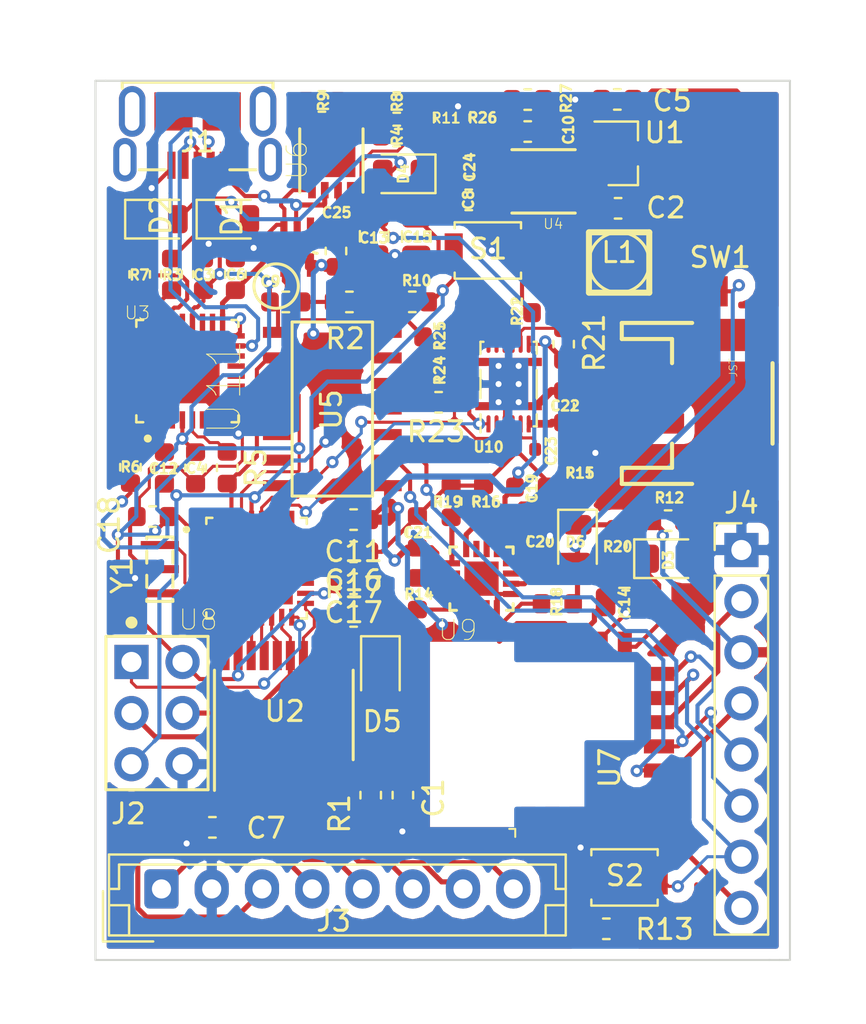
<source format=kicad_pcb>
(kicad_pcb (version 20171130) (host pcbnew "(5.0.2)-1")
  (layers (0 F.Cu signal) (31 B.Cu signal) (34 B.Paste user) (35 F.Paste user) (36 B.SilkS user) (37 F.SilkS user) (38 B.Mask user) (39 F.Mask user) (44 Edge.Cuts user))
  (net 0 "")
  (net 1 +3V3)
  (net 2 GND)
  (net 3 "Net-(C2-Pad1)")
  (net 4 +5V)
  (net 5 "Net-(C10-Pad1)")
  (net 6 "Net-(C12-Pad1)")
  (net 7 /RESET)
  (net 8 /UART_EN)
  (net 9 /AREF)
  (net 10 /VIN)
  (net 11 /V_BATT)
  (net 12 /BATTERY)
  (net 13 "Net-(C23-Pad1)")
  (net 14 "Net-(C24-Pad1)")
  (net 15 "Net-(D1-Pad1)")
  (net 16 "Net-(D2-Pad1)")
  (net 17 "Net-(D3-Pad2)")
  (net 18 "Net-(D3-Pad1)")
  (net 19 "Net-(D4-Pad1)")
  (net 20 /D13)
  (net 21 "Net-(D5-Pad1)")
  (net 22 "Net-(D6-Pad1)")
  (net 23 "Net-(J1-Pad2)")
  (net 24 "Net-(J1-Pad3)")
  (net 25 "Net-(J1-Pad4)")
  (net 26 "Net-(J1-Pad11)")
  (net 27 "Net-(J1-Pad6)")
  (net 28 "Net-(J1-Pad10)")
  (net 29 "Net-(J1-Pad7)")
  (net 30 "Net-(J1-Pad9)")
  (net 31 "Net-(J1-Pad8)")
  (net 32 /D12)
  (net 33 /D11)
  (net 34 /DIN)
  (net 35 /CLK)
  (net 36 /CS)
  (net 37 /DC)
  (net 38 /RST)
  (net 39 /BUSY)
  (net 40 /RTS)
  (net 41 /RX)
  (net 42 /TX)
  (net 43 /CTS)
  (net 44 /~RST)
  (net 45 /RX_IND)
  (net 46 /A0)
  (net 47 /A1)
  (net 48 /A2)
  (net 49 /A3)
  (net 50 /A4)
  (net 51 /A5)
  (net 52 /A6)
  (net 53 /A7)
  (net 54 /D1)
  (net 55 /D0)
  (net 56 /D2)
  (net 57 /D3)
  (net 58 /D4)
  (net 59 /D5)
  (net 60 /D6)
  (net 61 /D7)
  (net 62 /D8)
  (net 63 /D9)
  (net 64 /D10)
  (net 65 "Net-(L1-Pad2)")
  (net 66 "Net-(R1-Pad2)")
  (net 67 "Net-(R2-Pad1)")
  (net 68 "Net-(R3-Pad2)")
  (net 69 "Net-(R4-Pad2)")
  (net 70 "Net-(R5-Pad1)")
  (net 71 "Net-(R6-Pad1)")
  (net 72 "Net-(R7-Pad2)")
  (net 73 "Net-(R9-Pad1)")
  (net 74 "Net-(R14-Pad1)")
  (net 75 "Net-(R15-Pad1)")
  (net 76 "Net-(R16-Pad1)")
  (net 77 "Net-(R18-Pad1)")
  (net 78 "Net-(R19-Pad1)")
  (net 79 "Net-(R22-Pad1)")
  (net 80 "Net-(R25-Pad1)")
  (net 81 "Net-(R26-Pad2)")
  (net 82 "Net-(U2-Pad8)")
  (net 83 "Net-(U2-Pad9)")
  (net 84 "Net-(U2-Pad12)")
  (net 85 "Net-(U2-Pad13)")
  (net 86 "Net-(U3-Pad28)")
  (net 87 "Net-(U3-Pad27)")
  (net 88 "Net-(U3-Pad3)")
  (net 89 "Net-(U3-Pad6)")
  (net 90 "Net-(U3-Pad8)")
  (net 91 "Net-(U3-Pad9)")
  (net 92 "Net-(U3-Pad10)")
  (net 93 "Net-(U3-Pad11)")
  (net 94 "Net-(U3-Pad12)")
  (net 95 "Net-(U3-Pad13)")
  (net 96 "Net-(U3-Pad14)")
  (net 97 "Net-(U3-Pad19)")
  (net 98 "Net-(U3-Pad24)")
  (net 99 "Net-(U5-Pad4)")
  (net 100 "Net-(U5-Pad5)")
  (net 101 "Net-(U5-Pad6)")
  (net 102 "Net-(U5-Pad9)")
  (net 103 "Net-(U5-Pad10)")
  (net 104 "Net-(U5-Pad11)")
  (net 105 "Net-(U6-Pad1)")
  (net 106 "Net-(U7-Pad5)")
  (net 107 "Net-(U7-Pad4)")
  (net 108 "Net-(U7-Pad3)")
  (net 109 "Net-(U7-Pad1)")
  (net 110 "Net-(U7-Pad15)")
  (net 111 "Net-(U7-Pad16)")
  (net 112 "Net-(U8-Pad7)")
  (net 113 "Net-(U8-Pad8)")
  (net 114 "Net-(U9-Pad3)")
  (net 115 "Net-(U9-Pad7)")
  (net 116 "Net-(U9-Pad11)")
  (net 117 "Net-(U9-Pad14)")
  (net 118 "Net-(U9-Pad15)")
  (net 119 "Net-(U10-Pad4)")
  (net 120 "Net-(U10-Pad11)")
  (net 121 "Net-(U10-Pad9)")
  (net 122 "Net-(U11-Pad1)")
  (module mp3b:Atmega328pb (layer F.Cu) (at 91.3257 129.3749)
    (fp_text reference U8 (at -2.9083 2.5654) (layer F.SilkS) (effects (font (thickness 0.05))))
    (fp_text value ATMEGA328PB-ANR hide)
    (pad 33 smd rect (at 0 0 270) (size 3.6 3.6) (layers F.Cu F.Paste F.Mask) (net 2 GND))
    (pad 32 smd rect (at -1.75 -2.435 270) (size 0.84 0.26) (layers F.Cu F.Paste F.Mask) (net 56 /D2))
    (pad 31 smd rect (at -1.25 -2.435 270) (size 0.84 0.26) (layers F.Cu F.Paste F.Mask) (net 54 /D1))
    (pad 30 smd rect (at -0.75 -2.435 270) (size 0.84 0.26) (layers F.Cu F.Paste F.Mask) (net 55 /D0))
    (pad 29 smd rect (at -0.25 -2.435 270) (size 0.84 0.26) (layers F.Cu F.Paste F.Mask) (net 7 /RESET))
    (pad 28 smd rect (at 0.25 -2.435 270) (size 0.84 0.26) (layers F.Cu F.Paste F.Mask) (net 51 /A5))
    (pad 27 smd rect (at 0.75 -2.435 270) (size 0.84 0.26) (layers F.Cu F.Paste F.Mask) (net 50 /A4))
    (pad 26 smd rect (at 1.25 -2.435 270) (size 0.84 0.26) (layers F.Cu F.Paste F.Mask) (net 49 /A3))
    (pad 25 smd rect (at 1.75 -2.435 270) (size 0.84 0.26) (layers F.Cu F.Paste F.Mask) (net 48 /A2))
    (pad 24 smd rect (at 2.435 -1.75 180) (size 0.84 0.26) (layers F.Cu F.Paste F.Mask) (net 47 /A1))
    (pad 23 smd rect (at 2.435 -1.25 180) (size 0.84 0.26) (layers F.Cu F.Paste F.Mask) (net 46 /A0))
    (pad 22 smd rect (at 2.435 -0.75 180) (size 0.84 0.26) (layers F.Cu F.Paste F.Mask) (net 53 /A7))
    (pad 21 smd rect (at 2.435 -0.25 180) (size 0.84 0.26) (layers F.Cu F.Paste F.Mask) (net 2 GND))
    (pad 20 smd rect (at 2.435 0.25 180) (size 0.84 0.26) (layers F.Cu F.Paste F.Mask) (net 9 /AREF))
    (pad 19 smd rect (at 2.435 0.75 180) (size 0.84 0.26) (layers F.Cu F.Paste F.Mask) (net 52 /A6))
    (pad 18 smd rect (at 2.435 1.25 180) (size 0.84 0.26) (layers F.Cu F.Paste F.Mask) (net 4 +5V))
    (pad 17 smd rect (at 2.435 1.75 180) (size 0.84 0.26) (layers F.Cu F.Paste F.Mask) (net 20 /D13))
    (pad 16 smd rect (at 1.75 2.435 90) (size 0.84 0.26) (layers F.Cu F.Paste F.Mask) (net 32 /D12))
    (pad 15 smd rect (at 1.25 2.435 90) (size 0.84 0.26) (layers F.Cu F.Paste F.Mask) (net 33 /D11))
    (pad 14 smd rect (at 0.75 2.435 90) (size 0.84 0.26) (layers F.Cu F.Paste F.Mask) (net 64 /D10))
    (pad 13 smd rect (at 0.25 2.435 90) (size 0.84 0.26) (layers F.Cu F.Paste F.Mask) (net 63 /D9))
    (pad 12 smd rect (at -0.25 2.435 90) (size 0.84 0.26) (layers F.Cu F.Paste F.Mask) (net 62 /D8))
    (pad 11 smd rect (at -0.75 2.435 90) (size 0.84 0.26) (layers F.Cu F.Paste F.Mask) (net 61 /D7))
    (pad 10 smd rect (at -1.25 2.435 90) (size 0.84 0.26) (layers F.Cu F.Paste F.Mask) (net 60 /D6))
    (pad 9 smd rect (at -1.75 2.435 90) (size 0.84 0.26) (layers F.Cu F.Paste F.Mask) (net 59 /D5))
    (pad 8 smd rect (at -2.435 1.75) (size 0.84 0.26) (layers F.Cu F.Paste F.Mask) (net 113 "Net-(U8-Pad8)"))
    (pad 7 smd rect (at -2.435 1.25) (size 0.84 0.26) (layers F.Cu F.Paste F.Mask) (net 112 "Net-(U8-Pad7)"))
    (pad 6 smd rect (at -2.435 0.75) (size 0.84 0.26) (layers F.Cu F.Paste F.Mask) (net 4 +5V))
    (pad 5 smd rect (at -2.435 0.25) (size 0.84 0.26) (layers F.Cu F.Paste F.Mask) (net 2 GND))
    (pad 4 smd rect (at -2.435 -0.25) (size 0.84 0.26) (layers F.Cu F.Paste F.Mask) (net 4 +5V))
    (pad 3 smd rect (at -2.435 -0.75) (size 0.84 0.26) (layers F.Cu F.Paste F.Mask) (net 2 GND))
    (pad 2 smd rect (at -2.435 -1.25) (size 0.84 0.26) (layers F.Cu F.Paste F.Mask) (net 58 /D4))
    (pad 1 smd rect (at -2.435 -1.75) (size 0.84 0.26) (layers F.Cu F.Paste F.Mask) (net 57 /D3))
  )
  (module Capacitor_SMD:C_0603_1608Metric (layer F.Cu) (at 109.2708 106.0831 180)
    (fp_text reference C5 (at -2.7305 -0.0762 180) (layer F.SilkS))
    (fp_text value 1µF)
    (pad 2 smd roundrect (at 0.7875 0 180) (size 0.875 0.95) (layers F.Cu F.Paste F.Mask) (net 2 GND))
    (pad 1 smd roundrect (at -0.7875 0 180) (size 0.875 0.95) (layers F.Cu F.Paste F.Mask) (net 1 +3V3))
  )
  (module mp3b:NC7SZ04P5X (layer F.Cu) (at 93.345 113.4237 270)
    (fp_text reference U11 (at 6.959 3.618899 270) (layer F.SilkS) (effects (font (size 1.64312 1.64312) (thickness 0.05))))
    (fp_text value NC7SZ04P5X hide)
    (pad 5 smd rect (at 0.889 -0.6604 270) (size 1.1684 0.3556) (layers F.Cu F.Paste F.Mask) (net 1 +3V3))
    (pad 4 smd rect (at 0.889 0.6604 270) (size 1.1684 0.3556) (layers F.Cu F.Paste F.Mask) (net 67 "Net-(R2-Pad1)"))
    (pad 3 smd rect (at -0.889 0.6604 270) (size 1.1684 0.3556) (layers F.Cu F.Paste F.Mask) (net 2 GND))
    (pad 2 smd rect (at -0.889 0 270) (size 1.1684 0.3556) (layers F.Cu F.Paste F.Mask) (net 8 /UART_EN))
    (pad 1 smd rect (at -0.889 -0.6604 270) (size 1.1684 0.3556) (layers F.Cu F.Paste F.Mask) (net 122 "Net-(U11-Pad1)"))
  )
  (module Capacitor_SMD:C_0603_1608Metric (layer F.Cu) (at 98.6028 140.6524 270)
    (fp_text reference C1 (at 0.1398 -1.524 270) (layer F.SilkS))
    (fp_text value 0.1µF)
    (pad 2 smd roundrect (at 0.7875 0 270) (size 0.875 0.95) (layers F.Cu F.Paste F.Mask) (net 2 GND))
    (pad 1 smd roundrect (at -0.7875 0 270) (size 0.875 0.95) (layers F.Cu F.Paste F.Mask) (net 1 +3V3))
  )
  (module Capacitor_SMD:C_0603_1608Metric (layer F.Cu) (at 109.3088 111.4933)
    (fp_text reference C2 (at 2.375 -0.0254) (layer F.SilkS))
    (fp_text value 1µF)
    (pad 2 smd roundrect (at 0.7875 0) (size 0.875 0.95) (layers F.Cu F.Paste F.Mask) (net 2 GND))
    (pad 1 smd roundrect (at -0.7875 0) (size 0.875 0.95) (layers F.Cu F.Paste F.Mask) (net 3 "Net-(C2-Pad1)"))
  )
  (module Capacitor_SMD:C_0603_1608Metric (layer F.Cu) (at 88.683949 114.776869 270)
    (fp_text reference C3 (at 0.031131 0.012549) (layer F.SilkS) (effects (font (size 0.5 0.5) (thickness 0.125))))
    (fp_text value 0.1µF)
    (pad 2 smd roundrect (at 0.7875 0 270) (size 0.875 0.95) (layers F.Cu F.Paste F.Mask) (net 4 +5V))
    (pad 1 smd roundrect (at -0.7875 0 270) (size 0.875 0.95) (layers F.Cu F.Paste F.Mask) (net 2 GND))
  )
  (module Capacitor_SMD:C_0603_1608Metric (layer F.Cu) (at 88.2904 124.3964 90)
    (fp_text reference C4 (at -0.0128 0.0127 180) (layer F.SilkS) (effects (font (size 0.5 0.5) (thickness 0.125))))
    (fp_text value 0.1µF)
    (pad 2 smd roundrect (at 0.7875 0 90) (size 0.875 0.95) (layers F.Cu F.Paste F.Mask) (net 4 +5V))
    (pad 1 smd roundrect (at -0.7875 0 90) (size 0.875 0.95) (layers F.Cu F.Paste F.Mask) (net 2 GND))
  )
  (module Capacitor_SMD:C_0603_1608Metric (layer F.Cu) (at 90.271449 114.776869 90)
    (fp_text reference C6 (at -0.018431 0.025551 180) (layer F.SilkS) (effects (font (size 0.5 0.5) (thickness 0.125))))
    (fp_text value 0.1µF)
    (pad 2 smd roundrect (at 0.7875 0 90) (size 0.875 0.95) (layers F.Cu F.Paste F.Mask) (net 2 GND))
    (pad 1 smd roundrect (at -0.7875 0 90) (size 0.875 0.95) (layers F.Cu F.Paste F.Mask) (net 1 +3V3))
  )
  (module Capacitor_SMD:C_0603_1608Metric (layer F.Cu) (at 89.1285 142.2527 180)
    (fp_text reference C7 (at -2.6671 -0.0381 180) (layer F.SilkS))
    (fp_text value 0.1µF)
    (pad 2 smd roundrect (at 0.7875 0 180) (size 0.875 0.95) (layers F.Cu F.Paste F.Mask) (net 2 GND))
    (pad 1 smd roundrect (at -0.7875 0 180) (size 0.875 0.95) (layers F.Cu F.Paste F.Mask) (net 1 +3V3))
  )
  (module Capacitor_SMD:C_0603_1608Metric (layer F.Cu) (at 101.8795 111.0742 180)
    (fp_text reference C8 (at 0.0128 0 90) (layer F.SilkS) (effects (font (size 0.5 0.5) (thickness 0.125))))
    (fp_text value 10µF)
    (pad 2 smd roundrect (at 0.7875 0 180) (size 0.875 0.95) (layers F.Cu F.Paste F.Mask) (net 2 GND))
    (pad 1 smd roundrect (at -0.7875 0 180) (size 0.875 0.95) (layers F.Cu F.Paste F.Mask) (net 3 "Net-(C2-Pad1)"))
  )
  (module Capacitor_SMD:C_0603_1608Metric (layer F.Cu) (at 92.781236 116.14551)
    (fp_text reference C9 (at -0.769736 -1.02001 180) (layer F.SilkS) (effects (font (size 0.5 0.5) (thickness 0.125))))
    (fp_text value 0.1µF)
    (pad 2 smd roundrect (at 0.7875 0) (size 0.875 0.95) (layers F.Cu F.Paste F.Mask) (net 2 GND))
    (pad 1 smd roundrect (at -0.7875 0) (size 0.875 0.95) (layers F.Cu F.Paste F.Mask) (net 4 +5V))
  )
  (module Capacitor_SMD:C_0603_1608Metric (layer F.Cu) (at 104.813457 107.678472)
    (fp_text reference C10 (at 2.031643 -0.084072 90) (layer F.SilkS) (effects (font (size 0.5 0.5) (thickness 0.125))))
    (fp_text value 0.1µF)
    (pad 2 smd roundrect (at 0.7875 0) (size 0.875 0.95) (layers F.Cu F.Paste F.Mask) (net 2 GND))
    (pad 1 smd roundrect (at -0.7875 0) (size 0.875 0.95) (layers F.Cu F.Paste F.Mask) (net 5 "Net-(C10-Pad1)"))
  )
  (module Capacitor_SMD:C_0603_1608Metric (layer F.Cu) (at 96.1516 126.9619)
    (fp_text reference C11 (at 0 1.5875) (layer F.SilkS))
    (fp_text value 0.1µF)
    (pad 2 smd roundrect (at 0.7875 0) (size 0.875 0.95) (layers F.Cu F.Paste F.Mask) (net 1 +3V3))
    (pad 1 smd roundrect (at -0.7875 0) (size 0.875 0.95) (layers F.Cu F.Paste F.Mask) (net 2 GND))
  )
  (module Capacitor_SMD:C_0603_1608Metric (layer F.Cu) (at 86.741 124.3965 270)
    (fp_text reference C12 (at 0.0381 0.0381 180) (layer F.SilkS) (effects (font (size 0.5 0.5) (thickness 0.125))))
    (fp_text value 0.1µF)
    (pad 2 smd roundrect (at 0.7875 0 270) (size 0.875 0.95) (layers F.Cu F.Paste F.Mask) (net 7 /RESET))
    (pad 1 smd roundrect (at -0.7875 0 270) (size 0.875 0.95) (layers F.Cu F.Paste F.Mask) (net 6 "Net-(C12-Pad1)"))
  )
  (module Capacitor_SMD:C_0805_2012Metric (layer F.Cu) (at 97.175909 112.882751 270)
    (fp_text reference C13 (at 0.083749 0.020909) (layer F.SilkS) (effects (font (size 0.5 0.5) (thickness 0.125))))
    (fp_text value 10µF)
    (pad 2 smd roundrect (at 0.9375 0 270) (size 0.975 1.4) (layers F.Cu F.Paste F.Mask) (net 2 GND))
    (pad 1 smd roundrect (at -0.9375 0 270) (size 0.975 1.4) (layers F.Cu F.Paste F.Mask) (net 8 /UART_EN))
  )
  (module Capacitor_SMD:C_0805_2012Metric (layer F.Cu) (at 109.6241 131.064)
    (fp_text reference C14 (at 0.0023 0 90) (layer F.SilkS) (effects (font (size 0.5 0.5) (thickness 0.125))))
    (fp_text value 10µF)
    (pad 2 smd roundrect (at 0.9375 0) (size 0.975 1.4) (layers F.Cu F.Paste F.Mask) (net 2 GND))
    (pad 1 smd roundrect (at -0.9375 0) (size 0.975 1.4) (layers F.Cu F.Paste F.Mask) (net 1 +3V3))
  )
  (module Capacitor_SMD:C_0805_2012Metric (layer F.Cu) (at 99.271409 112.897751 270)
    (fp_text reference C15 (at 0.017949 -0.042591) (layer F.SilkS) (effects (font (size 0.5 0.5) (thickness 0.125))))
    (fp_text value 10µF)
    (pad 2 smd roundrect (at 0.9375 0 270) (size 0.975 1.4) (layers F.Cu F.Paste F.Mask) (net 2 GND))
    (pad 1 smd roundrect (at -0.9375 0 270) (size 0.975 1.4) (layers F.Cu F.Paste F.Mask) (net 4 +5V))
  )
  (module Capacitor_SMD:C_0603_1608Metric (layer F.Cu) (at 96.151599 128.5621 180)
    (fp_text reference C16 (at 0 -1.43 180) (layer F.SilkS))
    (fp_text value 0.1µF)
    (pad 2 smd roundrect (at 0.7875 0 180) (size 0.875 0.95) (layers F.Cu F.Paste F.Mask) (net 9 /AREF))
    (pad 1 smd roundrect (at -0.7875 0 180) (size 0.875 0.95) (layers F.Cu F.Paste F.Mask) (net 2 GND))
  )
  (module Capacitor_SMD:C_0603_1608Metric (layer F.Cu) (at 96.151599 130.1496 180)
    (fp_text reference C17 (at 0 -1.43 180) (layer F.SilkS))
    (fp_text value 0.1µF)
    (pad 2 smd roundrect (at 0.7875 0 180) (size 0.875 0.95) (layers F.Cu F.Paste F.Mask) (net 4 +5V))
    (pad 1 smd roundrect (at -0.7875 0 180) (size 0.875 0.95) (layers F.Cu F.Paste F.Mask) (net 2 GND))
  )
  (module Capacitor_SMD:C_0603_1608Metric (layer F.Cu) (at 86.1567 126.8095)
    (fp_text reference C18 (at -2.1589 0.4191 270) (layer F.SilkS))
    (fp_text value 0.1µF)
    (pad 2 smd roundrect (at 0.7875 0) (size 0.875 0.95) (layers F.Cu F.Paste F.Mask) (net 4 +5V))
    (pad 1 smd roundrect (at -0.7875 0) (size 0.875 0.95) (layers F.Cu F.Paste F.Mask) (net 2 GND))
  )
  (module Capacitor_SMD:C_0603_1608Metric (layer F.Cu) (at 104.9656 125.349 180)
    (fp_text reference C19 (at -0.0634 -0.0635 270) (layer F.SilkS) (effects (font (size 0.5 0.5) (thickness 0.125))))
    (fp_text value 1µF)
    (pad 2 smd roundrect (at 0.7875 0 180) (size 0.875 0.95) (layers F.Cu F.Paste F.Mask) (net 8 /UART_EN))
    (pad 1 smd roundrect (at -0.7875 0 180) (size 0.875 0.95) (layers F.Cu F.Paste F.Mask) (net 2 GND))
  )
  (module Capacitor_SMD:C_0603_1608Metric (layer F.Cu) (at 105.3592 127.9524 90)
    (fp_text reference C20 (at -0.1144 0.0635 180) (layer F.SilkS) (effects (font (size 0.5 0.5) (thickness 0.125))))
    (fp_text value 10µF)
    (pad 2 smd roundrect (at 0.7875 0 90) (size 0.875 0.95) (layers F.Cu F.Paste F.Mask) (net 2 GND))
    (pad 1 smd roundrect (at -0.7875 0 90) (size 0.875 0.95) (layers F.Cu F.Paste F.Mask) (net 10 /VIN))
  )
  (module Capacitor_SMD:C_0603_1608Metric (layer F.Cu) (at 99.3267 127.5716 270)
    (fp_text reference C21 (at 0.038 -0.0254) (layer F.SilkS) (effects (font (size 0.5 0.5) (thickness 0.125))))
    (fp_text value 10µF)
    (pad 2 smd roundrect (at 0.7875 0 270) (size 0.875 0.95) (layers F.Cu F.Paste F.Mask) (net 11 /V_BATT))
    (pad 1 smd roundrect (at -0.7875 0 270) (size 0.875 0.95) (layers F.Cu F.Paste F.Mask) (net 2 GND))
  )
  (module Capacitor_SMD:C_0603_1608Metric (layer F.Cu) (at 106.600065 121.354676 270)
    (fp_text reference C22 (at -0.044276 -0.067235) (layer F.SilkS) (effects (font (size 0.5 0.5) (thickness 0.125))))
    (fp_text value 1µF)
    (pad 2 smd roundrect (at 0.7875 0 270) (size 0.875 0.95) (layers F.Cu F.Paste F.Mask) (net 12 /BATTERY))
    (pad 1 smd roundrect (at -0.7875 0 270) (size 0.875 0.95) (layers F.Cu F.Paste F.Mask) (net 2 GND))
  )
  (module Capacitor_SMD:C_0402_1005Metric (layer F.Cu) (at 104.698523 123.473964 180)
    (fp_text reference C23 (at -1.282977 -0.084336 270) (layer F.SilkS) (effects (font (size 0.5 0.5) (thickness 0.125))))
    (fp_text value 0.47µF)
    (pad 2 smd roundrect (at 0.485 0 180) (size 0.59 0.64) (layers F.Cu F.Paste F.Mask) (net 2 GND))
    (pad 1 smd roundrect (at -0.485 0 180) (size 0.59 0.64) (layers F.Cu F.Paste F.Mask) (net 13 "Net-(C23-Pad1)"))
  )
  (module Capacitor_SMD:C_0603_1608Metric (layer F.Cu) (at 101.8793 109.3978 180)
    (fp_text reference C24 (at -0.0509 -0.0508 270) (layer F.SilkS) (effects (font (size 0.5 0.5) (thickness 0.125))))
    (fp_text value 10µF)
    (pad 2 smd roundrect (at 0.7875 0 180) (size 0.875 0.95) (layers F.Cu F.Paste F.Mask) (net 2 GND))
    (pad 1 smd roundrect (at -0.7875 0 180) (size 0.875 0.95) (layers F.Cu F.Paste F.Mask) (net 14 "Net-(C24-Pad1)"))
  )
  (module Capacitor_SMD:C_0603_1608Metric (layer F.Cu) (at 95.2754 113.6141 270)
    (fp_text reference C25 (at -1.9049 -0.0381) (layer F.SilkS) (effects (font (size 0.5 0.5) (thickness 0.125))))
    (fp_text value 0.1µF)
    (pad 2 smd roundrect (at 0.7875 0 270) (size 0.875 0.95) (layers F.Cu F.Paste F.Mask) (net 1 +3V3))
    (pad 1 smd roundrect (at -0.7875 0 270) (size 0.875 0.95) (layers F.Cu F.Paste F.Mask) (net 2 GND))
  )
  (module LED_SMD:LED_0805_2012Metric (layer F.Cu) (at 90.030149 112.033669)
    (fp_text reference D1 (at 0.063651 -0.108569 90) (layer F.SilkS))
    (fp_text value RX)
    (pad 2 smd roundrect (at 0.9375 0) (size 0.975 1.4) (layers F.Cu F.Paste F.Mask) (net 4 +5V))
    (pad 1 smd roundrect (at -0.9375 0) (size 0.975 1.4) (layers F.Cu F.Paste F.Mask) (net 15 "Net-(D1-Pad1)"))
  )
  (module LED_SMD:LED_0805_2012Metric (layer F.Cu) (at 86.474149 112.033669)
    (fp_text reference D2 (at 0.089051 -0.184769 90) (layer F.SilkS))
    (fp_text value TX)
    (pad 2 smd roundrect (at 0.9375 0) (size 0.975 1.4) (layers F.Cu F.Paste F.Mask) (net 4 +5V))
    (pad 1 smd roundrect (at -0.9375 0) (size 0.975 1.4) (layers F.Cu F.Paste F.Mask) (net 16 "Net-(D2-Pad1)"))
  )
  (module LED_SMD:LED_0805_2012Metric (layer F.Cu) (at 111.7958 128.905)
    (fp_text reference D3 (at 0.015 0.0762 90) (layer F.SilkS) (effects (font (size 0.5 0.5) (thickness 0.125))))
    (fp_text value BTPWR)
    (pad 2 smd roundrect (at 0.9375 0) (size 0.975 1.4) (layers F.Cu F.Paste F.Mask) (net 17 "Net-(D3-Pad2)"))
    (pad 1 smd roundrect (at -0.9375 0) (size 0.975 1.4) (layers F.Cu F.Paste F.Mask) (net 18 "Net-(D3-Pad1)"))
  )
  (module LED_SMD:LED_0805_2012Metric (layer F.Cu) (at 98.5393 109.7788 180)
    (fp_text reference D4 (at -0.0889 0 270) (layer F.SilkS) (effects (font (size 0.5 0.5) (thickness 0.125))))
    (fp_text value PWR)
    (pad 2 smd roundrect (at 0.9375 0 180) (size 0.975 1.4) (layers F.Cu F.Paste F.Mask) (net 4 +5V))
    (pad 1 smd roundrect (at -0.9375 0 180) (size 0.975 1.4) (layers F.Cu F.Paste F.Mask) (net 19 "Net-(D4-Pad1)"))
  )
  (module LED_SMD:LED_0805_2012Metric (layer F.Cu) (at 97.4852 134.4422 270)
    (fp_text reference D5 (at 2.5527 -0.0889) (layer F.SilkS))
    (fp_text value LED)
    (pad 2 smd roundrect (at 0.9375 0 270) (size 0.975 1.4) (layers F.Cu F.Paste F.Mask) (net 20 /D13))
    (pad 1 smd roundrect (at -0.9375 0 270) (size 0.975 1.4) (layers F.Cu F.Paste F.Mask) (net 21 "Net-(D5-Pad1)"))
  )
  (module LED_SMD:LED_0805_2012Metric (layer F.Cu) (at 107.2896 128.158 270)
    (fp_text reference D6 (at -0.0912 0.1016) (layer F.SilkS) (effects (font (size 0.5 0.5) (thickness 0.125))))
    (fp_text value LED)
    (pad 2 smd roundrect (at 0.9375 0 270) (size 0.975 1.4) (layers F.Cu F.Paste F.Mask) (net 10 /VIN))
    (pad 1 smd roundrect (at -0.9375 0 270) (size 0.975 1.4) (layers F.Cu F.Paste F.Mask) (net 22 "Net-(D6-Pad1)"))
  )
  (module mp3b:USB_microB_2040002-1 (layer F.Cu) (at 88.392 106.68 180)
    (fp_text reference J1 (at 0 -1.5113 180) (layer F.SilkS))
    (fp_text value USB_microB_2040002-1)
    (pad 8 smd rect (at 1.2 0 180) (size 1.9 1.9) (layers F.Cu F.Paste F.Mask) (net 31 "Net-(J1-Pad8)"))
    (pad 9 smd rect (at -1.2 0 180) (size 1.9 1.9) (layers F.Cu F.Paste F.Mask) (net 30 "Net-(J1-Pad9)"))
    (pad 7 thru_hole oval (at 3.255 0 180) (size 1.32 2.52) (drill oval 0.72 1.92) (layers *.Cu *.Mask) (net 29 "Net-(J1-Pad7)"))
    (pad 10 thru_hole oval (at -3.255 0 180) (size 1.32 2.52) (drill oval 0.72 1.92) (layers *.Cu *.Mask) (net 28 "Net-(J1-Pad10)"))
    (pad 6 thru_hole oval (at 3.615 -2.4 180) (size 1.16 2.16) (drill oval 0.56 1.56) (layers *.Cu *.Mask) (net 27 "Net-(J1-Pad6)"))
    (pad 11 thru_hole oval (at -3.615 -2.4 180) (size 1.16 2.16) (drill oval 0.56 1.56) (layers *.Cu *.Mask) (net 26 "Net-(J1-Pad11)"))
    (pad 5 smd rect (at 1.3 -2.675 180) (size 0.4 1.35) (layers F.Cu F.Paste F.Mask) (net 2 GND))
    (pad 4 smd rect (at 0.65 -2.675 180) (size 0.4 1.35) (layers F.Cu F.Paste F.Mask) (net 25 "Net-(J1-Pad4)"))
    (pad 3 smd rect (at 0 -2.675 180) (size 0.4 1.35) (layers F.Cu F.Paste F.Mask) (net 24 "Net-(J1-Pad3)"))
    (pad 2 smd rect (at -0.65 -2.675 180) (size 0.4 1.35) (layers F.Cu F.Paste F.Mask) (net 23 "Net-(J1-Pad2)"))
    (pad 1 smd rect (at -1.3 -2.675 180) (size 0.4 1.35) (layers F.Cu F.Paste F.Mask) (net 8 /UART_EN))
  )
  (module mp3b:Arduino_ICSP (layer F.Cu) (at 86.3727 136.5758)
    (fp_text reference J2 (at -1.4224 5.0038) (layer F.SilkS))
    (fp_text value Arduino_ICSP)
    (pad 6 thru_hole oval (at 1.27 2.54) (size 1.7 1.7) (drill 1) (layers *.Cu *.Mask) (net 2 GND))
    (pad 5 thru_hole oval (at -1.27 2.54) (size 1.7 1.7) (drill 1) (layers *.Cu *.Mask) (net 7 /RESET))
    (pad 4 thru_hole oval (at 1.27 0) (size 1.7 1.7) (drill 1) (layers *.Cu *.Mask) (net 33 /D11))
    (pad 3 thru_hole oval (at -1.27 0) (size 1.7 1.7) (drill 1) (layers *.Cu *.Mask) (net 20 /D13))
    (pad 2 thru_hole oval (at 1.27 -2.54) (size 1.7 1.7) (drill 1) (layers *.Cu *.Mask) (net 4 +5V))
    (pad 1 thru_hole rect (at -1.27 -2.54) (size 1.7 1.7) (drill 1) (layers *.Cu *.Mask) (net 32 /D12))
  )
  (module Connector_JST:JST_EH_B08B-EH-A_1x08_P2.50mm_Vertical (layer F.Cu) (at 86.5943 145.3134)
    (fp_text reference J3 (at 8.5668 1.6002) (layer F.SilkS))
    (fp_text value "E-INK DISPLAY")
    (pad 8 thru_hole oval (at 17.5 0) (size 1.7 1.95) (drill 0.95) (layers *.Cu *.Mask) (net 39 /BUSY))
    (pad 7 thru_hole oval (at 15 0) (size 1.7 1.95) (drill 0.95) (layers *.Cu *.Mask) (net 38 /RST))
    (pad 6 thru_hole oval (at 12.5 0) (size 1.7 1.95) (drill 0.95) (layers *.Cu *.Mask) (net 37 /DC))
    (pad 5 thru_hole oval (at 10 0) (size 1.7 1.95) (drill 0.95) (layers *.Cu *.Mask) (net 36 /CS))
    (pad 4 thru_hole oval (at 7.5 0) (size 1.7 1.95) (drill 0.95) (layers *.Cu *.Mask) (net 35 /CLK))
    (pad 3 thru_hole oval (at 5 0) (size 1.7 1.95) (drill 0.95) (layers *.Cu *.Mask) (net 34 /DIN))
    (pad 2 thru_hole oval (at 2.5 0) (size 1.7 1.95) (drill 0.95) (layers *.Cu *.Mask) (net 2 GND))
    (pad 1 thru_hole roundrect (at 0 0) (size 1.7 1.95) (drill 0.95) (layers *.Cu *.Mask) (roundrect_rratio 0.147059) (net 1 +3V3))
  )
  (module Connector_PinHeader_2.54mm:PinHeader_1x08_P2.54mm_Vertical (layer F.Cu) (at 115.443 128.4732)
    (fp_text reference J4 (at 0 -2.33) (layer F.SilkS))
    (fp_text value "BT CONFIG")
    (pad 8 thru_hole oval (at 0 17.78) (size 1.7 1.7) (drill 1) (layers *.Cu *.Mask) (net 45 /RX_IND))
    (pad 7 thru_hole oval (at 0 15.24) (size 1.7 1.7) (drill 1) (layers *.Cu *.Mask) (net 44 /~RST))
    (pad 6 thru_hole oval (at 0 12.7) (size 1.7 1.7) (drill 1) (layers *.Cu *.Mask) (net 43 /CTS))
    (pad 5 thru_hole oval (at 0 10.16) (size 1.7 1.7) (drill 1) (layers *.Cu *.Mask) (net 42 /TX))
    (pad 4 thru_hole oval (at 0 7.62) (size 1.7 1.7) (drill 1) (layers *.Cu *.Mask) (net 41 /RX))
    (pad 3 thru_hole oval (at 0 5.08) (size 1.7 1.7) (drill 1) (layers *.Cu *.Mask) (net 1 +3V3))
    (pad 2 thru_hole oval (at 0 2.54) (size 1.7 1.7) (drill 1) (layers *.Cu *.Mask) (net 40 /RTS))
    (pad 1 thru_hole rect (at 0 0) (size 1.7 1.7) (drill 1) (layers *.Cu *.Mask) (net 2 GND))
  )
  (module mp3b:JST-2-SMD (layer F.Cu) (at 113.992523 121.187964 270)
    (fp_text reference J5 hide)
    (fp_text value Conn_01x02_Male hide)
    (fp_text user JST (at -1.27 -1.27 270) (layer F.SilkS) (effects (font (size 0.38608 0.38608) (thickness 0.032512)) (justify left bottom)))
    (pad NC2 smd rect (at 3.4 -1.5) (size 3.4 1.6) (layers F.Cu F.Paste F.Mask))
    (pad NC1 smd rect (at -3.4 -1.5) (size 3.4 1.6) (layers F.Cu F.Paste F.Mask))
    (pad 2 smd rect (at 1 3.7 270) (size 1 4.6) (layers F.Cu F.Paste F.Mask) (net 2 GND))
    (pad 1 smd rect (at -1 3.7 270) (size 1 4.6) (layers F.Cu F.Paste F.Mask) (net 12 /BATTERY))
  )
  (module mp3b:CDRH2D18HP (layer F.Cu) (at 109.3597 114.1857 180)
    (fp_text reference L1 (at 0 0.5 180) (layer F.SilkS))
    (fp_text value 4.7uH)
    (pad 2 smd custom (at 1.06066 1.06066 225) (size 1.3 1.3) (layers F.Cu F.Paste F.Mask) (net 65 "Net-(L1-Pad2)") (options (clearance outline) (anchor rect)) (primitives))
    (pad 1 smd custom (at -1.06066 -1.06066 225) (size 1.3 1.3) (layers F.Cu F.Paste F.Mask) (net 3 "Net-(C2-Pad1)") (options (clearance outline) (anchor rect)) (primitives))
  )
  (module Resistor_SMD:R_0603_1608Metric (layer F.Cu) (at 97.0026 140.6525 270)
    (fp_text reference R1 (at 0.9271 1.5494 270) (layer F.SilkS))
    (fp_text value 47.5K)
    (pad 2 smd roundrect (at 0.7875 0 270) (size 0.875 0.95) (layers F.Cu F.Paste F.Mask) (net 66 "Net-(R1-Pad2)"))
    (pad 1 smd roundrect (at -0.7875 0 270) (size 0.875 0.95) (layers F.Cu F.Paste F.Mask) (net 1 +3V3))
  )
  (module Resistor_SMD:R_0603_1608Metric (layer F.Cu) (at 95.943636 116.14551 180)
    (fp_text reference R2 (at 0.211036 -1.82479 180) (layer F.SilkS))
    (fp_text value 47.5K)
    (pad 2 smd roundrect (at 0.7875 0 180) (size 0.875 0.95) (layers F.Cu F.Paste F.Mask) (net 2 GND))
    (pad 1 smd roundrect (at -0.7875 0 180) (size 0.875 0.95) (layers F.Cu F.Paste F.Mask) (net 67 "Net-(R2-Pad1)"))
  )
  (module Resistor_SMD:R_0603_1608Metric (layer F.Cu) (at 87.096449 114.776869 270)
    (fp_text reference R3 (at 0.031131 -0.025551) (layer F.SilkS) (effects (font (size 0.5 0.5) (thickness 0.125))))
    (fp_text value 1K)
    (pad 2 smd roundrect (at 0.7875 0 270) (size 0.875 0.95) (layers F.Cu F.Paste F.Mask) (net 68 "Net-(R3-Pad2)"))
    (pad 1 smd roundrect (at -0.7875 0 270) (size 0.875 0.95) (layers F.Cu F.Paste F.Mask) (net 15 "Net-(D1-Pad1)"))
  )
  (module Resistor_SMD:R_0603_1608Metric (layer F.Cu) (at 98.2979 106.2355 180)
    (fp_text reference R4 (at -0.0255 -1.6637 270) (layer F.SilkS) (effects (font (size 0.5 0.5) (thickness 0.125))))
    (fp_text value 10K)
    (pad 2 smd roundrect (at 0.7875 0 180) (size 0.875 0.95) (layers F.Cu F.Paste F.Mask) (net 69 "Net-(R4-Pad2)"))
    (pad 1 smd roundrect (at -0.7875 0 180) (size 0.875 0.95) (layers F.Cu F.Paste F.Mask) (net 2 GND))
  )
  (module Resistor_SMD:R_0603_1608Metric (layer F.Cu) (at 89.8652 124.3837 270)
    (fp_text reference R5 (at 0 -1.43 270) (layer F.SilkS))
    (fp_text value 1K)
    (pad 2 smd roundrect (at 0.7875 0 270) (size 0.875 0.95) (layers F.Cu F.Paste F.Mask) (net 54 /D1))
    (pad 1 smd roundrect (at -0.7875 0 270) (size 0.875 0.95) (layers F.Cu F.Paste F.Mask) (net 70 "Net-(R5-Pad1)"))
  )
  (module Resistor_SMD:R_0603_1608Metric (layer F.Cu) (at 85.0519 124.3584 270)
    (fp_text reference R6 (at -0.0127 0) (layer F.SilkS) (effects (font (size 0.5 0.5) (thickness 0.125))))
    (fp_text value 1K)
    (pad 2 smd roundrect (at 0.7875 0 270) (size 0.875 0.95) (layers F.Cu F.Paste F.Mask) (net 55 /D0))
    (pad 1 smd roundrect (at -0.7875 0 270) (size 0.875 0.95) (layers F.Cu F.Paste F.Mask) (net 71 "Net-(R6-Pad1)"))
  )
  (module Resistor_SMD:R_0603_1608Metric (layer F.Cu) (at 85.508949 114.776869 270)
    (fp_text reference R7 (at 0.031131 0.012549) (layer F.SilkS) (effects (font (size 0.5 0.5) (thickness 0.125))))
    (fp_text value 1K)
    (pad 2 smd roundrect (at 0.7875 0 270) (size 0.875 0.95) (layers F.Cu F.Paste F.Mask) (net 72 "Net-(R7-Pad2)"))
    (pad 1 smd roundrect (at -0.7875 0 270) (size 0.875 0.95) (layers F.Cu F.Paste F.Mask) (net 16 "Net-(D2-Pad1)"))
  )
  (module Resistor_SMD:R_0603_1608Metric (layer F.Cu) (at 98.2979 107.8992)
    (fp_text reference R8 (at 0.0255 -1.6764 90) (layer F.SilkS) (effects (font (size 0.5 0.5) (thickness 0.125))))
    (fp_text value 20K)
    (pad 2 smd roundrect (at 0.7875 0) (size 0.875 0.95) (layers F.Cu F.Paste F.Mask) (net 14 "Net-(C24-Pad1)"))
    (pad 1 smd roundrect (at -0.7875 0) (size 0.875 0.95) (layers F.Cu F.Paste F.Mask) (net 69 "Net-(R4-Pad2)"))
  )
  (module Resistor_SMD:R_0603_1608Metric (layer F.Cu) (at 94.5768 106.1847 180)
    (fp_text reference R9 (at -0.0763 0 270) (layer F.SilkS) (effects (font (size 0.5 0.5) (thickness 0.125))))
    (fp_text value 1K)
    (pad 2 smd roundrect (at 0.7875 0 180) (size 0.875 0.95) (layers F.Cu F.Paste F.Mask) (net 2 GND))
    (pad 1 smd roundrect (at -0.7875 0 180) (size 0.875 0.95) (layers F.Cu F.Paste F.Mask) (net 73 "Net-(R9-Pad1)"))
  )
  (module Resistor_SMD:R_0603_1608Metric (layer F.Cu) (at 99.0726 116.1415)
    (fp_text reference R10 (at 0.216 -1.0541) (layer F.SilkS) (effects (font (size 0.5 0.5) (thickness 0.125))))
    (fp_text value 1K)
    (pad 2 smd roundrect (at 0.7875 0) (size 0.875 0.95) (layers F.Cu F.Paste F.Mask) (net 7 /RESET))
    (pad 1 smd roundrect (at -0.7875 0) (size 0.875 0.95) (layers F.Cu F.Paste F.Mask) (net 4 +5V))
  )
  (module Resistor_SMD:R_0603_1608Metric (layer F.Cu) (at 100.711 107.0102 90)
    (fp_text reference R11 (at 0 0.0381 180) (layer F.SilkS) (effects (font (size 0.5 0.5) (thickness 0.1))))
    (fp_text value 1K)
    (pad 2 smd roundrect (at 0.7875 0 90) (size 0.875 0.95) (layers F.Cu F.Paste F.Mask) (net 2 GND))
    (pad 1 smd roundrect (at -0.7875 0 90) (size 0.875 0.95) (layers F.Cu F.Paste F.Mask) (net 19 "Net-(D4-Pad1)"))
  )
  (module Resistor_SMD:R_0603_1608Metric (layer F.Cu) (at 111.798 127.0127)
    (fp_text reference R12 (at 0.0636 -1.1303) (layer F.SilkS) (effects (font (size 0.5 0.5) (thickness 0.125))))
    (fp_text value 1K)
    (pad 2 smd roundrect (at 0.7875 0) (size 0.875 0.95) (layers F.Cu F.Paste F.Mask) (net 17 "Net-(D3-Pad2)"))
    (pad 1 smd roundrect (at -0.7875 0) (size 0.875 0.95) (layers F.Cu F.Paste F.Mask) (net 1 +3V3))
  )
  (module Resistor_SMD:R_0603_1608Metric (layer F.Cu) (at 108.7246 147.2946)
    (fp_text reference R13 (at 2.8957 0.0254) (layer F.SilkS))
    (fp_text value 1K)
    (pad 2 smd roundrect (at 0.7875 0) (size 0.875 0.95) (layers F.Cu F.Paste F.Mask) (net 44 /~RST))
    (pad 1 smd roundrect (at -0.7875 0) (size 0.875 0.95) (layers F.Cu F.Paste F.Mask) (net 1 +3V3))
  )
  (module Resistor_SMD:R_0603_1608Metric (layer F.Cu) (at 99.3267 130.645 270)
    (fp_text reference R14 (at 0.0253 -0.0762) (layer F.SilkS) (effects (font (size 0.5 0.5) (thickness 0.125))))
    (fp_text value 100k)
    (pad 2 smd roundrect (at 0.7875 0 270) (size 0.875 0.95) (layers F.Cu F.Paste F.Mask) (net 2 GND))
    (pad 1 smd roundrect (at -0.7875 0 270) (size 0.875 0.95) (layers F.Cu F.Paste F.Mask) (net 74 "Net-(R14-Pad1)"))
  )
  (module Resistor_SMD:R_0603_1608Metric (layer F.Cu) (at 107.3658 124.6125 90)
    (fp_text reference R15 (at -0.038 0.0381 180) (layer F.SilkS) (effects (font (size 0.5 0.5) (thickness 0.125))))
    (fp_text value 1.1k)
    (pad 2 smd roundrect (at 0.7875 0 90) (size 0.875 0.95) (layers F.Cu F.Paste F.Mask) (net 2 GND))
    (pad 1 smd roundrect (at -0.7875 0 90) (size 0.875 0.95) (layers F.Cu F.Paste F.Mask) (net 75 "Net-(R15-Pad1)"))
  )
  (module Resistor_SMD:R_0603_1608Metric (layer F.Cu) (at 102.616 126.0475 90)
    (fp_text reference R16 (at -0.0381 0.127 180) (layer F.SilkS) (effects (font (size 0.5 0.5) (thickness 0.125))))
    (fp_text value 590)
    (pad 2 smd roundrect (at 0.7875 0 90) (size 0.875 0.95) (layers F.Cu F.Paste F.Mask) (net 2 GND))
    (pad 1 smd roundrect (at -0.7875 0 90) (size 0.875 0.95) (layers F.Cu F.Paste F.Mask) (net 76 "Net-(R16-Pad1)"))
  )
  (module Resistor_SMD:R_0603_1608Metric (layer F.Cu) (at 96.1516 131.7752)
    (fp_text reference R17 (at 0 -1.43) (layer F.SilkS))
    (fp_text value 1K)
    (pad 2 smd roundrect (at 0.7875 0) (size 0.875 0.95) (layers F.Cu F.Paste F.Mask) (net 2 GND))
    (pad 1 smd roundrect (at -0.7875 0) (size 0.875 0.95) (layers F.Cu F.Paste F.Mask) (net 21 "Net-(D5-Pad1)"))
  )
  (module Resistor_SMD:R_0603_1608Metric (layer F.Cu) (at 106.2862 131.1402)
    (fp_text reference R18 (at -0.0253 -0.0889 90) (layer F.SilkS) (effects (font (size 0.5 0.5) (thickness 0.125))))
    (fp_text value 10k)
    (pad 2 smd roundrect (at 0.7875 0) (size 0.875 0.95) (layers F.Cu F.Paste F.Mask) (net 10 /VIN))
    (pad 1 smd roundrect (at -0.7875 0) (size 0.875 0.95) (layers F.Cu F.Paste F.Mask) (net 77 "Net-(R18-Pad1)"))
  )
  (module Resistor_SMD:R_0603_1608Metric (layer F.Cu) (at 101.0031 126.0602 90)
    (fp_text reference R19 (at -0.0254 -0.1778 180) (layer F.SilkS) (effects (font (size 0.5 0.5) (thickness 0.125))))
    (fp_text value 10k)
    (pad 2 smd roundrect (at 0.7875 0 90) (size 0.875 0.95) (layers F.Cu F.Paste F.Mask) (net 2 GND))
    (pad 1 smd roundrect (at -0.7875 0 90) (size 0.875 0.95) (layers F.Cu F.Paste F.Mask) (net 78 "Net-(R19-Pad1)"))
  )
  (module Resistor_SMD:R_0603_1608Metric (layer F.Cu) (at 109.22 128.2064 270)
    (fp_text reference R20 (at 0.1017 -0.0635) (layer F.SilkS) (effects (font (size 0.5 0.5) (thickness 0.125))))
    (fp_text value 1K)
    (pad 2 smd roundrect (at 0.7875 0 270) (size 0.875 0.95) (layers F.Cu F.Paste F.Mask) (net 2 GND))
    (pad 1 smd roundrect (at -0.7875 0 270) (size 0.875 0.95) (layers F.Cu F.Paste F.Mask) (net 22 "Net-(D6-Pad1)"))
  )
  (module Resistor_SMD:R_0603_1608Metric (layer F.Cu) (at 106.600065 118.243176 90)
    (fp_text reference R21 (at 0.0635 1.524 90) (layer F.SilkS))
    (fp_text value .01)
    (pad 2 smd roundrect (at 0.7875 0 90) (size 0.875 0.95) (layers F.Cu F.Paste F.Mask) (net 12 /BATTERY))
    (pad 1 smd roundrect (at -0.7875 0 90) (size 0.875 0.95) (layers F.Cu F.Paste F.Mask) (net 11 /V_BATT))
  )
  (module Resistor_SMD:R_0603_1608Metric (layer F.Cu) (at 104.239023 116.679464)
    (fp_text reference R22 (at 0.053377 -0.068064 270) (layer F.SilkS) (effects (font (size 0.5 0.5) (thickness 0.125))))
    (fp_text value 10k)
    (pad 2 smd roundrect (at 0.7875 0) (size 0.875 0.95) (layers F.Cu F.Paste F.Mask) (net 2 GND))
    (pad 1 smd roundrect (at -0.7875 0) (size 0.875 0.95) (layers F.Cu F.Paste F.Mask) (net 79 "Net-(R22-Pad1)"))
  )
  (module Resistor_SMD:R_0603_1608Metric (layer F.Cu) (at 100.3807 121.1326)
    (fp_text reference R23 (at -0.127 1.4605) (layer F.SilkS))
    (fp_text value 4.7k)
    (pad 2 smd roundrect (at 0.7875 0) (size 0.875 0.95) (layers F.Cu F.Paste F.Mask) (net 51 /A5))
    (pad 1 smd roundrect (at -0.7875 0) (size 0.875 0.95) (layers F.Cu F.Paste F.Mask) (net 4 +5V))
  )
  (module Resistor_SMD:R_0603_1608Metric (layer F.Cu) (at 100.3809 119.4943 180)
    (fp_text reference R24 (at -0.0634 -0.0508 270) (layer F.SilkS) (effects (font (size 0.5 0.5) (thickness 0.125))))
    (fp_text value 4.7k)
    (pad 2 smd roundrect (at 0.7875 0 180) (size 0.875 0.95) (layers F.Cu F.Paste F.Mask) (net 4 +5V))
    (pad 1 smd roundrect (at -0.7875 0 180) (size 0.875 0.95) (layers F.Cu F.Paste F.Mask) (net 50 /A4))
  )
  (module Resistor_SMD:R_0603_1608Metric (layer F.Cu) (at 100.3936 117.8814 180)
    (fp_text reference R25 (at -0.0507 0.0508 90) (layer F.SilkS) (effects (font (size 0.5 0.5) (thickness 0.125))))
    (fp_text value 10k)
    (pad 2 smd roundrect (at 0.7875 0 180) (size 0.875 0.95) (layers F.Cu F.Paste F.Mask) (net 4 +5V))
    (pad 1 smd roundrect (at -0.7875 0 180) (size 0.875 0.95) (layers F.Cu F.Paste F.Mask) (net 80 "Net-(R25-Pad1)"))
  )
  (module Resistor_SMD:R_0603_1608Metric (layer F.Cu) (at 102.425957 106.979972 90)
    (fp_text reference R26 (at -0.017528 0.139243 180) (layer F.SilkS) (effects (font (size 0.5 0.5) (thickness 0.125))))
    (fp_text value 2M)
    (pad 2 smd roundrect (at 0.7875 0 90) (size 0.875 0.95) (layers F.Cu F.Paste F.Mask) (net 81 "Net-(R26-Pad2)"))
    (pad 1 smd roundrect (at -0.7875 0 90) (size 0.875 0.95) (layers F.Cu F.Paste F.Mask) (net 14 "Net-(C24-Pad1)"))
  )
  (module Resistor_SMD:R_0603_1608Metric (layer F.Cu) (at 104.813457 106.090972)
    (fp_text reference R27 (at 1.917343 -0.058672 90) (layer F.SilkS) (effects (font (size 0.5 0.5) (thickness 0.125))))
    (fp_text value 220K)
    (pad 2 smd roundrect (at 0.7875 0) (size 0.875 0.95) (layers F.Cu F.Paste F.Mask) (net 2 GND))
    (pad 1 smd roundrect (at -0.7875 0) (size 0.875 0.95) (layers F.Cu F.Paste F.Mask) (net 81 "Net-(R26-Pad2)"))
  )
  (module Button_Switch_SMD:SW_SPST_B3U-1000P (layer F.Cu) (at 102.8301 113.5888 180)
    (fp_text reference S1 (at -0.0145 0.0762 180) (layer F.SilkS))
    (fp_text value SW)
    (pad 2 smd rect (at 1.7 0 180) (size 0.9 1.7) (layers F.Cu F.Paste F.Mask) (net 7 /RESET))
    (pad 1 smd rect (at -1.7 0 180) (size 0.9 1.7) (layers F.Cu F.Paste F.Mask) (net 2 GND))
  )
  (module Button_Switch_SMD:SW_SPST_B3U-1000P (layer F.Cu) (at 109.6282 144.7419)
    (fp_text reference S2 (at 0.0236 -0.0889) (layer F.SilkS))
    (fp_text value SW)
    (pad 2 smd rect (at 1.7 0) (size 0.9 1.7) (layers F.Cu F.Paste F.Mask) (net 44 /~RST))
    (pad 1 smd rect (at -1.7 0) (size 0.9 1.7) (layers F.Cu F.Paste F.Mask) (net 2 GND))
  )
  (module mp3b:KAE01SGGt (layer F.Cu) (at 114.2111 111.1681)
    (fp_text reference SW1 (at 0.1778 2.7636) (layer F.SilkS))
    (fp_text value SW_DIP_x01)
    (pad 2 smd rect (at 0 -4.45) (size 1.1 1.5) (layers F.Cu F.Paste F.Mask) (net 3 "Net-(C2-Pad1)"))
    (pad 1 smd rect (at 0 4.45) (size 1.1 1.5) (layers F.Cu F.Paste F.Mask) (net 10 /VIN))
  )
  (module Package_TO_SOT_SMD:SOT-23 (layer F.Cu) (at 109.5375 108.7628)
    (fp_text reference U1 (at 2.0828 -1.0287) (layer F.SilkS))
    (fp_text value MCP1702T-3302E/CBCT-ND)
    (pad 3 smd rect (at 1 0) (size 0.9 0.8) (layers F.Cu F.Paste F.Mask) (net 1 +3V3))
    (pad 2 smd rect (at -1 0.95) (size 0.9 0.8) (layers F.Cu F.Paste F.Mask) (net 3 "Net-(C2-Pad1)"))
    (pad 1 smd rect (at -1 -0.95) (size 0.9 0.8) (layers F.Cu F.Paste F.Mask) (net 2 GND))
  )
  (module Package_SO:TSSOP-20_4.4x6.5mm_P0.65mm (layer F.Cu) (at 92.6806 136.6683 90)
    (fp_text reference U2 (at 0.1814 0.0421 180) (layer F.SilkS))
    (fp_text value TXS0108EPW)
    (pad 20 smd rect (at 2.95 -2.925 90) (size 1.45 0.45) (layers F.Cu F.Paste F.Mask) (net 61 /D7))
    (pad 19 smd rect (at 2.95 -2.275 90) (size 1.45 0.45) (layers F.Cu F.Paste F.Mask) (net 4 +5V))
    (pad 18 smd rect (at 2.95 -1.625 90) (size 1.45 0.45) (layers F.Cu F.Paste F.Mask) (net 62 /D8))
    (pad 17 smd rect (at 2.95 -0.975 90) (size 1.45 0.45) (layers F.Cu F.Paste F.Mask) (net 63 /D9))
    (pad 16 smd rect (at 2.95 -0.325 90) (size 1.45 0.45) (layers F.Cu F.Paste F.Mask) (net 64 /D10))
    (pad 15 smd rect (at 2.95 0.325 90) (size 1.45 0.45) (layers F.Cu F.Paste F.Mask) (net 33 /D11))
    (pad 14 smd rect (at 2.95 0.975 90) (size 1.45 0.45) (layers F.Cu F.Paste F.Mask) (net 20 /D13))
    (pad 13 smd rect (at 2.95 1.625 90) (size 1.45 0.45) (layers F.Cu F.Paste F.Mask) (net 85 "Net-(U2-Pad13)"))
    (pad 12 smd rect (at 2.95 2.275 90) (size 1.45 0.45) (layers F.Cu F.Paste F.Mask) (net 84 "Net-(U2-Pad12)"))
    (pad 11 smd rect (at 2.95 2.925 90) (size 1.45 0.45) (layers F.Cu F.Paste F.Mask) (net 2 GND))
    (pad 10 smd rect (at -2.95 2.925 90) (size 1.45 0.45) (layers F.Cu F.Paste F.Mask) (net 66 "Net-(R1-Pad2)"))
    (pad 9 smd rect (at -2.95 2.275 90) (size 1.45 0.45) (layers F.Cu F.Paste F.Mask) (net 83 "Net-(U2-Pad9)"))
    (pad 8 smd rect (at -2.95 1.625 90) (size 1.45 0.45) (layers F.Cu F.Paste F.Mask) (net 82 "Net-(U2-Pad8)"))
    (pad 7 smd rect (at -2.95 0.975 90) (size 1.45 0.45) (layers F.Cu F.Paste F.Mask) (net 39 /BUSY))
    (pad 6 smd rect (at -2.95 0.325 90) (size 1.45 0.45) (layers F.Cu F.Paste F.Mask) (net 38 /RST))
    (pad 5 smd rect (at -2.95 -0.325 90) (size 1.45 0.45) (layers F.Cu F.Paste F.Mask) (net 37 /DC))
    (pad 4 smd rect (at -2.95 -0.975 90) (size 1.45 0.45) (layers F.Cu F.Paste F.Mask) (net 36 /CS))
    (pad 3 smd rect (at -2.95 -1.625 90) (size 1.45 0.45) (layers F.Cu F.Paste F.Mask) (net 35 /CLK))
    (pad 2 smd rect (at -2.95 -2.275 90) (size 1.45 0.45) (layers F.Cu F.Paste F.Mask) (net 1 +3V3))
    (pad 1 smd rect (at -2.95 -2.925 90) (size 1.45 0.45) (layers F.Cu F.Paste F.Mask) (net 34 /DIN))
  )
  (module mp3b:FT232RQ (layer F.Cu) (at 87.884 119.5832 90)
    (fp_text reference U3 (at 2.8956 -2.4892 180) (layer F.SilkS) (effects (font (size 0.642009 0.642009) (thickness 0.05))))
    (fp_text value FT232RL hide)
    (pad 33 smd rect (at 0 0 90) (size 3.2 3.2) (layers F.Cu F.Paste F.Mask) (net 2 GND))
    (pad 24 smd rect (at 2.425 -1.75 90) (size 0.86 0.27) (layers F.Cu F.Paste F.Mask) (net 98 "Net-(U3-Pad24)"))
    (pad 23 smd rect (at 2.425 -1.25 90) (size 0.86 0.27) (layers F.Cu F.Paste F.Mask) (net 68 "Net-(R3-Pad2)"))
    (pad 22 smd rect (at 2.425 -0.75 90) (size 0.86 0.27) (layers F.Cu F.Paste F.Mask) (net 72 "Net-(R7-Pad2)"))
    (pad 21 smd rect (at 2.425 -0.25 90) (size 0.86 0.27) (layers F.Cu F.Paste F.Mask) (net 2 GND))
    (pad 20 smd rect (at 2.425 0.25 90) (size 0.86 0.27) (layers F.Cu F.Paste F.Mask) (net 4 +5V))
    (pad 19 smd rect (at 2.425 0.75 90) (size 0.86 0.27) (layers F.Cu F.Paste F.Mask) (net 97 "Net-(U3-Pad19)"))
    (pad 18 smd rect (at 2.425 1.25 90) (size 0.86 0.27) (layers F.Cu F.Paste F.Mask) (net 2 GND))
    (pad 17 smd rect (at 2.425 1.75 90) (size 0.86 0.27) (layers F.Cu F.Paste F.Mask) (net 1 +3V3))
    (pad 16 smd rect (at 1.75 2.425) (size 0.86 0.27) (layers F.Cu F.Paste F.Mask) (net 23 "Net-(J1-Pad2)"))
    (pad 15 smd rect (at 1.25 2.425) (size 0.86 0.27) (layers F.Cu F.Paste F.Mask) (net 24 "Net-(J1-Pad3)"))
    (pad 14 smd rect (at 0.75 2.425) (size 0.86 0.27) (layers F.Cu F.Paste F.Mask) (net 96 "Net-(U3-Pad14)"))
    (pad 13 smd rect (at 0.25 2.425) (size 0.86 0.27) (layers F.Cu F.Paste F.Mask) (net 95 "Net-(U3-Pad13)"))
    (pad 12 smd rect (at -0.25 2.425) (size 0.86 0.27) (layers F.Cu F.Paste F.Mask) (net 94 "Net-(U3-Pad12)"))
    (pad 11 smd rect (at -0.75 2.425) (size 0.86 0.27) (layers F.Cu F.Paste F.Mask) (net 93 "Net-(U3-Pad11)"))
    (pad 10 smd rect (at -1.25 2.425) (size 0.86 0.27) (layers F.Cu F.Paste F.Mask) (net 92 "Net-(U3-Pad10)"))
    (pad 9 smd rect (at -1.75 2.425) (size 0.86 0.27) (layers F.Cu F.Paste F.Mask) (net 91 "Net-(U3-Pad9)"))
    (pad 8 smd rect (at -2.425 1.75 270) (size 0.86 0.27) (layers F.Cu F.Paste F.Mask) (net 90 "Net-(U3-Pad8)"))
    (pad 7 smd rect (at -2.425 1.25 270) (size 0.86 0.27) (layers F.Cu F.Paste F.Mask) (net 2 GND))
    (pad 6 smd rect (at -2.425 0.75 270) (size 0.86 0.27) (layers F.Cu F.Paste F.Mask) (net 89 "Net-(U3-Pad6)"))
    (pad 5 smd rect (at -2.425 0.25 270) (size 0.86 0.27) (layers F.Cu F.Paste F.Mask) (net 70 "Net-(R5-Pad1)"))
    (pad 4 smd rect (at -2.425 -0.25 270) (size 0.86 0.27) (layers F.Cu F.Paste F.Mask) (net 4 +5V))
    (pad 3 smd rect (at -2.425 -0.75 270) (size 0.86 0.27) (layers F.Cu F.Paste F.Mask) (net 88 "Net-(U3-Pad3)"))
    (pad 2 smd rect (at -2.425 -1.25 270) (size 0.86 0.27) (layers F.Cu F.Paste F.Mask) (net 6 "Net-(C12-Pad1)"))
    (pad 1 smd rect (at -2.425 -1.75 270) (size 0.86 0.27) (layers F.Cu F.Paste F.Mask) (net 71 "Net-(R6-Pad1)"))
    (pad 25 smd rect (at 1.75 -2.425 180) (size 0.86 0.27) (layers F.Cu F.Paste F.Mask) (net 2 GND))
    (pad 26 smd rect (at 1.25 -2.425 180) (size 0.86 0.27) (layers F.Cu F.Paste F.Mask) (net 2 GND))
    (pad 27 smd rect (at 0.75 -2.425 180) (size 0.86 0.27) (layers F.Cu F.Paste F.Mask) (net 87 "Net-(U3-Pad27)"))
    (pad 28 smd rect (at 0.25 -2.425 180) (size 0.86 0.27) (layers F.Cu F.Paste F.Mask) (net 86 "Net-(U3-Pad28)"))
    (pad 29 smd rect (at -0.25 -2.425 180) (size 0.86 0.27) (layers F.Cu F.Paste F.Mask))
    (pad 30 smd rect (at -0.75 -2.425 180) (size 0.86 0.27) (layers F.Cu F.Paste F.Mask))
    (pad 31 smd rect (at -1.25 -2.425 180) (size 0.86 0.27) (layers F.Cu F.Paste F.Mask))
    (pad 32 smd rect (at -1.75 -2.425 180) (size 0.86 0.27) (layers F.Cu F.Paste F.Mask))
  )
  (module mp3b:TPS61200DRC (layer F.Cu) (at 105.600957 110.154972)
    (fp_text reference U4 (at 0.482143 2.113028) (layer F.SilkS) (effects (font (size 0.5 0.5) (thickness 0.05))))
    (fp_text value TPS61200DRC hide)
    (pad 11 smd rect (at 0 0) (size 1.651 2.3876) (layers F.Cu F.Paste F.Mask) (net 2 GND))
    (pad 10 smd rect (at 1.4732 -0.9906) (size 0.8128 0.3048) (layers F.Cu F.Paste F.Mask) (net 81 "Net-(R26-Pad2)"))
    (pad 9 smd rect (at 1.4732 -0.508) (size 0.8128 0.3048) (layers F.Cu F.Paste F.Mask) (net 2 GND))
    (pad 8 smd rect (at 1.4732 0) (size 0.8128 0.3048) (layers F.Cu F.Paste F.Mask) (net 3 "Net-(C2-Pad1)"))
    (pad 7 smd rect (at 1.4732 0.508) (size 0.8128 0.3048) (layers F.Cu F.Paste F.Mask) (net 3 "Net-(C2-Pad1)"))
    (pad 6 smd rect (at 1.4732 0.9906) (size 0.8128 0.3048) (layers F.Cu F.Paste F.Mask) (net 3 "Net-(C2-Pad1)"))
    (pad 5 smd rect (at -1.4732 0.9906) (size 0.8128 0.3048) (layers F.Cu F.Paste F.Mask) (net 3 "Net-(C2-Pad1)"))
    (pad 4 smd rect (at -1.4732 0.508) (size 0.8128 0.3048) (layers F.Cu F.Paste F.Mask) (net 2 GND))
    (pad 3 smd rect (at -1.4732 0) (size 0.8128 0.3048) (layers F.Cu F.Paste F.Mask) (net 65 "Net-(L1-Pad2)"))
    (pad 2 smd rect (at -1.4732 -0.508) (size 0.8128 0.3048) (layers F.Cu F.Paste F.Mask) (net 14 "Net-(C24-Pad1)"))
    (pad 1 smd rect (at -1.4732 -0.9906) (size 0.8128 0.3048) (layers F.Cu F.Paste F.Mask) (net 5 "Net-(C10-Pad1)"))
  )
  (module mp3b:txs0104e (layer F.Cu) (at 95.092636 121.46681 270)
    (fp_text reference U5 (at 0.0254 0.0508 270) (layer F.SilkS))
    (fp_text value TXS0104E)
    (pad 14 smd rect (at 3.81 -2.7 270) (size 0.55 1.5) (layers F.Cu F.Paste F.Mask) (net 1 +3V3))
    (pad 13 smd rect (at 2.54 -2.7 270) (size 0.55 1.5) (layers F.Cu F.Paste F.Mask) (net 41 /RX))
    (pad 12 smd rect (at 1.27 -2.7 270) (size 0.55 1.5) (layers F.Cu F.Paste F.Mask) (net 42 /TX))
    (pad 11 smd rect (at 0 -2.7 270) (size 0.55 1.5) (layers F.Cu F.Paste F.Mask) (net 104 "Net-(U5-Pad11)"))
    (pad 10 smd rect (at -1.27 -2.7 270) (size 0.55 1.5) (layers F.Cu F.Paste F.Mask) (net 103 "Net-(U5-Pad10)"))
    (pad 9 smd rect (at -2.54 -2.7 270) (size 0.55 1.5) (layers F.Cu F.Paste F.Mask) (net 102 "Net-(U5-Pad9)"))
    (pad 8 smd rect (at -3.81 -2.7 270) (size 0.55 1.5) (layers F.Cu F.Paste F.Mask) (net 67 "Net-(R2-Pad1)"))
    (pad 7 smd rect (at 3.81 2.7 270) (size 0.55 1.5) (layers F.Cu F.Paste F.Mask) (net 2 GND))
    (pad 6 smd rect (at 2.54 2.7 270) (size 0.55 1.5) (layers F.Cu F.Paste F.Mask) (net 101 "Net-(U5-Pad6)"))
    (pad 5 smd rect (at 1.27 2.7 270) (size 0.55 1.5) (layers F.Cu F.Paste F.Mask) (net 100 "Net-(U5-Pad5)"))
    (pad 4 smd rect (at 0 2.7 270) (size 0.55 1.5) (layers F.Cu F.Paste F.Mask) (net 99 "Net-(U5-Pad4)"))
    (pad 3 smd rect (at -1.27 2.7 270) (size 0.55 1.5) (layers F.Cu F.Paste F.Mask) (net 55 /D0))
    (pad 2 smd rect (at -2.54 2.7 270) (size 0.55 1.5) (layers F.Cu F.Paste F.Mask) (net 54 /D1))
    (pad 1 smd rect (at -3.81 2.7 270) (size 0.55 1.5) (layers F.Cu F.Paste F.Mask) (net 4 +5V))
  )
  (module mp3b:TPS2113ADRBR (layer F.Cu) (at 95.0468 109.1184 270)
    (fp_text reference U6 (at -0.0127 1.7145 90) (layer F.SilkS) (effects (font (thickness 0.05))))
    (fp_text value TPS2113ADRBR hide)
    (pad 9 smd rect (at 0 0 270) (size 1.651 2.3876) (layers F.Cu F.Paste F.Mask) (net 2 GND))
    (pad 8 smd rect (at 1.4732 -0.9652 270) (size 0.8128 0.381) (layers F.Cu F.Paste F.Mask) (net 14 "Net-(C24-Pad1)"))
    (pad 7 smd rect (at 1.4732 -0.3302 270) (size 0.8128 0.381) (layers F.Cu F.Paste F.Mask) (net 4 +5V))
    (pad 6 smd rect (at 1.4732 0.3302 270) (size 0.8128 0.381) (layers F.Cu F.Paste F.Mask) (net 8 /UART_EN))
    (pad 5 smd rect (at 1.4732 0.9652 270) (size 0.8128 0.381) (layers F.Cu F.Paste F.Mask) (net 2 GND))
    (pad 4 smd rect (at -1.4732 0.9652 270) (size 0.8128 0.381) (layers F.Cu F.Paste F.Mask) (net 73 "Net-(R9-Pad1)"))
    (pad 3 smd rect (at -1.4732 0.3302 270) (size 0.8128 0.381) (layers F.Cu F.Paste F.Mask) (net 69 "Net-(R4-Pad2)"))
    (pad 2 smd rect (at -1.4732 -0.3302 270) (size 0.8128 0.381) (layers F.Cu F.Paste F.Mask) (net 2 GND))
    (pad 1 smd rect (at -1.4732 -0.9652 270) (size 0.8128 0.381) (layers F.Cu F.Paste F.Mask) (net 105 "Net-(U6-Pad1)"))
  )
  (module RF_Module:Microchip_RN4871 (layer F.Cu) (at 108.2929 137.6299 90)
    (fp_text reference U7 (at -1.6637 0.5969 90) (layer F.SilkS))
    (fp_text value RN4871)
    (pad 16 smd rect (at 4.35 -3.45 180) (size 0.7 1.5) (layers F.Cu F.Paste F.Mask) (net 111 "Net-(U7-Pad16)"))
    (pad 15 smd rect (at 4.35 -2.3 180) (size 0.7 1.5) (layers F.Cu F.Paste F.Mask) (net 110 "Net-(U7-Pad15)"))
    (pad 14 smd rect (at 4.35 -1.05 180) (size 0.7 1.5) (layers F.Cu F.Paste F.Mask) (net 1 +3V3))
    (pad 13 smd rect (at 4.35 0.15 180) (size 0.7 1.5) (layers F.Cu F.Paste F.Mask) (net 2 GND))
    (pad 12 smd rect (at 4.35 1.35 180) (size 0.7 1.5) (layers F.Cu F.Paste F.Mask) (net 18 "Net-(D3-Pad1)"))
    (pad 1 smd rect (at -4.35 -3.45 180) (size 0.7 1.5) (layers F.Cu F.Paste F.Mask) (net 109 "Net-(U7-Pad1)"))
    (pad 2 smd rect (at -4.35 -2.25 180) (size 0.7 1.5) (layers F.Cu F.Paste F.Mask) (net 2 GND))
    (pad 3 smd rect (at -4.35 -1.05 180) (size 0.7 1.5) (layers F.Cu F.Paste F.Mask) (net 108 "Net-(U7-Pad3)"))
    (pad 4 smd rect (at -4.35 0.15 180) (size 0.7 1.5) (layers F.Cu F.Paste F.Mask) (net 107 "Net-(U7-Pad4)"))
    (pad 5 smd rect (at -4.35 1.35 180) (size 0.7 1.5) (layers F.Cu F.Paste F.Mask) (net 106 "Net-(U7-Pad5)"))
    (pad 11 smd rect (at 3 3.05 90) (size 0.7 1.5) (layers F.Cu F.Paste F.Mask) (net 43 /CTS))
    (pad 10 smd rect (at 1.8 3.05 90) (size 0.7 1.5) (layers F.Cu F.Paste F.Mask) (net 44 /~RST))
    (pad 9 smd rect (at 0.6 3.05 90) (size 0.7 1.5) (layers F.Cu F.Paste F.Mask) (net 40 /RTS))
    (pad 8 smd rect (at -0.6 3.05 90) (size 0.7 1.5) (layers F.Cu F.Paste F.Mask) (net 42 /TX))
    (pad 7 smd rect (at -1.8 3.05 90) (size 0.7 1.5) (layers F.Cu F.Paste F.Mask) (net 41 /RX))
    (pad 6 smd rect (at -3 3.05 90) (size 0.7 1.5) (layers F.Cu F.Paste F.Mask) (net 45 /RX_IND))
  )
  (module mp3b:BQ24075 (layer F.Cu) (at 102.5144 129.8956)
    (fp_text reference U9 (at -1.1811 2.5654) (layer F.SilkS) (effects (font (thickness 0.05))))
    (fp_text value BQ24075 hide)
    (pad 17 smd rect (at 0 0) (size 1.7018 1.7018) (layers F.Cu F.Paste F.Mask) (net 2 GND))
    (pad 16 smd rect (at -0.762 -1.4732 180) (size 0.3048 0.8128) (layers F.Cu F.Paste F.Mask) (net 76 "Net-(R16-Pad1)"))
    (pad 15 smd rect (at -0.254 -1.4732 180) (size 0.3048 0.8128) (layers F.Cu F.Paste F.Mask) (net 118 "Net-(U9-Pad15)"))
    (pad 14 smd rect (at 0.254 -1.4732 180) (size 0.3048 0.8128) (layers F.Cu F.Paste F.Mask) (net 117 "Net-(U9-Pad14)"))
    (pad 13 smd rect (at 0.762 -1.4732 180) (size 0.3048 0.8128) (layers F.Cu F.Paste F.Mask) (net 8 /UART_EN))
    (pad 12 smd rect (at 1.4732 -0.762 270) (size 0.3048 0.8128) (layers F.Cu F.Paste F.Mask) (net 75 "Net-(R15-Pad1)"))
    (pad 11 smd rect (at 1.4732 -0.254 270) (size 0.3048 0.8128) (layers F.Cu F.Paste F.Mask) (net 116 "Net-(U9-Pad11)"))
    (pad 10 smd rect (at 1.4732 0.254 270) (size 0.3048 0.8128) (layers F.Cu F.Paste F.Mask) (net 10 /VIN))
    (pad 9 smd rect (at 1.4732 0.762 270) (size 0.3048 0.8128) (layers F.Cu F.Paste F.Mask) (net 2 GND))
    (pad 8 smd rect (at 0.762 1.4732 180) (size 0.3048 0.8128) (layers F.Cu F.Paste F.Mask) (net 2 GND))
    (pad 7 smd rect (at 0.254 1.4732 180) (size 0.3048 0.8128) (layers F.Cu F.Paste F.Mask) (net 115 "Net-(U9-Pad7)"))
    (pad 6 smd rect (at -0.254 1.4732 180) (size 0.3048 0.8128) (layers F.Cu F.Paste F.Mask) (net 77 "Net-(R18-Pad1)"))
    (pad 5 smd rect (at -0.762 1.4732 180) (size 0.3048 0.8128) (layers F.Cu F.Paste F.Mask) (net 2 GND))
    (pad 4 smd rect (at -1.4732 0.762 270) (size 0.3048 0.8128) (layers F.Cu F.Paste F.Mask) (net 74 "Net-(R14-Pad1)"))
    (pad 3 smd rect (at -1.4732 0.254 270) (size 0.3048 0.8128) (layers F.Cu F.Paste F.Mask) (net 114 "Net-(U9-Pad3)"))
    (pad 2 smd rect (at -1.4732 -0.254 270) (size 0.3048 0.8128) (layers F.Cu F.Paste F.Mask) (net 11 /V_BATT))
    (pad 1 smd rect (at -1.4732 -0.762 270) (size 0.3048 0.8128) (layers F.Cu F.Paste F.Mask) (net 78 "Net-(R19-Pad1)"))
  )
  (module Package_SON:Texas_S-PDSO-N12 (layer F.Cu) (at 103.861765 120.226676 90)
    (fp_text reference U10 (at -3.128424 -0.991765 180) (layer F.SilkS) (effects (font (size 0.5 0.5) (thickness 0.125))))
    (fp_text value BQ27441-G1)
    (pad 13 smd rect (at -1.1 1.365) (size 0.575 0.4) (layers F.Cu F.Paste F.Mask) (net 2 GND))
    (pad 13 smd rect (at -1.1 -1.365) (size 0.575 0.4) (layers F.Cu F.Paste F.Mask) (net 2 GND))
    (pad 13 smd rect (at 1.1 -1.365) (size 0.575 0.4) (layers F.Cu F.Paste F.Mask) (net 2 GND))
    (pad 13 smd rect (at 1.1 1.365) (size 0.575 0.4) (layers F.Cu F.Paste F.Mask) (net 2 GND))
    (pad 13 smd rect (at 0.65 0.4875 180) (size 0.975 1.3) (layers F.Cu F.Paste) (net 2 GND))
    (pad 13 smd rect (at -0.65 0.4875 180) (size 0.975 1.3) (layers F.Cu F.Paste) (net 2 GND))
    (pad 13 smd rect (at -0.65 -0.4875 180) (size 0.975 1.3) (layers F.Cu F.Paste) (net 2 GND))
    (pad 13 smd rect (at 0.65 -0.4875 180) (size 0.975 1.3) (layers F.Cu F.Paste) (net 2 GND))
    (pad 13 smd rect (at 0 0) (size 1.95 2.6) (layers B.Cu F.Mask) (net 2 GND))
    (pad 13 thru_hole circle (at 0 0.5 90) (size 0.6 0.6) (drill 0.3) (layers *.Cu) (net 2 GND))
    (pad 13 thru_hole circle (at 0 -0.5 90) (size 0.6 0.6) (drill 0.3) (layers *.Cu) (net 2 GND))
    (pad 13 thru_hole circle (at -0.9 -0.5 90) (size 0.6 0.6) (drill 0.3) (layers *.Cu) (net 2 GND))
    (pad 13 thru_hole circle (at 0.9 -0.5 90) (size 0.6 0.6) (drill 0.3) (layers *.Cu) (net 2 GND))
    (pad 13 thru_hole circle (at 0.9 0.5 90) (size 0.6 0.6) (drill 0.3) (layers *.Cu) (net 2 GND))
    (pad 13 thru_hole circle (at -0.9 0.5 90) (size 0.6 0.6) (drill 0.3) (layers *.Cu) (net 2 GND))
    (pad 7 smd rect (at 2.3 1 90) (size 0.2 0.2) (layers F.Cu F.Paste F.Mask) (net 11 /V_BATT))
    (pad 8 smd rect (at 2.3 0.6 90) (size 0.2 0.2) (layers F.Cu F.Paste F.Mask) (net 12 /BATTERY))
    (pad 9 smd rect (at 2.3 0.2 90) (size 0.2 0.2) (layers F.Cu F.Paste F.Mask) (net 121 "Net-(U10-Pad9)"))
    (pad 10 smd rect (at 2.3 -0.2 90) (size 0.2 0.2) (layers F.Cu F.Paste F.Mask) (net 79 "Net-(R22-Pad1)"))
    (pad 11 smd rect (at 2.3 -0.6 90) (size 0.2 0.2) (layers F.Cu F.Paste F.Mask) (net 120 "Net-(U10-Pad11)"))
    (pad 12 smd rect (at 2.3 -1 90) (size 0.2 0.2) (layers F.Cu F.Paste F.Mask) (net 80 "Net-(R25-Pad1)"))
    (pad 1 smd rect (at -2.3 -1 90) (size 0.2 0.2) (layers F.Cu F.Paste F.Mask) (net 50 /A4))
    (pad 2 smd rect (at -2.3 -0.6 90) (size 0.2 0.2) (layers F.Cu F.Paste F.Mask) (net 51 /A5))
    (pad 6 smd rect (at -2.3 1 90) (size 0.2 0.2) (layers F.Cu F.Paste F.Mask) (net 12 /BATTERY))
    (pad 5 smd rect (at -2.3 0.6 90) (size 0.2 0.2) (layers F.Cu F.Paste F.Mask) (net 13 "Net-(C23-Pad1)"))
    (pad 4 smd rect (at -2.3 0.2 90) (size 0.2 0.2) (layers F.Cu F.Paste F.Mask) (net 119 "Net-(U10-Pad4)"))
    (pad 7 smd oval (at 1.975 1 90) (size 0.85 0.2) (layers F.Cu F.Paste F.Mask) (net 11 /V_BATT))
    (pad 8 smd oval (at 1.975 0.6 90) (size 0.85 0.2) (layers F.Cu F.Paste F.Mask) (net 12 /BATTERY))
    (pad 9 smd oval (at 1.975 0.2 90) (size 0.85 0.2) (layers F.Cu F.Paste F.Mask) (net 121 "Net-(U10-Pad9)"))
    (pad 10 smd oval (at 1.975 -0.2 90) (size 0.85 0.2) (layers F.Cu F.Paste F.Mask) (net 79 "Net-(R22-Pad1)"))
    (pad 11 smd oval (at 1.975 -0.6 90) (size 0.85 0.2) (layers F.Cu F.Paste F.Mask) (net 120 "Net-(U10-Pad11)"))
    (pad 12 smd oval (at 1.975 -1 90) (size 0.85 0.2) (layers F.Cu F.Paste F.Mask) (net 80 "Net-(R25-Pad1)"))
    (pad 6 smd oval (at -1.975 1 90) (size 0.85 0.2) (layers F.Cu F.Paste F.Mask) (net 12 /BATTERY))
    (pad 5 smd oval (at -1.975 0.6 90) (size 0.85 0.2) (layers F.Cu F.Paste F.Mask) (net 13 "Net-(C23-Pad1)"))
    (pad 4 smd oval (at -1.975 0.2 90) (size 0.85 0.2) (layers F.Cu F.Paste F.Mask) (net 119 "Net-(U10-Pad4)"))
    (pad 1 smd oval (at -1.975 -1 90) (size 0.85 0.2) (layers F.Cu F.Paste F.Mask) (net 50 /A4))
    (pad 2 smd oval (at -1.975 -0.6 90) (size 0.85 0.2) (layers F.Cu F.Paste F.Mask) (net 51 /A5))
    (pad 3 smd oval (at -1.975 -0.2 90) (size 0.85 0.2) (layers F.Cu F.Paste F.Mask) (net 2 GND))
    (pad 3 smd rect (at -2.3 -0.2 90) (size 0.2 0.2) (layers F.Cu F.Paste F.Mask) (net 2 GND))
    (pad 13 smd rect (at -1.1 -1.3125) (size 0.675 0.4) (layers F.Cu F.Mask) (net 2 GND))
    (pad 13 smd rect (at 1.1 -1.3125) (size 0.675 0.4) (layers F.Cu F.Mask) (net 2 GND))
    (pad 13 smd rect (at 1.1 1.3125) (size 0.675 0.4) (layers F.Cu F.Mask) (net 2 GND))
    (pad 13 smd rect (at -1.1 1.3125) (size 0.675 0.4) (layers F.Cu F.Mask) (net 2 GND))
    (pad 13 smd rect (at 0 0) (size 1.95 2.6) (layers F.Cu F.Mask) (net 2 GND))
  )
  (module mp3b:CSTNE (layer F.Cu) (at 86.5124 129.4257 90)
    (fp_text reference Y1 (at -0.3175 -1.8796 90) (layer F.SilkS))
    (fp_text value 16MHz)
    (pad 3 smd rect (at -1.2 0 90) (size 0.4 1.9) (layers F.Cu F.Paste F.Mask) (net 113 "Net-(U8-Pad8)"))
    (pad 2 smd rect (at 0 0 90) (size 0.4 1.9) (layers F.Cu F.Paste F.Mask) (net 2 GND))
    (pad 1 smd rect (at 1.2 0 90) (size 0.4 1.9) (layers F.Cu F.Paste F.Mask) (net 112 "Net-(U8-Pad7)"))
  )
  (gr_line (start 117.856 148.844) (end 117.856 105.156) (layer Edge.Cuts) (width 0.1))
  (gr_line (start 117.348 148.844) (end 117.856 148.844) (layer Edge.Cuts) (width 0.1))
  (gr_line (start 116.84 148.844) (end 117.348 148.844) (layer Edge.Cuts) (width 0.1))
  (gr_line (start 83.312 148.844) (end 116.84 148.844) (layer Edge.Cuts) (width 0.1))
  (gr_line (start 83.312 105.156) (end 83.312 148.844) (layer Edge.Cuts) (width 0.1))
  (gr_line (start 83.82 105.156) (end 83.312 105.156) (layer Edge.Cuts) (width 0.1))
  (gr_line (start 117.856 105.156) (end 83.82 105.156) (layer Edge.Cuts) (width 0.1))
  (segment (start 90.2913 141.5599) (end 89.8779 141.9733) (width 0.254) (layer F.Cu) (net 1))
  (segment (start 90.2913 140.1136) (end 90.2913 141.5599) (width 0.254) (layer F.Cu) (net 1))
  (segment (start 86.8426 145.3134) (end 86.5943 145.3134) (width 0.254) (layer F.Cu) (net 1))
  (segment (start 97.0026 139.3275) (end 97.0026 139.865) (width 0.254) (layer F.Cu) (net 1))
  (segment (start 96.241399 138.566299) (end 97.0026 139.3275) (width 0.254) (layer F.Cu) (net 1))
  (segment (start 90.478601 138.566299) (end 96.241399 138.566299) (width 0.254) (layer F.Cu) (net 1))
  (segment (start 90.4056 138.6393) (end 90.478601 138.566299) (width 0.254) (layer F.Cu) (net 1))
  (segment (start 90.4056 139.6183) (end 90.4056 138.6393) (width 0.254) (layer F.Cu) (net 1))
  (segment (start 98.6027 139.865) (end 98.6028 139.8649) (width 0.254) (layer F.Cu) (net 1))
  (segment (start 97.0026 139.865) (end 98.6027 139.865) (width 0.254) (layer F.Cu) (net 1))
  (segment (start 89.634 116.201818) (end 90.271449 115.564369) (width 0.254) (layer F.Cu) (net 1))
  (segment (start 89.634 117.1582) (end 89.634 116.201818) (width 0.254) (layer F.Cu) (net 1))
  (segment (start 110.0583 108.3471) (end 110.4867 108.7755) (width 0.254) (layer F.Cu) (net 1))
  (segment (start 110.0583 106.0831) (end 110.0583 108.3471) (width 0.254) (layer F.Cu) (net 1))
  (segment (start 93.144999 113.452299) (end 94.0054 114.3127) (width 0.254) (layer F.Cu) (net 1))
  (segment (start 92.383519 113.452299) (end 93.144999 113.452299) (width 0.254) (layer F.Cu) (net 1))
  (segment (start 90.271449 115.564369) (end 92.383519 113.452299) (width 0.254) (layer F.Cu) (net 1))
  (segment (start 95.1865 114.3127) (end 95.2754 114.4016) (width 0.254) (layer F.Cu) (net 1))
  (segment (start 103.4794 142.8369) (end 100.1268 142.8369) (width 0.254) (layer F.Cu) (net 1))
  (segment (start 110.548888 127.474312) (end 111.0105 127.0127) (width 0.254) (layer F.Cu) (net 1))
  (segment (start 109.86519 128.15801) (end 110.548888 127.474312) (width 0.254) (layer F.Cu) (net 1))
  (segment (start 108.844988 128.15801) (end 109.86519 128.15801) (width 0.254) (layer F.Cu) (net 1))
  (segment (start 108.44339 130.02079) (end 108.44339 128.559608) (width 0.254) (layer F.Cu) (net 1))
  (segment (start 108.44339 128.559608) (end 108.844988 128.15801) (width 0.254) (layer F.Cu) (net 1))
  (segment (start 108.6866 130.264) (end 108.44339 130.02079) (width 0.254) (layer F.Cu) (net 1))
  (segment (start 108.6866 131.064) (end 108.6866 130.264) (width 0.254) (layer F.Cu) (net 1))
  (segment (start 107.2429 132.8799) (end 107.2429 133.2799) (width 0.254) (layer F.Cu) (net 1))
  (segment (start 108.130363 131.992437) (end 107.2429 132.8799) (width 0.254) (layer F.Cu) (net 1))
  (segment (start 108.130363 131.620237) (end 108.130363 131.992437) (width 0.254) (layer F.Cu) (net 1))
  (segment (start 108.6866 131.064) (end 108.130363 131.620237) (width 0.254) (layer F.Cu) (net 1))
  (via (at 111.5314 127.762) (size 0.6096) (drill 0.3048) (layers F.Cu B.Cu) (net 1))
  (segment (start 115.443 133.5532) (end 111.5314 129.6416) (width 0.254) (layer B.Cu) (net 1))
  (segment (start 111.2772 127.2794) (end 111.0105 127.0127) (width 0.254) (layer F.Cu) (net 1))
  (segment (start 97.792636 126.108364) (end 97.792636 125.27681) (width 0.254) (layer F.Cu) (net 1))
  (segment (start 96.9391 126.9619) (end 97.792636 126.108364) (width 0.254) (layer F.Cu) (net 1))
  (via (at 94.1451 117.7163) (size 0.6096) (drill 0.3048) (layers F.Cu B.Cu) (net 1))
  (segment (start 94.1451 122.104274) (end 94.1451 117.7163) (width 0.254) (layer F.Cu) (net 1))
  (segment (start 97.792636 125.27681) (end 97.317636 125.27681) (width 0.254) (layer F.Cu) (net 1))
  (via (at 94.5515 114.3127) (size 0.6096) (drill 0.3048) (layers F.Cu B.Cu) (net 1))
  (segment (start 94.1451 114.7191) (end 94.5515 114.3127) (width 0.254) (layer B.Cu) (net 1))
  (segment (start 94.1451 117.7163) (end 94.1451 114.7191) (width 0.254) (layer B.Cu) (net 1))
  (segment (start 94.0054 114.3127) (end 94.5515 114.3127) (width 0.254) (layer F.Cu) (net 1))
  (segment (start 94.5515 114.3127) (end 95.1865 114.3127) (width 0.254) (layer F.Cu) (net 1))
  (segment (start 107.2429 133.2799) (end 107.2429 132.722598) (width 0.254) (layer F.Cu) (net 1))
  (segment (start 107.2429 132.722598) (end 106.64814 132.127838) (width 0.254) (layer F.Cu) (net 1))
  (via (at 98.3615 126.3904) (size 0.6096) (drill 0.3048) (layers F.Cu B.Cu) (net 1))
  (segment (start 97.826726 125.3109) (end 97.792636 125.27681) (width 0.254) (layer F.Cu) (net 1))
  (via (at 100.5459 132.1689) (size 0.6096) (drill 0.3048) (layers F.Cu B.Cu) (net 1))
  (segment (start 100.857011 132.480011) (end 100.5459 132.1689) (width 0.254) (layer F.Cu) (net 1))
  (segment (start 97.792636 125.27681) (end 98.27661 125.27681) (width 0.25) (layer F.Cu) (net 1))
  (segment (start 98.8314 130.4544) (end 98.9584 130.5814) (width 0.25) (layer B.Cu) (net 1))
  (segment (start 98.8822 130.5052) (end 98.9584 130.5814) (width 0.254) (layer B.Cu) (net 1))
  (segment (start 98.9584 130.5814) (end 100.5459 132.1689) (width 0.254) (layer B.Cu) (net 1))
  (segment (start 98.056701 126.085601) (end 98.3615 126.3904) (width 0.3048) (layer F.Cu) (net 1))
  (segment (start 97.815399 126.085601) (end 98.056701 126.085601) (width 0.3048) (layer F.Cu) (net 1))
  (segment (start 97.792636 126.108364) (end 97.815399 126.085601) (width 0.3048) (layer F.Cu) (net 1))
  (segment (start 98.8314 130.4544) (end 98.8314 128.6129) (width 0.254) (layer B.Cu) (net 1))
  (segment (start 98.3615 128.143) (end 98.3615 126.3904) (width 0.254) (layer B.Cu) (net 1))
  (segment (start 98.8314 128.6129) (end 98.3615 128.143) (width 0.254) (layer B.Cu) (net 1))
  (segment (start 106.64814 132.127838) (end 104.282662 132.127838) (width 0.254) (layer F.Cu) (net 1))
  (segment (start 104.282662 132.127838) (end 103.4034 133.0071) (width 0.254) (layer F.Cu) (net 1))
  (segment (start 111.5314 127.5336) (end 111.0105 127.0127) (width 0.254) (layer F.Cu) (net 1))
  (segment (start 111.5314 127.762) (end 111.5314 127.5336) (width 0.254) (layer F.Cu) (net 1))
  (segment (start 111.5314 127.762) (end 111.5314 129.6416) (width 0.254) (layer B.Cu) (net 1))
  (segment (start 86.5943 145.3134) (end 88.3977 143.51) (width 0.254) (layer F.Cu) (net 1))
  (segment (start 88.3977 143.51) (end 89.7255 143.51) (width 0.254) (layer F.Cu) (net 1))
  (segment (start 110.0583 106.0831) (end 110.5958 106.0831) (width 0.254) (layer F.Cu) (net 1))
  (segment (start 111.012401 105.666499) (end 115.002381 105.666499) (width 0.254) (layer F.Cu) (net 1))
  (segment (start 110.5958 106.0831) (end 111.012401 105.666499) (width 0.254) (layer F.Cu) (net 1))
  (segment (start 115.002381 105.666499) (end 115.191499 105.666499) (width 0.254) (layer F.Cu) (net 1))
  (segment (start 115.191499 105.666499) (end 116.1415 106.6165) (width 0.254) (layer F.Cu) (net 1))
  (segment (start 101.7524 130.6576) (end 102.5144 129.8956) (width 0.2032) (layer F.Cu) (net 2))
  (segment (start 101.7524 131.3688) (end 101.7524 130.6576) (width 0.2032) (layer F.Cu) (net 2))
  (segment (start 103.2764 131.3688) (end 103.2764 130.6576) (width 0.2032) (layer F.Cu) (net 2))
  (segment (start 103.2764 130.6576) (end 102.5144 129.8956) (width 0.2032) (layer F.Cu) (net 2))
  (segment (start 103.9876 130.6576) (end 103.2764 130.6576) (width 0.2032) (layer F.Cu) (net 2))
  (segment (start 105.986265 120.567176) (end 105.226765 121.326676) (width 0.381) (layer F.Cu) (net 2))
  (segment (start 106.600065 120.567176) (end 105.986265 120.567176) (width 0.381) (layer F.Cu) (net 2))
  (segment (start 103.661765 121.426676) (end 103.661765 122.201676) (width 0.1524) (layer F.Cu) (net 2))
  (segment (start 103.361765 121.126676) (end 103.661765 121.426676) (width 0.1524) (layer F.Cu) (net 2))
  (segment (start 103.661765 122.201676) (end 103.661765 122.823838) (width 0.1524) (layer F.Cu) (net 2))
  (segment (start 104.213523 123.073979) (end 104.213523 123.473964) (width 0.1524) (layer F.Cu) (net 2))
  (segment (start 104.042421 122.902877) (end 104.213523 123.073979) (width 0.1524) (layer F.Cu) (net 2))
  (segment (start 103.740804 122.902877) (end 104.042421 122.902877) (width 0.1524) (layer F.Cu) (net 2))
  (segment (start 103.661765 122.823838) (end 103.740804 122.902877) (width 0.1524) (layer F.Cu) (net 2))
  (segment (start 104.799265 119.126676) (end 104.349265 119.576676) (width 0.1524) (layer F.Cu) (net 2))
  (segment (start 105.174265 119.126676) (end 104.799265 119.126676) (width 0.1524) (layer F.Cu) (net 2))
  (segment (start 104.561765 121.326676) (end 104.361765 121.126676) (width 0.1524) (layer F.Cu) (net 2))
  (segment (start 105.174265 121.326676) (end 104.561765 121.326676) (width 0.1524) (layer F.Cu) (net 2))
  (segment (start 103.161765 121.326676) (end 103.361765 121.126676) (width 0.1524) (layer F.Cu) (net 2))
  (segment (start 102.549265 121.326676) (end 103.161765 121.326676) (width 0.1524) (layer F.Cu) (net 2))
  (segment (start 102.924265 119.126676) (end 103.374265 119.576676) (width 0.1524) (layer F.Cu) (net 2))
  (segment (start 102.549265 119.126676) (end 102.924265 119.126676) (width 0.1524) (layer F.Cu) (net 2))
  (segment (start 95.499509 109.009251) (end 95.829709 108.679051) (width 0.2032) (layer F.Cu) (net 2))
  (segment (start 95.377 108.7882) (end 95.377 107.6452) (width 0.254) (layer F.Cu) (net 2))
  (segment (start 95.0468 109.1184) (end 95.377 108.7882) (width 0.254) (layer F.Cu) (net 2))
  (segment (start 94.0816 110.0836) (end 95.0468 109.1184) (width 0.254) (layer F.Cu) (net 2))
  (segment (start 94.0816 110.5916) (end 94.0816 110.0836) (width 0.254) (layer F.Cu) (net 2))
  (segment (start 93.7006 109.1184) (end 95.0468 109.1184) (width 0.1524) (layer F.Cu) (net 2))
  (segment (start 93.327688 108.745488) (end 93.7006 109.1184) (width 0.1524) (layer F.Cu) (net 2))
  (segment (start 93.327688 106.646312) (end 93.327688 108.745488) (width 0.1524) (layer F.Cu) (net 2))
  (segment (start 93.7893 106.1847) (end 93.327688 106.646312) (width 0.1524) (layer F.Cu) (net 2))
  (segment (start 97.175909 113.820251) (end 98.2091 113.820251) (width 0.25) (layer F.Cu) (net 2))
  (segment (start 93.568736 116.14551) (end 95.156136 116.14551) (width 0.2032) (layer F.Cu) (net 2))
  (segment (start 85.7624 129.4257) (end 85.356 129.0193) (width 0.2032) (layer F.Cu) (net 2))
  (segment (start 85.034586 128.697886) (end 85.7624 129.4257) (width 0.2032) (layer F.Cu) (net 2))
  (segment (start 100.6982 106.2355) (end 100.711 106.2227) (width 0.2032) (layer F.Cu) (net 2))
  (segment (start 99.0854 106.2355) (end 100.6982 106.2355) (width 0.2032) (layer F.Cu) (net 2))
  (segment (start 92.707979 111.525781) (end 92.5449 111.362702) (width 0.2032) (layer F.Cu) (net 2))
  (segment (start 92.707979 112.313181) (end 92.707979 111.525781) (width 0.2032) (layer F.Cu) (net 2))
  (segment (start 93.6879 110.5916) (end 94.0816 110.5916) (width 0.2032) (layer F.Cu) (net 2))
  (segment (start 93.133326 110.5916) (end 93.6879 110.5916) (width 0.2032) (layer F.Cu) (net 2))
  (segment (start 92.5449 111.180026) (end 93.133326 110.5916) (width 0.2032) (layer F.Cu) (net 2))
  (segment (start 92.5449 111.362702) (end 92.5449 111.180026) (width 0.2032) (layer F.Cu) (net 2))
  (segment (start 92.326979 112.313181) (end 92.707979 112.313181) (width 0.2032) (layer F.Cu) (net 2))
  (segment (start 91.112403 113.527757) (end 91.17836 113.4618) (width 0.2032) (layer F.Cu) (net 2))
  (segment (start 90.733061 113.527757) (end 91.112403 113.527757) (width 0.2032) (layer F.Cu) (net 2))
  (segment (start 90.271449 113.989369) (end 90.733061 113.527757) (width 0.2032) (layer F.Cu) (net 2))
  (segment (start 97.175909 114.125737) (end 97.175909 113.820251) (width 0.2032) (layer F.Cu) (net 2))
  (segment (start 95.156136 116.14551) (end 97.175909 114.125737) (width 0.2032) (layer F.Cu) (net 2))
  (segment (start 105.092957 110.662972) (end 105.600957 110.154972) (width 0.2032) (layer F.Cu) (net 2))
  (segment (start 106.108957 109.646972) (end 105.600957 110.154972) (width 0.2032) (layer F.Cu) (net 2))
  (segment (start 107.074157 109.646972) (end 106.108957 109.646972) (width 0.2032) (layer F.Cu) (net 2))
  (segment (start 105.600957 110.154972) (end 105.600957 108.757972) (width 0.2032) (layer F.Cu) (net 2))
  (segment (start 104.127757 110.662972) (end 105.092957 110.662972) (width 0.2032) (layer F.Cu) (net 2))
  (segment (start 105.600957 108.757972) (end 105.600957 107.678472) (width 0.2032) (layer F.Cu) (net 2))
  (segment (start 108.475428 106.090972) (end 108.4833 106.0831) (width 0.2032) (layer F.Cu) (net 2))
  (segment (start 105.600957 106.090972) (end 107.1753 106.090972) (width 0.2032) (layer F.Cu) (net 2))
  (segment (start 108.4833 107.8221) (end 108.4867 107.8255) (width 0.2032) (layer F.Cu) (net 2))
  (segment (start 108.4833 106.0831) (end 108.4833 107.8221) (width 0.2032) (layer F.Cu) (net 2))
  (segment (start 108.5375 108.416) (end 108.5375 107.8128) (width 0.2032) (layer F.Cu) (net 2))
  (segment (start 107.785899 109.167601) (end 108.5375 108.416) (width 0.2032) (layer F.Cu) (net 2))
  (segment (start 107.785899 109.554312) (end 107.785899 109.167601) (width 0.2032) (layer F.Cu) (net 2))
  (segment (start 107.693239 109.646972) (end 107.785899 109.554312) (width 0.2032) (layer F.Cu) (net 2))
  (segment (start 107.074157 109.646972) (end 107.693239 109.646972) (width 0.2032) (layer F.Cu) (net 2))
  (segment (start 110.0963 110.9183) (end 110.0963 111.4933) (width 0.2032) (layer F.Cu) (net 2))
  (segment (start 110.0963 109.878718) (end 110.0963 110.9183) (width 0.2032) (layer F.Cu) (net 2))
  (segment (start 108.633582 108.416) (end 110.0963 109.878718) (width 0.2032) (layer F.Cu) (net 2))
  (segment (start 108.5375 108.416) (end 108.633582 108.416) (width 0.2032) (layer F.Cu) (net 2))
  (segment (start 96.269051 113.820251) (end 97.175909 113.820251) (width 0.2032) (layer F.Cu) (net 2))
  (segment (start 95.2754 112.8266) (end 96.269051 113.820251) (width 0.2032) (layer F.Cu) (net 2))
  (segment (start 87.4649 124.3584) (end 88.2904 125.1839) (width 0.1524) (layer F.Cu) (net 2))
  (segment (start 89.257801 122.714401) (end 89.134 122.5906) (width 0.1524) (layer F.Cu) (net 2))
  (segment (start 90.158383 122.714401) (end 90.1573 122.714401) (width 0.1524) (layer F.Cu) (net 2))
  (segment (start 89.134 122.5906) (end 89.134 122.0082) (width 0.1524) (layer F.Cu) (net 2))
  (segment (start 89.16439 124.30991) (end 90.326472 124.30991) (width 0.1524) (layer F.Cu) (net 2))
  (segment (start 88.2904 125.1839) (end 89.16439 124.30991) (width 0.1524) (layer F.Cu) (net 2))
  (segment (start 85.356 129.0193) (end 86.5124 129.4257) (width 0.2032) (layer F.Cu) (net 2))
  (segment (start 106.0429 142.9331) (end 106.0429 141.9799) (width 0.2032) (layer F.Cu) (net 2))
  (segment (start 94.902488 127.423512) (end 95.3641 126.9619) (width 0.2032) (layer F.Cu) (net 2))
  (segment (start 94.624988 127.701012) (end 94.902488 127.423512) (width 0.2032) (layer F.Cu) (net 2))
  (segment (start 94.624988 128.813588) (end 94.624988 127.701012) (width 0.2032) (layer F.Cu) (net 2))
  (segment (start 94.313676 129.1249) (end 94.624988 128.813588) (width 0.2032) (layer F.Cu) (net 2))
  (segment (start 93.7607 129.1249) (end 94.313676 129.1249) (width 0.2032) (layer F.Cu) (net 2))
  (segment (start 97.400712 132.236812) (end 96.9391 131.7752) (width 0.2032) (layer F.Cu) (net 2))
  (segment (start 98.48681 133.035052) (end 97.68857 132.236812) (width 0.2032) (layer F.Cu) (net 2))
  (segment (start 98.48681 133.974348) (end 98.48681 133.035052) (width 0.2032) (layer F.Cu) (net 2))
  (segment (start 98.167348 134.29381) (end 98.48681 133.974348) (width 0.2032) (layer F.Cu) (net 2))
  (segment (start 96.60931 134.29381) (end 98.167348 134.29381) (width 0.2032) (layer F.Cu) (net 2))
  (segment (start 96.0338 133.7183) (end 96.60931 134.29381) (width 0.2032) (layer F.Cu) (net 2))
  (segment (start 97.68857 132.236812) (end 97.400712 132.236812) (width 0.2032) (layer F.Cu) (net 2))
  (segment (start 95.6056 133.7183) (end 96.0338 133.7183) (width 0.2032) (layer F.Cu) (net 2))
  (segment (start 96.9391 131.7752) (end 96.9391 128.5621) (width 0.2032) (layer F.Cu) (net 2))
  (segment (start 96.477488 128.100488) (end 96.9391 128.5621) (width 0.2032) (layer F.Cu) (net 2))
  (segment (start 96.16249 127.78549) (end 96.477488 128.100488) (width 0.2032) (layer F.Cu) (net 2))
  (segment (start 95.61269 127.78549) (end 96.16249 127.78549) (width 0.2032) (layer F.Cu) (net 2))
  (segment (start 95.3641 127.5369) (end 95.61269 127.78549) (width 0.2032) (layer F.Cu) (net 2))
  (segment (start 95.3641 126.9619) (end 95.3641 127.5369) (width 0.2032) (layer F.Cu) (net 2))
  (segment (start 98.48681 132.27239) (end 99.3267 131.4325) (width 0.2032) (layer F.Cu) (net 2))
  (segment (start 98.48681 133.035052) (end 98.48681 132.27239) (width 0.2032) (layer F.Cu) (net 2))
  (segment (start 97.5487 128.5621) (end 99.3267 126.7841) (width 0.2032) (layer F.Cu) (net 2))
  (segment (start 96.9391 128.5621) (end 97.5487 128.5621) (width 0.2032) (layer F.Cu) (net 2))
  (segment (start 100.8381 125.2727) (end 101.0031 125.2727) (width 0.2032) (layer F.Cu) (net 2))
  (segment (start 99.3267 126.7841) (end 100.8381 125.2727) (width 0.2032) (layer F.Cu) (net 2))
  (segment (start 102.6033 125.2727) (end 102.616 125.26) (width 0.2032) (layer F.Cu) (net 2))
  (segment (start 101.0031 125.2727) (end 102.6033 125.2727) (width 0.2032) (layer F.Cu) (net 2))
  (segment (start 104.213523 123.662477) (end 104.213523 123.473964) (width 0.2032) (layer F.Cu) (net 2))
  (segment (start 102.616 125.26) (end 104.213523 123.662477) (width 0.2032) (layer F.Cu) (net 2))
  (segment (start 105.7531 125.013541) (end 105.7531 125.349) (width 0.2032) (layer F.Cu) (net 2))
  (segment (start 104.213523 123.473964) (end 105.7531 125.013541) (width 0.2032) (layer F.Cu) (net 2))
  (segment (start 107.3658 123.2875) (end 107.5817 123.0716) (width 0.2032) (layer F.Cu) (net 2))
  (segment (start 107.3658 123.825) (end 107.3658 123.2875) (width 0.2032) (layer F.Cu) (net 2))
  (segment (start 108.492523 122.187964) (end 110.292523 122.187964) (width 0.2032) (layer F.Cu) (net 2))
  (segment (start 107.608887 123.0716) (end 108.492523 122.187964) (width 0.2032) (layer F.Cu) (net 2))
  (segment (start 107.5817 123.0716) (end 107.608887 123.0716) (width 0.2032) (layer F.Cu) (net 2))
  (segment (start 107.2771 123.825) (end 107.3658 123.825) (width 0.2032) (layer F.Cu) (net 2))
  (segment (start 105.7531 125.349) (end 107.2771 123.825) (width 0.2032) (layer F.Cu) (net 2))
  (segment (start 109.22 129.7224) (end 110.5616 131.064) (width 0.2032) (layer F.Cu) (net 2))
  (segment (start 109.22 128.9939) (end 109.22 129.7224) (width 0.2032) (layer F.Cu) (net 2))
  (segment (start 110.005363 131.620237) (end 110.005363 131.620237) (width 0.2032) (layer F.Cu) (net 2))
  (segment (start 109.702563 131.620237) (end 110.005363 131.620237) (width 0.2032) (layer F.Cu) (net 2))
  (segment (start 108.4429 132.8799) (end 109.702563 131.620237) (width 0.2032) (layer F.Cu) (net 2))
  (segment (start 108.4429 133.2799) (end 108.4429 132.8799) (width 0.2032) (layer F.Cu) (net 2))
  (via (at 98.5774 142.4559) (size 0.6096) (drill 0.3048) (layers F.Cu B.Cu) (net 2))
  (segment (start 98.5774 141.4653) (end 98.6028 141.4399) (width 0.2032) (layer F.Cu) (net 2))
  (segment (start 98.5774 142.4559) (end 98.5774 141.4653) (width 0.2032) (layer F.Cu) (net 2))
  (via (at 87.8459 143.0528) (size 0.6096) (drill 0.3048) (layers F.Cu B.Cu) (net 2))
  (segment (start 88.341 142.2527) (end 88.341 142.5577) (width 0.2032) (layer F.Cu) (net 2))
  (segment (start 88.341 142.5577) (end 87.8459 143.0528) (width 0.2032) (layer F.Cu) (net 2))
  (segment (start 110.005363 131.620237) (end 110.5616 131.064) (width 0.2032) (layer F.Cu) (net 2))
  (via (at 109.702563 131.620237) (size 0.6096) (drill 0.3048) (layers F.Cu B.Cu) (net 2))
  (segment (start 105.3592 127.1649) (end 105.6769 127.1649) (width 0.2032) (layer F.Cu) (net 2))
  (segment (start 101.6887 131.4325) (end 101.7524 131.3688) (width 0.2032) (layer F.Cu) (net 2))
  (segment (start 99.3267 131.4325) (end 101.6887 131.4325) (width 0.2032) (layer F.Cu) (net 2))
  (via (at 108.1786 123.6472) (size 0.6096) (drill 0.3048) (layers F.Cu B.Cu) (net 2))
  (segment (start 108.0008 123.825) (end 108.1786 123.6472) (width 0.2032) (layer F.Cu) (net 2))
  (segment (start 107.3658 123.825) (end 108.0008 123.825) (width 0.2032) (layer F.Cu) (net 2))
  (segment (start 101.092 109.398) (end 101.0918 109.3978) (width 0.2032) (layer F.Cu) (net 2))
  (segment (start 101.092 111.0742) (end 101.092 109.398) (width 0.2032) (layer F.Cu) (net 2))
  (segment (start 100.711 106.2227) (end 101.1683 106.2227) (width 0.2032) (layer F.Cu) (net 2))
  (segment (start 107.1753 106.090972) (end 108.475428 106.090972) (width 0.2032) (layer F.Cu) (net 2))
  (via (at 107.1753 106.090972) (size 0.6096) (drill 0.3048) (layers F.Cu B.Cu) (net 2))
  (segment (start 103.8769 113.5888) (end 104.5301 113.5888) (width 0.2032) (layer F.Cu) (net 2))
  (segment (start 103.0316 113.5888) (end 103.0316 113.5888) (width 0.2032) (layer F.Cu) (net 2))
  (segment (start 101.092 111.6492) (end 103.0316 113.5888) (width 0.2032) (layer F.Cu) (net 2))
  (segment (start 101.092 111.0742) (end 101.092 111.6492) (width 0.2032) (layer F.Cu) (net 2))
  (segment (start 104.5301 116.183041) (end 105.026523 116.679464) (width 0.2032) (layer F.Cu) (net 2))
  (segment (start 104.5301 113.5888) (end 104.5301 116.183041) (width 0.2032) (layer F.Cu) (net 2))
  (segment (start 102.505765 120.226676) (end 102.344889 120.0658) (width 0.381) (layer B.Cu) (net 2))
  (segment (start 103.861765 120.226676) (end 102.505765 120.226676) (width 0.381) (layer B.Cu) (net 2))
  (segment (start 103.861765 121.907676) (end 103.7717 121.997741) (width 0.381) (layer B.Cu) (net 2))
  (segment (start 103.861765 120.226676) (end 103.861765 121.907676) (width 0.381) (layer B.Cu) (net 2))
  (segment (start 103.861765 118.545676) (end 103.7971 118.481011) (width 0.381) (layer B.Cu) (net 2))
  (segment (start 103.861765 120.226676) (end 103.861765 118.545676) (width 0.381) (layer B.Cu) (net 2))
  (segment (start 103.0316 113.5888) (end 103.8769 113.5888) (width 0.2032) (layer F.Cu) (net 2))
  (via (at 103.0316 113.5888) (size 0.6096) (drill 0.3048) (layers F.Cu B.Cu) (net 2))
  (segment (start 98.2091 113.820251) (end 99.256409 113.820251) (width 0.25) (layer F.Cu) (net 2))
  (via (at 98.2091 113.820251) (size 0.6096) (drill 0.3048) (layers F.Cu B.Cu) (net 2))
  (via (at 88.942068 113.257148) (size 0.6096) (drill 0.3048) (layers F.Cu B.Cu) (net 2))
  (segment (start 88.683949 113.989369) (end 88.683949 113.515267) (width 0.2032) (layer F.Cu) (net 2))
  (segment (start 88.683949 113.515267) (end 88.942068 113.257148) (width 0.2032) (layer F.Cu) (net 2))
  (segment (start 91.17836 113.4618) (end 92.326979 112.313181) (width 0.2032) (layer F.Cu) (net 2))
  (via (at 91.17836 113.4618) (size 0.6096) (drill 0.3048) (layers F.Cu B.Cu) (net 2))
  (segment (start 90.1573 122.714401) (end 89.257801 122.714401) (width 0.1524) (layer F.Cu) (net 2))
  (segment (start 85.459 118.3332) (end 85.459 117.8332) (width 0.2032) (layer F.Cu) (net 2))
  (segment (start 91.0757 129.6249) (end 91.3257 129.3749) (width 0.25) (layer F.Cu) (net 2))
  (segment (start 88.8907 129.6249) (end 91.0757 129.6249) (width 0.25) (layer F.Cu) (net 2))
  (segment (start 90.5757 128.6249) (end 91.3257 129.3749) (width 0.25) (layer F.Cu) (net 2))
  (segment (start 88.8907 128.6249) (end 90.5757 128.6249) (width 0.25) (layer F.Cu) (net 2))
  (segment (start 87.594001 119.293201) (end 87.884 119.5832) (width 0.25) (layer F.Cu) (net 2))
  (segment (start 87.594001 117.650699) (end 87.594001 119.293201) (width 0.25) (layer F.Cu) (net 2))
  (segment (start 87.634 117.6107) (end 87.594001 117.650699) (width 0.25) (layer F.Cu) (net 2))
  (segment (start 87.634 117.1582) (end 87.634 117.6107) (width 0.25) (layer F.Cu) (net 2))
  (segment (start 89.134 118.3332) (end 87.884 119.5832) (width 0.25) (layer F.Cu) (net 2))
  (segment (start 89.134 117.1582) (end 89.134 118.3332) (width 0.25) (layer F.Cu) (net 2))
  (segment (start 87.389 119.5832) (end 87.884 119.5832) (width 0.25) (layer F.Cu) (net 2))
  (segment (start 86.139 118.3332) (end 87.389 119.5832) (width 0.25) (layer F.Cu) (net 2))
  (segment (start 85.459 118.3332) (end 86.139 118.3332) (width 0.25) (layer F.Cu) (net 2))
  (segment (start 87.884 120.0782) (end 87.884 119.5832) (width 0.25) (layer F.Cu) (net 2))
  (segment (start 89.134 121.3282) (end 87.884 120.0782) (width 0.25) (layer F.Cu) (net 2))
  (segment (start 89.134 122.0082) (end 89.134 121.3282) (width 0.25) (layer F.Cu) (net 2))
  (segment (start 91.5757 129.1249) (end 91.3257 129.3749) (width 0.25) (layer F.Cu) (net 2))
  (segment (start 93.7607 129.1249) (end 91.5757 129.1249) (width 0.25) (layer F.Cu) (net 2))
  (segment (start 85.98979 124.44921) (end 86.0806 124.3584) (width 0.1524) (layer F.Cu) (net 2))
  (segment (start 85.98979 125.382992) (end 85.98979 124.44921) (width 0.1524) (layer F.Cu) (net 2))
  (segment (start 85.496199 125.876583) (end 85.98979 125.382992) (width 0.1524) (layer F.Cu) (net 2))
  (segment (start 85.496199 126.7714) (end 85.496199 125.876583) (width 0.1524) (layer F.Cu) (net 2))
  (segment (start 86.0806 124.3584) (end 87.4649 124.3584) (width 0.1524) (layer F.Cu) (net 2))
  (via (at 85.2805 129.8702) (size 0.6096) (drill 0.3048) (layers F.Cu B.Cu) (net 2))
  (segment (start 86.5124 129.4257) (end 85.725 129.4257) (width 0.2032) (layer F.Cu) (net 2))
  (segment (start 85.725 129.4257) (end 85.2805 129.8702) (width 0.2032) (layer F.Cu) (net 2))
  (segment (start 94.050638 123.792462) (end 94.7547 123.0884) (width 0.2032) (layer F.Cu) (net 2))
  (segment (start 94.050638 124.572008) (end 94.050638 123.792462) (width 0.2032) (layer F.Cu) (net 2))
  (segment (start 92.392636 125.27681) (end 93.345836 125.27681) (width 0.2032) (layer F.Cu) (net 2))
  (segment (start 93.345836 125.27681) (end 94.050638 124.572008) (width 0.2032) (layer F.Cu) (net 2))
  (segment (start 85.034586 127.233012) (end 85.034586 128.697886) (width 0.2032) (layer F.Cu) (net 2))
  (segment (start 90.61641 124.019972) (end 90.326472 124.30991) (width 0.1524) (layer F.Cu) (net 2))
  (segment (start 90.61641 123.172428) (end 90.61641 124.019972) (width 0.1524) (layer F.Cu) (net 2))
  (via (at 94.7547 123.0884) (size 0.6096) (drill 0.3048) (layers F.Cu B.Cu) (net 2))
  (via (at 90.424 122.682) (size 0.6096) (drill 0.3048) (layers F.Cu B.Cu) (net 2))
  (segment (start 90.61641 123.172428) (end 90.61641 122.87441) (width 0.1524) (layer F.Cu) (net 2))
  (segment (start 90.61641 122.87441) (end 90.424 122.682) (width 0.1524) (layer F.Cu) (net 2))
  (via (at 105.918 127.762) (size 0.6096) (drill 0.3048) (layers F.Cu B.Cu) (net 2))
  (segment (start 105.3592 127.1649) (end 105.3592 127.2032) (width 0.254) (layer F.Cu) (net 2))
  (segment (start 105.3592 127.2032) (end 105.918 127.762) (width 0.254) (layer F.Cu) (net 2))
  (via (at 101.346 106.426) (size 0.6096) (drill 0.3048) (layers F.Cu B.Cu) (net 2))
  (segment (start 100.711 106.2227) (end 101.1427 106.2227) (width 0.2032) (layer F.Cu) (net 2))
  (segment (start 101.1427 106.2227) (end 101.346 106.426) (width 0.2032) (layer F.Cu) (net 2))
  (via (at 86.106 110.49) (size 0.6096) (drill 0.3048) (layers F.Cu B.Cu) (net 2))
  (segment (start 87.092 109.355) (end 87.092 109.504) (width 0.2032) (layer F.Cu) (net 2))
  (segment (start 87.092 109.504) (end 86.106 110.49) (width 0.2032) (layer F.Cu) (net 2))
  (via (at 107.442 143.256) (size 0.6096) (drill 0.3048) (layers F.Cu B.Cu) (net 2))
  (segment (start 106.0429 142.9331) (end 106.3658 143.256) (width 0.2032) (layer F.Cu) (net 2))
  (segment (start 106.3658 143.256) (end 107.442 143.256) (width 0.2032) (layer F.Cu) (net 2))
  (segment (start 107.9282 143.7422) (end 107.442 143.256) (width 0.2032) (layer F.Cu) (net 2))
  (segment (start 107.9282 144.7419) (end 107.9282 143.7422) (width 0.2032) (layer F.Cu) (net 2))
  (segment (start 108.057228 110.154972) (end 108.4867 109.7255) (width 0.2032) (layer F.Cu) (net 3))
  (segment (start 107.074157 110.154972) (end 108.057228 110.154972) (width 0.2032) (layer F.Cu) (net 3))
  (segment (start 108.4867 111.4587) (end 108.5213 111.4933) (width 0.2032) (layer F.Cu) (net 3))
  (segment (start 108.4867 109.7255) (end 108.4867 111.4587) (width 0.2032) (layer F.Cu) (net 3))
  (segment (start 107.074157 110.154972) (end 107.074157 111.145572) (width 0.2032) (layer F.Cu) (net 3))
  (segment (start 107.074157 111.501172) (end 107.074157 111.145572) (width 0.2032) (layer F.Cu) (net 3))
  (segment (start 106.924956 111.650373) (end 107.074157 111.501172) (width 0.2032) (layer F.Cu) (net 3))
  (segment (start 104.276958 111.650373) (end 106.924956 111.650373) (width 0.2032) (layer F.Cu) (net 3))
  (segment (start 104.127757 111.501172) (end 104.276958 111.650373) (width 0.2032) (layer F.Cu) (net 3))
  (segment (start 104.127757 111.145572) (end 104.127757 111.501172) (width 0.2032) (layer F.Cu) (net 3))
  (segment (start 102.738372 111.145572) (end 104.127757 111.145572) (width 0.2032) (layer F.Cu) (net 3))
  (segment (start 102.667 111.0742) (end 102.738372 111.145572) (width 0.2032) (layer F.Cu) (net 3))
  (segment (start 110.42036 113.39236) (end 110.42036 115.24636) (width 0.2032) (layer F.Cu) (net 3))
  (segment (start 108.5213 111.4933) (end 110.42036 113.39236) (width 0.2032) (layer F.Cu) (net 3))
  (segment (start 111.289101 112.523619) (end 111.289101 107.517201) (width 0.2032) (layer F.Cu) (net 3))
  (segment (start 110.42036 113.39236) (end 111.289101 112.523619) (width 0.2032) (layer F.Cu) (net 3))
  (segment (start 112.707802 106.0985) (end 114.3381 106.0985) (width 0.2032) (layer F.Cu) (net 3))
  (segment (start 111.289101 107.517201) (end 112.707802 106.0985) (width 0.2032) (layer F.Cu) (net 3))
  (segment (start 99.271409 111.960251) (end 98.903109 111.591951) (width 0.2032) (layer F.Cu) (net 4))
  (segment (start 88.603749 115.644569) (end 88.683949 115.564369) (width 0.2032) (layer F.Cu) (net 4))
  (segment (start 88.683949 115.564369) (end 88.683949 115.200271) (width 0.2032) (layer F.Cu) (net 4))
  (segment (start 88.3183 130.1249) (end 88.8907 130.1249) (width 0.2032) (layer F.Cu) (net 4))
  (segment (start 88.194499 130.001099) (end 88.3183 130.1249) (width 0.2032) (layer F.Cu) (net 4))
  (segment (start 88.194499 129.248701) (end 88.194499 130.001099) (width 0.2032) (layer F.Cu) (net 4))
  (segment (start 88.3183 129.1249) (end 88.194499 129.248701) (width 0.2032) (layer F.Cu) (net 4))
  (segment (start 88.8907 129.1249) (end 88.3183 129.1249) (width 0.2032) (layer F.Cu) (net 4))
  (segment (start 90.4056 134.6973) (end 90.4056 134.6973) (width 0.2032) (layer F.Cu) (net 4))
  (segment (start 90.217101 134.885799) (end 90.4056 134.6973) (width 0.2032) (layer F.Cu) (net 4))
  (segment (start 88.492699 134.885799) (end 90.217101 134.885799) (width 0.2032) (layer F.Cu) (net 4))
  (segment (start 87.6427 134.0358) (end 88.492699 134.885799) (width 0.2032) (layer F.Cu) (net 4))
  (segment (start 95.377 110.5916) (end 95.377 111.138502) (width 0.2032) (layer F.Cu) (net 4))
  (segment (start 90.411412 111.477432) (end 90.967649 112.033669) (width 0.2032) (layer F.Cu) (net 4))
  (segment (start 89.940639 111.006659) (end 90.411412 111.477432) (width 0.2032) (layer F.Cu) (net 4))
  (segment (start 88.438659 111.006659) (end 89.940639 111.006659) (width 0.2032) (layer F.Cu) (net 4))
  (segment (start 87.411649 112.033669) (end 88.438659 111.006659) (width 0.2032) (layer F.Cu) (net 4))
  (segment (start 89.145561 115.102757) (end 88.683949 115.564369) (width 0.2032) (layer F.Cu) (net 4))
  (segment (start 89.494839 113.506479) (end 89.494839 114.753479) (width 0.2032) (layer F.Cu) (net 4))
  (segment (start 90.967649 112.033669) (end 89.494839 113.506479) (width 0.2032) (layer F.Cu) (net 4))
  (segment (start 88.683949 116.101869) (end 88.377618 116.4082) (width 0.2032) (layer F.Cu) (net 4))
  (segment (start 88.683949 115.564369) (end 88.683949 116.101869) (width 0.2032) (layer F.Cu) (net 4))
  (segment (start 88.134 116.525) (end 88.134 117.1582) (width 0.2032) (layer F.Cu) (net 4))
  (segment (start 88.2508 116.4082) (end 88.134 116.525) (width 0.2032) (layer F.Cu) (net 4))
  (segment (start 88.377618 116.4082) (end 88.2508 116.4082) (width 0.2032) (layer F.Cu) (net 4))
  (segment (start 92.392636 116.54441) (end 91.993736 116.14551) (width 0.2032) (layer F.Cu) (net 4))
  (segment (start 92.392636 117.65681) (end 92.392636 116.54441) (width 0.2032) (layer F.Cu) (net 4))
  (segment (start 96.350301 111.299601) (end 96.601102 111.0488) (width 0.2032) (layer F.Cu) (net 4))
  (segment (start 95.377 111.138502) (end 95.538099 111.299601) (width 0.2032) (layer F.Cu) (net 4))
  (segment (start 95.538099 111.299601) (end 96.350301 111.299601) (width 0.2032) (layer F.Cu) (net 4))
  (segment (start 98.359958 111.0488) (end 99.271409 111.960251) (width 0.2032) (layer F.Cu) (net 4))
  (segment (start 96.601102 111.0488) (end 98.359958 111.0488) (width 0.2032) (layer F.Cu) (net 4))
  (segment (start 97.045563 110.335037) (end 97.6018 109.7788) (width 0.2032) (layer F.Cu) (net 4))
  (segment (start 97.045563 110.604339) (end 97.045563 110.335037) (width 0.2032) (layer F.Cu) (net 4))
  (segment (start 96.601102 111.0488) (end 97.045563 110.604339) (width 0.2032) (layer F.Cu) (net 4))
  (segment (start 98.746712 115.679888) (end 98.2851 116.1415) (width 0.2032) (layer F.Cu) (net 4))
  (segment (start 98.89803 115.679888) (end 98.746712 115.679888) (width 0.2032) (layer F.Cu) (net 4))
  (segment (start 100.378499 114.199419) (end 98.89803 115.679888) (width 0.2032) (layer F.Cu) (net 4))
  (segment (start 100.378499 113.067341) (end 100.378499 114.199419) (width 0.2032) (layer F.Cu) (net 4))
  (segment (start 99.271409 111.960251) (end 100.378499 113.067341) (width 0.2032) (layer F.Cu) (net 4))
  (segment (start 99.157088 117.394388) (end 99.6187 117.856) (width 0.2032) (layer F.Cu) (net 4))
  (segment (start 98.842909 117.080209) (end 99.157088 117.394388) (width 0.2032) (layer F.Cu) (net 4))
  (segment (start 98.648809 117.080209) (end 98.842909 117.080209) (width 0.2032) (layer F.Cu) (net 4))
  (segment (start 98.2851 116.7165) (end 98.648809 117.080209) (width 0.2032) (layer F.Cu) (net 4))
  (segment (start 98.2851 116.1415) (end 98.2851 116.7165) (width 0.2032) (layer F.Cu) (net 4))
  (segment (start 99.6187 119.4435) (end 99.6314 119.4562) (width 0.2032) (layer F.Cu) (net 4))
  (segment (start 99.6187 117.856) (end 99.6187 119.4435) (width 0.2032) (layer F.Cu) (net 4))
  (segment (start 99.5932 119.4945) (end 99.5934 119.4943) (width 0.2032) (layer F.Cu) (net 4))
  (segment (start 99.5932 121.1326) (end 99.5932 119.4945) (width 0.2032) (layer F.Cu) (net 4))
  (segment (start 94.888799 130.624899) (end 95.364098 130.1496) (width 0.2032) (layer F.Cu) (net 4))
  (segment (start 90.4056 134.6973) (end 90.4056 133.7183) (width 0.2032) (layer F.Cu) (net 4))
  (via (at 90.4056 134.6973) (size 0.6096) (drill 0.3048) (layers F.Cu B.Cu) (net 4))
  (via (at 94.6785 130.624899) (size 0.6096) (drill 0.3048) (layers F.Cu B.Cu) (net 4))
  (segment (start 94.046949 130.624899) (end 94.6785 130.624899) (width 0.2032) (layer B.Cu) (net 4))
  (segment (start 90.4056 134.266248) (end 94.046949 130.624899) (width 0.2032) (layer B.Cu) (net 4))
  (segment (start 90.4056 134.6973) (end 90.4056 134.266248) (width 0.2032) (layer B.Cu) (net 4))
  (segment (start 93.7607 130.624899) (end 94.6785 130.624899) (width 0.2032) (layer F.Cu) (net 4))
  (segment (start 94.6785 130.624899) (end 94.888799 130.624899) (width 0.2032) (layer F.Cu) (net 4))
  (segment (start 95.377 111.138502) (end 95.377 111.138502) (width 0.2032) (layer F.Cu) (net 4))
  (via (at 90.0684 111.1758) (size 0.6096) (drill 0.3048) (layers F.Cu B.Cu) (net 4))
  (segment (start 89.494839 114.753479) (end 89.145561 115.102757) (width 0.2032) (layer F.Cu) (net 4))
  (segment (start 96.601102 111.0488) (end 96.601102 111.0488) (width 0.2032) (layer F.Cu) (net 4))
  (segment (start 90.926269 112.033669) (end 90.0684 111.1758) (width 0.2032) (layer B.Cu) (net 4))
  (segment (start 93.486205 112.033669) (end 90.926269 112.033669) (width 0.2032) (layer B.Cu) (net 4))
  (segment (start 94.381372 111.138502) (end 93.486205 112.033669) (width 0.2032) (layer B.Cu) (net 4))
  (via (at 89.494839 114.753479) (size 0.6096) (drill 0.3048) (layers F.Cu B.Cu) (net 4))
  (via (at 91.948 115.2017) (size 0.6096) (drill 0.3048) (layers F.Cu B.Cu) (net 4))
  (segment (start 91.9861 116.137874) (end 91.993736 116.14551) (width 0.2032) (layer F.Cu) (net 4))
  (segment (start 91.9861 115.4938) (end 91.9861 116.137874) (width 0.2032) (layer F.Cu) (net 4))
  (segment (start 91.499779 114.753479) (end 91.948 115.2017) (width 0.2032) (layer B.Cu) (net 4))
  (segment (start 89.494839 114.753479) (end 91.499779 114.753479) (width 0.2032) (layer B.Cu) (net 4))
  (via (at 84.428186 127.7112) (size 0.6096) (drill 0.3048) (layers F.Cu B.Cu) (net 4))
  (segment (start 87.6427 134.0358) (end 84.428186 130.821286) (width 0.2032) (layer F.Cu) (net 4))
  (segment (start 84.428186 130.821286) (end 84.428186 127.7112) (width 0.2032) (layer F.Cu) (net 4))
  (via (at 86.2838 127.520898) (size 0.6096) (drill 0.3048) (layers F.Cu B.Cu) (net 4))
  (segment (start 84.428186 127.7112) (end 86.093498 127.7112) (width 0.2032) (layer B.Cu) (net 4))
  (segment (start 86.093498 127.7112) (end 86.2838 127.520898) (width 0.2032) (layer B.Cu) (net 4))
  (segment (start 86.321702 127.520898) (end 87.0712 126.7714) (width 0.2032) (layer F.Cu) (net 4))
  (segment (start 86.2838 127.520898) (end 86.321702 127.520898) (width 0.2032) (layer F.Cu) (net 4))
  (via (at 98.490094 109.210102) (size 0.6096) (drill 0.3048) (layers F.Cu B.Cu) (net 4))
  (segment (start 97.6018 109.7788) (end 97.921396 109.7788) (width 0.2032) (layer F.Cu) (net 4))
  (segment (start 97.921396 109.7788) (end 98.490094 109.210102) (width 0.2032) (layer F.Cu) (net 4))
  (segment (start 96.614571 108.905303) (end 94.381372 111.138502) (width 0.2032) (layer B.Cu) (net 4))
  (segment (start 98.185295 108.905303) (end 96.614571 108.905303) (width 0.2032) (layer B.Cu) (net 4))
  (segment (start 98.490094 109.210102) (end 98.185295 108.905303) (width 0.2032) (layer B.Cu) (net 4))
  (segment (start 85.344 126.795386) (end 84.428186 127.7112) (width 0.2032) (layer B.Cu) (net 4))
  (segment (start 85.344 125.4633) (end 85.344 126.795386) (width 0.2032) (layer B.Cu) (net 4))
  (segment (start 88.138 128.9446) (end 88.3183 129.1249) (width 0.2032) (layer F.Cu) (net 4))
  (segment (start 88.138 127.5207) (end 88.138 128.9446) (width 0.2032) (layer F.Cu) (net 4))
  (segment (start 86.9442 126.8095) (end 87.4268 126.8095) (width 0.2032) (layer F.Cu) (net 4))
  (segment (start 87.4268 126.8095) (end 88.138 127.5207) (width 0.2032) (layer F.Cu) (net 4))
  (via (at 87.63 122.936) (size 0.6096) (drill 0.3048) (layers F.Cu B.Cu) (net 4))
  (segment (start 87.634 122.0082) (end 87.634 122.932) (width 0.2032) (layer F.Cu) (net 4))
  (segment (start 87.634 122.932) (end 87.63 122.936) (width 0.2032) (layer F.Cu) (net 4))
  (segment (start 87.63 122.936) (end 87.934799 122.631201) (width 0.2032) (layer B.Cu) (net 4))
  (segment (start 88.087199 122.478801) (end 87.63 122.936) (width 0.2032) (layer B.Cu) (net 4))
  (segment (start 88.087199 121.361201) (end 88.087199 122.478801) (width 0.2032) (layer B.Cu) (net 4))
  (segment (start 89.662 119.7864) (end 88.087199 121.361201) (width 0.2032) (layer B.Cu) (net 4))
  (segment (start 90.532171 119.7864) (end 89.662 119.7864) (width 0.2032) (layer B.Cu) (net 4))
  (segment (start 91.948 115.2017) (end 91.948 118.370571) (width 0.2032) (layer B.Cu) (net 4))
  (segment (start 91.948 118.370571) (end 90.532171 119.7864) (width 0.2032) (layer B.Cu) (net 4))
  (segment (start 87.325201 123.482099) (end 86.36 124.4473) (width 0.2032) (layer B.Cu) (net 4))
  (segment (start 87.325201 123.240799) (end 87.325201 123.482099) (width 0.2032) (layer B.Cu) (net 4))
  (segment (start 87.63 122.936) (end 87.325201 123.240799) (width 0.2032) (layer B.Cu) (net 4))
  (segment (start 86.4805 124.3268) (end 86.36 124.4473) (width 0.2032) (layer B.Cu) (net 4))
  (segment (start 86.36 124.4473) (end 85.344 125.4633) (width 0.2032) (layer B.Cu) (net 4))
  (segment (start 87.63 122.9485) (end 88.2904 123.6089) (width 0.2032) (layer F.Cu) (net 4))
  (segment (start 87.63 122.936) (end 87.63 122.9485) (width 0.2032) (layer F.Cu) (net 4))
  (segment (start 104.127757 107.780272) (end 104.025957 107.678472) (width 0.1524) (layer F.Cu) (net 5))
  (segment (start 104.025957 109.062572) (end 104.127757 109.164372) (width 0.2032) (layer F.Cu) (net 5))
  (segment (start 104.025957 107.678472) (end 104.025957 109.062572) (width 0.2032) (layer F.Cu) (net 5))
  (segment (start 86.634 123.502) (end 86.741 123.609) (width 0.2032) (layer F.Cu) (net 6))
  (segment (start 86.634 122.0082) (end 86.634 123.502) (width 0.2032) (layer F.Cu) (net 6))
  (via (at 87.3379 125.7554) (size 0.6096) (drill 0.3048) (layers F.Cu B.Cu) (net 7))
  (segment (start 87.451761 125.869261) (end 87.3379 125.7554) (width 0.2032) (layer B.Cu) (net 7))
  (segment (start 87.3124 125.7554) (end 86.741 125.184) (width 0.1524) (layer F.Cu) (net 7))
  (segment (start 87.3379 125.7554) (end 87.3124 125.7554) (width 0.1524) (layer F.Cu) (net 7))
  (segment (start 85.952699 138.265801) (end 85.1027 139.1158) (width 0.1524) (layer B.Cu) (net 7))
  (segment (start 86.228901 137.989599) (end 85.952699 138.265801) (width 0.1524) (layer B.Cu) (net 7))
  (via (at 100.584 115.57) (size 0.6096) (drill 0.3048) (layers F.Cu B.Cu) (net 7))
  (segment (start 86.228901 137.989599) (end 86.491099 137.727401) (width 0.2032) (layer B.Cu) (net 7))
  (segment (start 86.491099 137.727401) (end 86.491099 130.594521) (width 0.2032) (layer B.Cu) (net 7))
  (segment (start 91.0757 126.9399) (end 91.0757 126.00992) (width 0.2032) (layer F.Cu) (net 7))
  (segment (start 91.0757 126.00992) (end 91.234179 125.851441) (width 0.2032) (layer F.Cu) (net 7))
  (via (at 91.234179 125.851441) (size 0.6096) (drill 0.3048) (layers F.Cu B.Cu) (net 7))
  (segment (start 87.3379 129.74772) (end 87.3379 125.7554) (width 0.2032) (layer B.Cu) (net 7))
  (segment (start 86.491099 130.594521) (end 87.3379 129.74772) (width 0.2032) (layer B.Cu) (net 7))
  (segment (start 91.138138 125.7554) (end 91.234179 125.851441) (width 0.2032) (layer B.Cu) (net 7))
  (segment (start 87.3379 125.7554) (end 91.138138 125.7554) (width 0.2032) (layer B.Cu) (net 7))
  (segment (start 100.0125 116.1415) (end 100.584 115.57) (width 0.2032) (layer F.Cu) (net 7))
  (segment (start 99.8601 116.1415) (end 100.0125 116.1415) (width 0.2032) (layer F.Cu) (net 7))
  (segment (start 101.1301 115.0239) (end 100.584 115.57) (width 0.2032) (layer F.Cu) (net 7))
  (segment (start 101.1301 113.5888) (end 101.1301 115.0239) (width 0.2032) (layer F.Cu) (net 7))
  (segment (start 100.584 116.3193) (end 100.584 115.57) (width 0.2032) (layer B.Cu) (net 7))
  (segment (start 96.7994 120.1039) (end 100.584 116.3193) (width 0.2032) (layer B.Cu) (net 7))
  (segment (start 93.060619 124.025001) (end 93.73531 124.025001) (width 0.2032) (layer B.Cu) (net 7))
  (segment (start 91.234179 125.851441) (end 93.060619 124.025001) (width 0.2032) (layer B.Cu) (net 7))
  (segment (start 93.73531 124.025001) (end 94.0562 123.704111) (width 0.2032) (layer B.Cu) (net 7))
  (segment (start 94.0562 123.704111) (end 94.0562 120.904) (width 0.2032) (layer B.Cu) (net 7))
  (segment (start 94.0562 120.904) (end 94.8563 120.1039) (width 0.2032) (layer B.Cu) (net 7))
  (segment (start 94.8563 120.1039) (end 96.7994 120.1039) (width 0.2032) (layer B.Cu) (net 7))
  (segment (start 97.002461 112.118699) (end 97.175909 111.945251) (width 0.2032) (layer F.Cu) (net 8))
  (segment (start 103.2764 127.762) (end 103.6828 127.3556) (width 0.254) (layer F.Cu) (net 8))
  (segment (start 103.2764 128.4224) (end 103.2764 127.762) (width 0.254) (layer F.Cu) (net 8))
  (segment (start 103.6828 125.8443) (end 104.1781 125.349) (width 0.254) (layer F.Cu) (net 8))
  (segment (start 103.6828 127.3556) (end 103.6828 125.8443) (width 0.254) (layer F.Cu) (net 8))
  (via (at 93.2942 111.3282) (size 0.6096) (drill 0.3048) (layers F.Cu B.Cu) (net 8))
  (segment (start 91.943658 111.125) (end 93.091 111.125) (width 0.254) (layer B.Cu) (net 8))
  (segment (start 93.091 111.125) (end 93.2942 111.3282) (width 0.254) (layer B.Cu) (net 8))
  (segment (start 93.2942 112.239002) (end 93.368379 112.313181) (width 0.254) (layer F.Cu) (net 8))
  (segment (start 94.7166 111.252) (end 94.7166 110.5916) (width 0.254) (layer F.Cu) (net 8))
  (segment (start 94.6404 111.3282) (end 94.7166 111.252) (width 0.254) (layer F.Cu) (net 8))
  (segment (start 93.2942 111.3282) (end 94.6404 111.3282) (width 0.254) (layer F.Cu) (net 8))
  (segment (start 93.2942 112.4839) (end 93.345 112.5347) (width 0.2032) (layer F.Cu) (net 8))
  (segment (start 93.2942 111.3282) (end 93.2942 112.4839) (width 0.2032) (layer F.Cu) (net 8))
  (segment (start 97.175909 111.945251) (end 96.965258 111.7346) (width 0.2032) (layer F.Cu) (net 8))
  (segment (start 95.126199 111.813999) (end 94.6404 111.3282) (width 0.2032) (layer F.Cu) (net 8))
  (segment (start 96.244657 111.813999) (end 95.126199 111.813999) (width 0.2032) (layer F.Cu) (net 8))
  (segment (start 96.375909 111.945251) (end 96.244657 111.813999) (width 0.2032) (layer F.Cu) (net 8))
  (segment (start 97.175909 111.945251) (end 96.375909 111.945251) (width 0.2032) (layer F.Cu) (net 8))
  (via (at 104.3432 124.6251) (size 0.6096) (drill 0.3048) (layers F.Cu B.Cu) (net 8))
  (segment (start 104.1781 125.349) (end 104.1781 124.7902) (width 0.2032) (layer F.Cu) (net 8))
  (segment (start 104.1781 124.7902) (end 104.3432 124.6251) (width 0.2032) (layer F.Cu) (net 8))
  (via (at 98.1202 112.9665) (size 0.6096) (drill 0.3048) (layers F.Cu B.Cu) (net 8))
  (segment (start 97.175909 111.945251) (end 97.175909 112.022209) (width 0.2032) (layer F.Cu) (net 8))
  (segment (start 97.175909 112.022209) (end 98.1202 112.9665) (width 0.2032) (layer F.Cu) (net 8))
  (via (at 91.702358 110.8837) (size 0.6096) (drill 0.3048) (layers F.Cu B.Cu) (net 8))
  (segment (start 90.7457 110.8837) (end 91.702358 110.8837) (width 0.2032) (layer F.Cu) (net 8))
  (segment (start 89.692 109.83) (end 90.7457 110.8837) (width 0.2032) (layer F.Cu) (net 8))
  (segment (start 89.692 109.355) (end 89.692 109.83) (width 0.2032) (layer F.Cu) (net 8))
  (segment (start 91.702358 110.8837) (end 91.943658 111.125) (width 0.254) (layer B.Cu) (net 8))
  (segment (start 105.138366 123.829934) (end 104.3432 124.6251) (width 0.2032) (layer B.Cu) (net 8))
  (segment (start 105.138366 118.685395) (end 105.138366 123.829934) (width 0.2032) (layer B.Cu) (net 8))
  (segment (start 105.078046 118.625075) (end 105.138366 118.685395) (width 0.2032) (layer B.Cu) (net 8))
  (segment (start 105.078046 116.6495) (end 105.078046 118.625075) (width 0.2032) (layer B.Cu) (net 8))
  (segment (start 98.1202 112.9665) (end 101.395046 112.9665) (width 0.2032) (layer B.Cu) (net 8))
  (segment (start 101.395046 112.9665) (end 105.078046 116.6495) (width 0.2032) (layer B.Cu) (net 8))
  (segment (start 95.364098 128.644702) (end 95.364098 128.5621) (width 0.2032) (layer F.Cu) (net 9))
  (segment (start 94.3839 129.6249) (end 95.364098 128.644702) (width 0.2032) (layer F.Cu) (net 9))
  (segment (start 93.7607 129.6249) (end 94.3839 129.6249) (width 0.2032) (layer F.Cu) (net 9))
  (segment (start 105.3592 129.2774) (end 105.3592 128.7399) (width 0.254) (layer F.Cu) (net 10))
  (segment (start 105.3592 129.4384) (end 105.3592 129.2774) (width 0.254) (layer F.Cu) (net 10))
  (segment (start 104.648 130.1496) (end 105.3592 129.4384) (width 0.254) (layer F.Cu) (net 10))
  (segment (start 103.9876 130.1496) (end 104.648 130.1496) (width 0.254) (layer F.Cu) (net 10))
  (segment (start 106.934 128.7399) (end 107.2896 129.0955) (width 0.254) (layer F.Cu) (net 10))
  (segment (start 105.3592 128.7399) (end 106.934 128.7399) (width 0.254) (layer F.Cu) (net 10))
  (segment (start 107.2896 130.9243) (end 107.0737 131.1402) (width 0.254) (layer F.Cu) (net 10))
  (segment (start 107.2896 129.0955) (end 107.2896 130.9243) (width 0.254) (layer F.Cu) (net 10))
  (via (at 115.316 115.316) (size 0.6096) (drill 0.3048) (layers F.Cu B.Cu) (net 10))
  (segment (start 107.594399 127.533401) (end 115.0112 120.1166) (width 0.254) (layer B.Cu) (net 10))
  (segment (start 115.011201 115.620799) (end 115.316 115.316) (width 0.2032) (layer B.Cu) (net 10))
  (segment (start 115.0112 120.1166) (end 115.011201 115.620799) (width 0.2032) (layer B.Cu) (net 10))
  (segment (start 115.0139 115.6181) (end 115.316 115.316) (width 0.2032) (layer F.Cu) (net 10))
  (segment (start 114.2111 115.6181) (end 115.0139 115.6181) (width 0.2032) (layer F.Cu) (net 10))
  (via (at 107.188 128.27) (size 0.6096) (drill 0.3048) (layers F.Cu B.Cu) (net 10))
  (segment (start 107.2896 129.0955) (end 107.2896 128.3716) (width 0.254) (layer F.Cu) (net 10))
  (segment (start 107.2896 128.3716) (end 107.188 128.27) (width 0.254) (layer F.Cu) (net 10))
  (segment (start 107.594399 127.863601) (end 107.188 128.27) (width 0.254) (layer B.Cu) (net 10))
  (segment (start 107.594399 127.533401) (end 107.594399 127.863601) (width 0.254) (layer B.Cu) (net 10))
  (segment (start 100.3808 129.6416) (end 100.2919 129.5527) (width 0.254) (layer F.Cu) (net 11))
  (segment (start 101.0412 129.6416) (end 100.3808 129.6416) (width 0.254) (layer F.Cu) (net 11))
  (segment (start 100.2919 129.5527) (end 100.2919 128.6256) (width 0.254) (layer F.Cu) (net 11))
  (segment (start 100.0254 128.3591) (end 99.3267 128.3591) (width 0.254) (layer F.Cu) (net 11))
  (segment (start 100.2919 128.6256) (end 100.0254 128.3591) (width 0.254) (layer F.Cu) (net 11))
  (via (at 98.1964 128.9939) (size 0.6096) (drill 0.3048) (layers F.Cu B.Cu) (net 11))
  (segment (start 99.3267 128.3591) (end 98.8312 128.3591) (width 0.3048) (layer F.Cu) (net 11))
  (segment (start 98.8312 128.3591) (end 98.1964 128.9939) (width 0.3048) (layer F.Cu) (net 11))
  (segment (start 103.6193 125.5141) (end 104.426858 125.5141) (width 0.3048) (layer B.Cu) (net 11))
  (segment (start 102.927009 124.821809) (end 103.0478 124.9426) (width 0.3048) (layer B.Cu) (net 11))
  (segment (start 103.0224 124.9172) (end 103.0478 124.9426) (width 0.3048) (layer B.Cu) (net 11))
  (segment (start 98.1964 128.9939) (end 97.704299 128.501799) (width 0.3048) (layer B.Cu) (net 11))
  (segment (start 97.704299 128.501799) (end 97.704299 125.986043) (width 0.3048) (layer B.Cu) (net 11))
  (segment (start 103.0478 124.9426) (end 103.6193 125.5141) (width 0.3048) (layer B.Cu) (net 11))
  (segment (start 97.704299 125.986043) (end 98.868533 124.821809) (width 0.3048) (layer B.Cu) (net 11))
  (segment (start 98.868533 124.821809) (end 102.927009 124.821809) (width 0.3048) (layer B.Cu) (net 11))
  (via (at 105.684446 118.11) (size 0.6096) (drill 0.3048) (layers F.Cu B.Cu) (net 11))
  (segment (start 106.600065 119.030676) (end 106.600065 119.025619) (width 0.254) (layer F.Cu) (net 11))
  (segment (start 106.600065 119.025619) (end 105.684446 118.11) (width 0.254) (layer F.Cu) (net 11))
  (segment (start 105.684446 124.256512) (end 105.684446 118.11) (width 0.254) (layer B.Cu) (net 11))
  (segment (start 104.426858 125.5141) (end 105.684446 124.256512) (width 0.254) (layer B.Cu) (net 11))
  (segment (start 105.54277 118.251676) (end 105.684446 118.11) (width 0.1524) (layer F.Cu) (net 11))
  (segment (start 104.861765 118.251676) (end 105.54277 118.251676) (width 0.1524) (layer F.Cu) (net 11))
  (segment (start 105.965565 122.201676) (end 104.952275 122.201676) (width 0.381) (layer F.Cu) (net 12))
  (segment (start 106.025065 122.142176) (end 105.965565 122.201676) (width 0.381) (layer F.Cu) (net 12))
  (segment (start 106.600065 122.142176) (end 106.025065 122.142176) (width 0.381) (layer F.Cu) (net 12))
  (segment (start 106.600065 117.455676) (end 107.706023 118.561634) (width 0.381) (layer F.Cu) (net 12))
  (segment (start 108.420523 120.187964) (end 110.292523 120.187964) (width 0.381) (layer F.Cu) (net 12))
  (segment (start 107.706023 118.561634) (end 107.706023 119.981464) (width 0.381) (layer F.Cu) (net 12))
  (segment (start 107.912523 120.187964) (end 110.292523 120.187964) (width 0.381) (layer F.Cu) (net 12))
  (segment (start 107.706023 119.981464) (end 107.912523 120.187964) (width 0.381) (layer F.Cu) (net 12))
  (segment (start 107.912523 120.829718) (end 106.600065 122.142176) (width 0.381) (layer F.Cu) (net 12))
  (segment (start 107.912523 120.187964) (end 107.912523 120.829718) (width 0.381) (layer F.Cu) (net 12))
  (segment (start 106.025065 117.455676) (end 106.600065 117.455676) (width 0.1524) (layer F.Cu) (net 12))
  (segment (start 104.635603 117.455676) (end 106.025065 117.455676) (width 0.1524) (layer F.Cu) (net 12))
  (segment (start 104.461765 118.251676) (end 104.461765 117.629514) (width 0.1524) (layer F.Cu) (net 12))
  (segment (start 104.461765 117.629514) (end 104.635603 117.455676) (width 0.1524) (layer F.Cu) (net 12))
  (segment (start 105.183523 123.053964) (end 105.032436 122.902877) (width 0.1524) (layer F.Cu) (net 13))
  (segment (start 105.183523 123.473964) (end 105.183523 123.053964) (width 0.1524) (layer F.Cu) (net 13))
  (segment (start 104.461765 122.779076) (end 104.461765 122.201676) (width 0.1524) (layer F.Cu) (net 13))
  (segment (start 104.461765 122.823838) (end 104.461765 122.779076) (width 0.1524) (layer F.Cu) (net 13))
  (segment (start 104.540804 122.902877) (end 104.461765 122.823838) (width 0.1524) (layer F.Cu) (net 13))
  (segment (start 105.032436 122.902877) (end 104.540804 122.902877) (width 0.1524) (layer F.Cu) (net 13))
  (segment (start 96.3549 110.5916) (end 96.52 110.4265) (width 0.1524) (layer F.Cu) (net 14))
  (segment (start 96.012 110.5916) (end 96.3549 110.5916) (width 0.1524) (layer F.Cu) (net 14))
  (segment (start 96.52 109.217038) (end 97.086628 108.65041) (width 0.1524) (layer F.Cu) (net 14))
  (segment (start 96.52 110.4265) (end 96.52 109.217038) (width 0.1524) (layer F.Cu) (net 14))
  (segment (start 98.33419 108.65041) (end 99.0854 107.8992) (width 0.1524) (layer F.Cu) (net 14))
  (segment (start 97.086628 108.65041) (end 98.33419 108.65041) (width 0.1524) (layer F.Cu) (net 14))
  (segment (start 101.964345 107.30586) (end 102.425957 107.767472) (width 0.2032) (layer F.Cu) (net 14))
  (segment (start 101.717075 107.05859) (end 101.964345 107.30586) (width 0.2032) (layer F.Cu) (net 14))
  (segment (start 99.92601 107.05859) (end 101.717075 107.05859) (width 0.2032) (layer F.Cu) (net 14))
  (segment (start 99.0854 107.8992) (end 99.92601 107.05859) (width 0.2032) (layer F.Cu) (net 14))
  (segment (start 102.425957 109.156957) (end 102.6668 109.3978) (width 0.2032) (layer F.Cu) (net 14))
  (segment (start 102.425957 107.767472) (end 102.425957 109.156957) (width 0.2032) (layer F.Cu) (net 14))
  (segment (start 102.915972 109.646972) (end 104.127757 109.646972) (width 0.2032) (layer F.Cu) (net 14))
  (segment (start 102.6668 109.3978) (end 102.915972 109.646972) (width 0.2032) (layer F.Cu) (net 14))
  (segment (start 89.052149 112.033669) (end 89.092649 112.033669) (width 0.2032) (layer F.Cu) (net 15))
  (segment (start 87.096449 113.989369) (end 89.052149 112.033669) (width 0.2032) (layer F.Cu) (net 15))
  (segment (start 85.536649 113.961669) (end 85.508949 113.989369) (width 0.2032) (layer F.Cu) (net 16))
  (segment (start 85.536649 112.033669) (end 85.536649 113.961669) (width 0.2032) (layer F.Cu) (net 16))
  (segment (start 112.5855 128.7572) (end 112.7333 128.905) (width 0.254) (layer F.Cu) (net 17))
  (segment (start 112.5855 127.0127) (end 112.5855 128.7572) (width 0.254) (layer F.Cu) (net 17))
  (segment (start 110.8583 129.705) (end 110.8583 128.905) (width 0.2032) (layer F.Cu) (net 18))
  (segment (start 111.35071 130.19741) (end 110.8583 129.705) (width 0.2032) (layer F.Cu) (net 18))
  (segment (start 111.35071 132.12529) (end 111.35071 130.19741) (width 0.2032) (layer F.Cu) (net 18))
  (segment (start 109.6429 133.2799) (end 110.1961 133.2799) (width 0.2032) (layer F.Cu) (net 18))
  (segment (start 110.1961 133.2799) (end 111.35071 132.12529) (width 0.2032) (layer F.Cu) (net 18))
  (segment (start 99.4768 109.7788) (end 99.4768 108.8921) (width 0.2032) (layer F.Cu) (net 19))
  (segment (start 99.6166 108.8921) (end 100.711 107.7977) (width 0.2032) (layer F.Cu) (net 19))
  (segment (start 99.4768 108.8921) (end 99.6166 108.8921) (width 0.2032) (layer F.Cu) (net 19))
  (segment (start 93.7607 131.4073) (end 94.1959 131.8425) (width 0.1524) (layer F.Cu) (net 20))
  (segment (start 93.7607 131.1249) (end 93.7607 131.4073) (width 0.1524) (layer F.Cu) (net 20))
  (segment (start 93.6556 132.8409) (end 93.6556 133.7183) (width 0.1524) (layer F.Cu) (net 20))
  (segment (start 94.1959 132.3006) (end 93.6556 132.8409) (width 0.1524) (layer F.Cu) (net 20))
  (segment (start 94.1959 131.8425) (end 94.1959 132.3006) (width 0.1524) (layer F.Cu) (net 20))
  (segment (start 96.6852 135.3797) (end 97.4852 135.3797) (width 0.1524) (layer F.Cu) (net 20))
  (segment (start 94.4396 135.3797) (end 96.6852 135.3797) (width 0.1524) (layer F.Cu) (net 20))
  (segment (start 93.6556 134.5957) (end 94.4396 135.3797) (width 0.1524) (layer F.Cu) (net 20))
  (segment (start 93.6556 133.7183) (end 93.6556 134.5957) (width 0.1524) (layer F.Cu) (net 20))
  (segment (start 93.6556 134.6973) (end 93.6556 133.7183) (width 0.254) (layer F.Cu) (net 20))
  (segment (start 90.600099 137.752801) (end 93.6556 134.6973) (width 0.254) (layer F.Cu) (net 20))
  (segment (start 86.279701 137.752801) (end 90.600099 137.752801) (width 0.254) (layer F.Cu) (net 20))
  (segment (start 85.1027 136.5758) (end 86.279701 137.752801) (width 0.254) (layer F.Cu) (net 20))
  (segment (start 95.7557 131.7752) (end 95.3641 131.7752) (width 0.1524) (layer F.Cu) (net 21))
  (segment (start 97.4852 133.5047) (end 95.7557 131.7752) (width 0.1524) (layer F.Cu) (net 21))
  (segment (start 109.0216 127.2205) (end 109.22 127.4189) (width 0.254) (layer F.Cu) (net 22))
  (segment (start 107.2896 127.2205) (end 109.0216 127.2205) (width 0.254) (layer F.Cu) (net 22))
  (via (at 90.5002 116.967) (size 0.6096) (drill 0.3048) (layers F.Cu B.Cu) (net 23))
  (segment (start 90.5002 117.642) (end 90.309 117.8332) (width 0.2032) (layer F.Cu) (net 23))
  (segment (start 90.5002 116.967) (end 90.5002 117.642) (width 0.2032) (layer F.Cu) (net 23))
  (segment (start 87.0458 110.744) (end 87.0458 115.5446) (width 0.2032) (layer B.Cu) (net 23))
  (segment (start 88.6714 116.967) (end 90.5002 116.967) (width 0.2032) (layer B.Cu) (net 23))
  (segment (start 88.4682 116.967) (end 87.0458 115.5446) (width 0.2032) (layer B.Cu) (net 23))
  (segment (start 88.6714 116.967) (end 88.4682 116.967) (width 0.2032) (layer B.Cu) (net 23))
  (via (at 88.9381 108.1786) (size 0.6096) (drill 0.3048) (layers F.Cu B.Cu) (net 23))
  (segment (start 88.334739 107.575239) (end 88.9381 108.1786) (width 0.2032) (layer B.Cu) (net 23))
  (segment (start 87.731321 107.575239) (end 88.334739 107.575239) (width 0.2032) (layer B.Cu) (net 23))
  (segment (start 87.0458 110.744) (end 87.0458 108.26076) (width 0.2032) (layer B.Cu) (net 23))
  (segment (start 87.0458 108.26076) (end 87.731321 107.575239) (width 0.2032) (layer B.Cu) (net 23))
  (segment (start 88.9381 109.2511) (end 89.042 109.355) (width 0.2032) (layer F.Cu) (net 23))
  (segment (start 88.9381 108.1786) (end 88.9381 109.2511) (width 0.2032) (layer F.Cu) (net 23))
  (via (at 91.096191 118.324906) (size 0.6096) (drill 0.3048) (layers F.Cu B.Cu) (net 24))
  (segment (start 91.106601 118.314496) (end 91.096191 118.324906) (width 0.2032) (layer B.Cu) (net 24))
  (segment (start 90.317294 118.324906) (end 90.309 118.3332) (width 0.2032) (layer F.Cu) (net 24))
  (segment (start 91.096191 118.324906) (end 90.317294 118.324906) (width 0.2032) (layer F.Cu) (net 24))
  (via (at 88.022394 108.18164) (size 0.6096) (drill 0.3048) (layers F.Cu B.Cu) (net 24))
  (segment (start 88.392 109.355) (end 88.392 108.551246) (width 0.2032) (layer F.Cu) (net 24))
  (segment (start 88.392 108.551246) (end 88.022394 108.18164) (width 0.2032) (layer F.Cu) (net 24))
  (segment (start 87.503 108.701034) (end 88.022394 108.18164) (width 0.2032) (layer B.Cu) (net 24))
  (segment (start 87.503 115.1509) (end 87.503 108.701034) (width 0.2032) (layer B.Cu) (net 24))
  (segment (start 88.7603 116.4082) (end 87.503 115.1509) (width 0.2032) (layer B.Cu) (net 24))
  (segment (start 91.40099 118.020107) (end 91.40099 116.970316) (width 0.2032) (layer B.Cu) (net 24))
  (segment (start 91.096191 118.324906) (end 91.40099 118.020107) (width 0.2032) (layer B.Cu) (net 24))
  (segment (start 91.40099 116.970316) (end 90.791273 116.360599) (width 0.2032) (layer B.Cu) (net 24))
  (segment (start 90.791273 116.360599) (end 89.874701 116.360599) (width 0.2032) (layer B.Cu) (net 24))
  (segment (start 89.874701 116.360599) (end 89.8271 116.4082) (width 0.2032) (layer B.Cu) (net 24))
  (segment (start 89.8271 116.4082) (end 88.7603 116.4082) (width 0.2032) (layer B.Cu) (net 24))
  (segment (start 93.3581 131.8099) (end 93.5355 131.9873) (width 0.1524) (layer F.Cu) (net 32))
  (segment (start 93.0757 131.8099) (end 93.3581 131.8099) (width 0.1524) (layer F.Cu) (net 32))
  (via (at 91.700399 135.108999) (size 0.6096) (drill 0.3048) (layers F.Cu B.Cu) (net 32))
  (segment (start 91.520389 135.289009) (end 91.700399 135.108999) (width 0.1524) (layer F.Cu) (net 32))
  (segment (start 85.353509 135.289009) (end 91.520389 135.289009) (width 0.1524) (layer F.Cu) (net 32))
  (segment (start 85.1027 134.0358) (end 85.1027 135.0382) (width 0.1524) (layer F.Cu) (net 32))
  (segment (start 85.1027 135.0382) (end 85.353509 135.289009) (width 0.1524) (layer F.Cu) (net 32))
  (via (at 93.46992 132.20492) (size 0.6096) (drill 0.3048) (layers F.Cu B.Cu) (net 32))
  (segment (start 93.46992 133.339478) (end 93.46992 132.20492) (width 0.1524) (layer B.Cu) (net 32))
  (segment (start 91.700399 135.108999) (end 93.46992 133.339478) (width 0.1524) (layer B.Cu) (net 32))
  (segment (start 93.5355 131.9873) (end 93.46992 132.20492) (width 0.1524) (layer F.Cu) (net 32))
  (segment (start 93.46992 132.20492) (end 93.5355 132.2705) (width 0.1524) (layer F.Cu) (net 32))
  (segment (start 93.0056 132.8409) (end 93.0056 133.7183) (width 0.1524) (layer F.Cu) (net 33))
  (segment (start 93.0056 132.812201) (end 93.0056 132.8409) (width 0.1524) (layer F.Cu) (net 33))
  (segment (start 92.575699 132.3823) (end 93.0056 132.812201) (width 0.1524) (layer F.Cu) (net 33))
  (segment (start 92.575699 131.8099) (end 92.575699 132.3823) (width 0.1524) (layer F.Cu) (net 33))
  (segment (start 93.0056 134.6973) (end 93.0056 133.7183) (width 0.254) (layer F.Cu) (net 33))
  (segment (start 91.1271 136.5758) (end 93.0056 134.6973) (width 0.254) (layer F.Cu) (net 33))
  (segment (start 87.6427 136.5758) (end 91.1271 136.5758) (width 0.254) (layer F.Cu) (net 33))
  (segment (start 85.41729 146.277408) (end 85.850282 146.7104) (width 0.254) (layer F.Cu) (net 34))
  (segment (start 85.41729 143.916886) (end 85.41729 146.277408) (width 0.254) (layer F.Cu) (net 34))
  (segment (start 88.915776 140.4184) (end 85.41729 143.916886) (width 0.254) (layer F.Cu) (net 34))
  (segment (start 91.5943 145.4384) (end 91.5943 145.3134) (width 0.254) (layer F.Cu) (net 34))
  (segment (start 90.3223 146.7104) (end 91.5943 145.4384) (width 0.254) (layer F.Cu) (net 34))
  (segment (start 85.850282 146.7104) (end 90.3223 146.7104) (width 0.254) (layer F.Cu) (net 34))
  (segment (start 89.2766 139.6183) (end 89.7556 139.6183) (width 0.254) (layer F.Cu) (net 34))
  (segment (start 88.915776 139.979124) (end 89.2766 139.6183) (width 0.254) (layer F.Cu) (net 34))
  (segment (start 88.915776 140.4184) (end 88.915776 139.979124) (width 0.254) (layer F.Cu) (net 34))
  (segment (start 94.0943 145.1884) (end 94.0943 145.3134) (width 0.254) (layer F.Cu) (net 35))
  (segment (start 91.0556 139.6183) (end 91.0556 142.1497) (width 0.254) (layer F.Cu) (net 35))
  (segment (start 91.0556 142.1497) (end 94.0943 145.1884) (width 0.254) (layer F.Cu) (net 35))
  (segment (start 96.5943 145.1884) (end 96.5943 145.3134) (width 0.254) (layer F.Cu) (net 36))
  (segment (start 95.2588 143.8529) (end 96.5943 145.1884) (width 0.254) (layer F.Cu) (net 36))
  (segment (start 93.7006 143.8529) (end 95.2588 143.8529) (width 0.254) (layer F.Cu) (net 36))
  (segment (start 91.7056 139.6183) (end 91.7056 141.8579) (width 0.254) (layer F.Cu) (net 36))
  (segment (start 91.7056 141.8579) (end 93.7006 143.8529) (width 0.254) (layer F.Cu) (net 36))
  (segment (start 99.0943 145.1884) (end 99.0943 145.3134) (width 0.254) (layer F.Cu) (net 37))
  (segment (start 97.8858 143.9799) (end 97.9747 144.0688) (width 0.254) (layer F.Cu) (net 37))
  (segment (start 96.4184 143.9799) (end 97.8858 143.9799) (width 0.254) (layer F.Cu) (net 37))
  (segment (start 97.9747 144.0688) (end 99.0943 145.1884) (width 0.254) (layer F.Cu) (net 37))
  (segment (start 92.3556 139.6183) (end 92.3556 141.865833) (width 0.254) (layer F.Cu) (net 37))
  (segment (start 92.3556 141.865833) (end 93.888656 143.39889) (width 0.254) (layer F.Cu) (net 37))
  (segment (start 93.888656 143.39889) (end 95.83739 143.39889) (width 0.254) (layer F.Cu) (net 37))
  (segment (start 95.83739 143.39889) (end 96.4184 143.9799) (width 0.254) (layer F.Cu) (net 37))
  (segment (start 101.243657 144.962757) (end 101.5943 145.3134) (width 0.254) (layer F.Cu) (net 38))
  (segment (start 100.5332 144.962757) (end 101.243657 144.962757) (width 0.254) (layer F.Cu) (net 38))
  (segment (start 99.581833 144.01139) (end 100.5332 144.962757) (width 0.254) (layer F.Cu) (net 38))
  (segment (start 98.60889 144.01139) (end 99.581833 144.01139) (width 0.254) (layer F.Cu) (net 38))
  (segment (start 93.0056 139.6183) (end 93.0056 141.873767) (width 0.254) (layer F.Cu) (net 38))
  (segment (start 93.0056 141.873767) (end 93.910865 142.779033) (width 0.254) (layer F.Cu) (net 38))
  (segment (start 93.910865 142.779033) (end 95.8596 142.779033) (width 0.254) (layer F.Cu) (net 38))
  (segment (start 95.8596 142.779033) (end 96.606456 143.52589) (width 0.254) (layer F.Cu) (net 38))
  (segment (start 96.606456 143.52589) (end 98.12339 143.52589) (width 0.254) (layer F.Cu) (net 38))
  (segment (start 98.12339 143.52589) (end 98.60889 144.01139) (width 0.254) (layer F.Cu) (net 38))
  (segment (start 104.2086 144.6931) (end 104.2086 144.8181) (width 0.254) (layer F.Cu) (net 39))
  (segment (start 100.230509 144.018) (end 100.237119 144.01139) (width 0.254) (layer F.Cu) (net 39))
  (segment (start 100.237119 144.01139) (end 102.91729 144.01139) (width 0.254) (layer F.Cu) (net 39))
  (segment (start 98.93886 143.5354) (end 99.747909 143.5354) (width 0.254) (layer F.Cu) (net 39))
  (segment (start 98.91688 143.55738) (end 98.93886 143.5354) (width 0.254) (layer F.Cu) (net 39))
  (segment (start 98.43138 143.07188) (end 98.91688 143.55738) (width 0.254) (layer F.Cu) (net 39))
  (segment (start 96.92008 143.07188) (end 98.43138 143.07188) (width 0.254) (layer F.Cu) (net 39))
  (segment (start 99.747909 143.5354) (end 100.230509 144.018) (width 0.254) (layer F.Cu) (net 39))
  (segment (start 93.6556 139.6183) (end 93.6556 141.6997) (width 0.254) (layer F.Cu) (net 39))
  (segment (start 93.6556 141.6997) (end 94.280923 142.325023) (width 0.254) (layer F.Cu) (net 39))
  (segment (start 94.280923 142.325023) (end 96.173223 142.325023) (width 0.254) (layer F.Cu) (net 39))
  (segment (start 96.173223 142.325023) (end 96.92008 143.07188) (width 0.254) (layer F.Cu) (net 39))
  (segment (start 104.0943 145.1884) (end 104.0943 145.3134) (width 0.254) (layer F.Cu) (net 39))
  (segment (start 102.91729 144.01139) (end 104.0943 145.1884) (width 0.254) (layer F.Cu) (net 39))
  (segment (start 114.593001 131.863199) (end 115.443 131.0132) (width 0.254) (layer F.Cu) (net 40))
  (segment (start 114.265999 132.190201) (end 114.593001 131.863199) (width 0.254) (layer F.Cu) (net 40))
  (segment (start 114.265999 134.506801) (end 114.265999 132.190201) (width 0.254) (layer F.Cu) (net 40))
  (segment (start 111.3429 137.0299) (end 111.7429 137.0299) (width 0.254) (layer F.Cu) (net 40))
  (segment (start 111.7429 137.0299) (end 114.265999 134.506801) (width 0.254) (layer F.Cu) (net 40))
  (segment (start 114.593001 136.943199) (end 115.443 136.0932) (width 0.254) (layer F.Cu) (net 41))
  (segment (start 112.1063 139.4299) (end 114.593001 136.943199) (width 0.254) (layer F.Cu) (net 41))
  (segment (start 111.3429 139.4299) (end 112.1063 139.4299) (width 0.254) (layer F.Cu) (net 41))
  (via (at 110.236 139.446) (size 0.6096) (drill 0.3048) (layers F.Cu B.Cu) (net 41))
  (segment (start 110.418026 139.4206) (end 110.4392 139.4206) (width 0.2032) (layer B.Cu) (net 41))
  (segment (start 111.3336 139.4206) (end 111.3429 139.4299) (width 0.2032) (layer F.Cu) (net 41))
  (segment (start 110.4392 139.4206) (end 111.3336 139.4206) (width 0.2032) (layer F.Cu) (net 41))
  (segment (start 98.267636 124.00681) (end 97.792636 124.00681) (width 0.2032) (layer F.Cu) (net 41))
  (via (at 98.962325 125.832321) (size 0.6096) (drill 0.3048) (layers F.Cu B.Cu) (net 41))
  (segment (start 98.267636 124.00681) (end 98.962325 124.701499) (width 0.2032) (layer F.Cu) (net 41))
  (segment (start 98.962325 124.701499) (end 98.962325 125.832321) (width 0.2032) (layer F.Cu) (net 41))
  (segment (start 111.5568 133.9469) (end 111.5568 138.1252) (width 0.2032) (layer B.Cu) (net 41))
  (segment (start 110.5408 132.9309) (end 111.5568 133.9469) (width 0.2032) (layer B.Cu) (net 41))
  (segment (start 98.962325 125.832321) (end 99.267124 126.13712) (width 0.2032) (layer B.Cu) (net 41))
  (segment (start 99.267124 126.699124) (end 104.0511 131.4831) (width 0.2032) (layer B.Cu) (net 41))
  (segment (start 111.5568 138.1252) (end 110.236 139.446) (width 0.2032) (layer B.Cu) (net 41))
  (segment (start 104.0511 131.4831) (end 108.078276 131.4831) (width 0.2032) (layer B.Cu) (net 41))
  (segment (start 99.267124 126.13712) (end 99.267124 126.699124) (width 0.2032) (layer B.Cu) (net 41))
  (segment (start 108.078276 131.4831) (end 109.526076 132.9309) (width 0.2032) (layer B.Cu) (net 41))
  (segment (start 109.526076 132.9309) (end 110.5408 132.9309) (width 0.2032) (layer B.Cu) (net 41))
  (via (at 113.919 136.5504) (size 0.6096) (drill 0.3048) (layers F.Cu B.Cu) (net 42))
  (via (at 112.5093 137.9601) (size 0.6096) (drill 0.3048) (layers F.Cu B.Cu) (net 42))
  (segment (start 113.919 137.1092) (end 113.919 136.5504) (width 0.2032) (layer B.Cu) (net 42))
  (segment (start 115.443 138.6332) (end 113.919 137.1092) (width 0.2032) (layer B.Cu) (net 42))
  (segment (start 112.2961 138.2299) (end 113.4041 137.1219) (width 0.2032) (layer F.Cu) (net 42))
  (segment (start 111.3429 138.2299) (end 112.2961 138.2299) (width 0.2032) (layer F.Cu) (net 42))
  (segment (start 113.4041 137.0653) (end 113.919 136.5504) (width 0.2032) (layer F.Cu) (net 42))
  (segment (start 113.4041 137.1219) (end 113.4041 137.0653) (width 0.2032) (layer F.Cu) (net 42))
  (segment (start 112.5093 137.529048) (end 112.5093 137.9601) (width 0.2032) (layer B.Cu) (net 42))
  (segment (start 112.2045 137.224248) (end 112.5093 137.529048) (width 0.2032) (layer B.Cu) (net 42))
  (segment (start 112.2045 133.985) (end 112.2045 137.224248) (width 0.2032) (layer B.Cu) (net 42))
  (segment (start 101.854 128.1049) (end 104.5718 130.8227) (width 0.2032) (layer B.Cu) (net 42))
  (segment (start 104.5718 130.8227) (end 107.9881 130.8227) (width 0.2032) (layer B.Cu) (net 42))
  (segment (start 107.9881 130.8227) (end 109.6645 132.4991) (width 0.2032) (layer B.Cu) (net 42))
  (segment (start 109.6645 132.4991) (end 110.7186 132.4991) (width 0.2032) (layer B.Cu) (net 42))
  (segment (start 110.7186 132.4991) (end 112.2045 133.985) (width 0.2032) (layer B.Cu) (net 42))
  (via (at 99.77421 125.47901) (size 0.6096) (drill 0.3048) (layers F.Cu B.Cu) (net 42))
  (segment (start 99.91585 125.33737) (end 99.77421 125.47901) (width 0.2032) (layer F.Cu) (net 42))
  (segment (start 100.079009 126.329909) (end 101.854 128.1049) (width 0.2032) (layer B.Cu) (net 42))
  (segment (start 100.079009 125.783809) (end 100.079009 126.329909) (width 0.2032) (layer B.Cu) (net 42))
  (segment (start 99.77421 125.47901) (end 100.079009 125.783809) (width 0.2032) (layer B.Cu) (net 42))
  (segment (start 99.77421 125.047958) (end 99.77421 125.47901) (width 0.2032) (layer F.Cu) (net 42))
  (segment (start 99.77421 124.243384) (end 99.77421 125.047958) (width 0.2032) (layer F.Cu) (net 42))
  (segment (start 98.267636 122.73681) (end 99.77421 124.243384) (width 0.2032) (layer F.Cu) (net 42))
  (segment (start 97.792636 122.73681) (end 98.267636 122.73681) (width 0.2032) (layer F.Cu) (net 42))
  (via (at 112.9284 133.7691) (size 0.6096) (drill 0.3048) (layers F.Cu B.Cu) (net 43))
  (segment (start 111.3429 134.6299) (end 112.0676 134.6299) (width 0.254) (layer F.Cu) (net 43))
  (segment (start 112.0676 134.6299) (end 112.9284 133.7691) (width 0.254) (layer F.Cu) (net 43))
  (segment (start 115.443 141.1732) (end 114.0333 139.7635) (width 0.2032) (layer B.Cu) (net 43))
  (segment (start 114.0333 137.793724) (end 113.2586 137.019024) (width 0.2032) (layer B.Cu) (net 43))
  (segment (start 114.0333 139.7635) (end 114.0333 137.793724) (width 0.2032) (layer B.Cu) (net 43))
  (segment (start 113.2586 137.019024) (end 113.2586 136.1948) (width 0.2032) (layer B.Cu) (net 43))
  (segment (start 113.2586 136.1948) (end 114.0587 135.3947) (width 0.2032) (layer B.Cu) (net 43))
  (segment (start 113.359452 133.7691) (end 112.9284 133.7691) (width 0.2032) (layer B.Cu) (net 43))
  (segment (start 114.0587 134.468348) (end 113.359452 133.7691) (width 0.2032) (layer B.Cu) (net 43))
  (segment (start 114.0587 135.3947) (end 114.0587 134.468348) (width 0.2032) (layer B.Cu) (net 43))
  (via (at 113.0427 134.6708) (size 0.6096) (drill 0.3048) (layers F.Cu B.Cu) (net 44))
  (segment (start 111.8836 135.8299) (end 113.0427 134.6708) (width 0.254) (layer F.Cu) (net 44))
  (via (at 112.2807 145.1864) (size 0.6096) (drill 0.3048) (layers F.Cu B.Cu) (net 44))
  (segment (start 115.443 143.7132) (end 113.7539 143.7132) (width 0.1524) (layer B.Cu) (net 44))
  (segment (start 113.7539 143.7132) (end 112.2807 145.1864) (width 0.1524) (layer B.Cu) (net 44))
  (segment (start 111.8362 145.1864) (end 111.6457 144.9959) (width 0.1524) (layer F.Cu) (net 44))
  (segment (start 112.2807 145.1864) (end 111.8362 145.1864) (width 0.1524) (layer F.Cu) (net 44))
  (segment (start 110.7258 144.7419) (end 111.3282 144.7419) (width 0.1524) (layer F.Cu) (net 44))
  (segment (start 109.5121 145.9556) (end 110.7258 144.7419) (width 0.1524) (layer F.Cu) (net 44))
  (segment (start 109.5121 147.2946) (end 109.5121 145.9556) (width 0.1524) (layer F.Cu) (net 44))
  (segment (start 115.443 143.7132) (end 113.5761 141.8463) (width 0.2032) (layer B.Cu) (net 44))
  (segment (start 113.5761 141.8463) (end 113.5761 137.922) (width 0.2032) (layer B.Cu) (net 44))
  (segment (start 112.737901 134.975599) (end 113.0427 134.6708) (width 0.2032) (layer B.Cu) (net 44))
  (segment (start 112.737901 137.083801) (end 112.737901 134.975599) (width 0.2032) (layer B.Cu) (net 44))
  (segment (start 113.5761 137.922) (end 112.737901 137.083801) (width 0.2032) (layer B.Cu) (net 44))
  (segment (start 111.3429 142.1531) (end 115.443 146.2532) (width 0.254) (layer F.Cu) (net 45))
  (segment (start 111.3429 140.6299) (end 111.3429 142.1531) (width 0.254) (layer F.Cu) (net 45))
  (segment (start 102.609365 122.201676) (end 102.387103 122.201676) (width 0.1524) (layer F.Cu) (net 50))
  (segment (start 102.387103 122.201676) (end 102.609365 122.201676) (width 0.1524) (layer F.Cu) (net 50))
  (segment (start 93.426661 126.243699) (end 93.7768 126.593838) (width 0.1524) (layer F.Cu) (net 50))
  (segment (start 92.199501 126.243699) (end 93.426661 126.243699) (width 0.1524) (layer F.Cu) (net 50))
  (segment (start 92.0757 126.9399) (end 92.0757 126.3675) (width 0.1524) (layer F.Cu) (net 50))
  (segment (start 92.0757 126.3675) (end 92.199501 126.243699) (width 0.1524) (layer F.Cu) (net 50))
  (segment (start 93.7768 126.593838) (end 93.7768 126.593838) (width 0.1524) (layer F.Cu) (net 50))
  (via (at 93.7768 126.593838) (size 0.6096) (drill 0.3048) (layers F.Cu B.Cu) (net 50))
  (segment (start 102.387103 122.201676) (end 102.861765 122.201676) (width 0.1524) (layer F.Cu) (net 50))
  (via (at 102.387103 122.201676) (size 0.6096) (drill 0.3048) (layers F.Cu B.Cu) (net 50))
  (segment (start 98.168962 122.201676) (end 93.7768 126.593838) (width 0.1524) (layer B.Cu) (net 50))
  (segment (start 102.387103 122.201676) (end 98.168962 122.201676) (width 0.1524) (layer B.Cu) (net 50))
  (segment (start 101.907664 120.157464) (end 101.2064 119.4562) (width 0.2032) (layer F.Cu) (net 50))
  (segment (start 102.387103 122.201676) (end 101.907664 121.722237) (width 0.2032) (layer F.Cu) (net 50))
  (segment (start 101.907664 121.722237) (end 101.907664 120.157464) (width 0.2032) (layer F.Cu) (net 50))
  (segment (start 103.256788 122.928277) (end 103.261765 122.9233) (width 0.1524) (layer F.Cu) (net 51))
  (segment (start 102.21623 122.928277) (end 103.256788 122.928277) (width 0.1524) (layer F.Cu) (net 51))
  (segment (start 101.1682 121.880247) (end 102.21623 122.928277) (width 0.1524) (layer F.Cu) (net 51))
  (segment (start 101.1682 121.1326) (end 101.1682 121.880247) (width 0.1524) (layer F.Cu) (net 51))
  (segment (start 103.261765 122.201676) (end 103.261765 122.9233) (width 0.1524) (layer F.Cu) (net 51))
  (segment (start 91.5757 126.9399) (end 91.5757 126.3675) (width 0.1524) (layer F.Cu) (net 51))
  (segment (start 91.5757 126.3675) (end 92.089789 125.853411) (width 0.1524) (layer F.Cu) (net 51))
  (segment (start 100.925247 122.1232) (end 101.1682 121.880247) (width 0.1524) (layer F.Cu) (net 51))
  (segment (start 92.089789 125.853411) (end 93.383917 125.853411) (width 0.1524) (layer F.Cu) (net 51))
  (via (at 95.0976 124.1044) (size 0.6096) (drill 0.3048) (layers F.Cu B.Cu) (net 51))
  (via (at 96.5327 122.1105) (size 0.6096) (drill 0.3048) (layers F.Cu B.Cu) (net 51))
  (segment (start 95.0976 124.1044) (end 96.5327 122.6693) (width 0.1524) (layer B.Cu) (net 51))
  (segment (start 96.5327 122.6693) (end 96.5327 122.1105) (width 0.1524) (layer B.Cu) (net 51))
  (segment (start 96.8629 122.1232) (end 97.0661 122.1232) (width 0.1524) (layer F.Cu) (net 51))
  (segment (start 96.8502 122.1105) (end 96.8629 122.1232) (width 0.1524) (layer F.Cu) (net 51))
  (segment (start 96.5327 122.1105) (end 96.8502 122.1105) (width 0.1524) (layer F.Cu) (net 51))
  (segment (start 96.901 122.1232) (end 97.0661 122.1232) (width 0.1524) (layer F.Cu) (net 51))
  (segment (start 97.0661 122.1232) (end 100.925247 122.1232) (width 0.1524) (layer F.Cu) (net 51))
  (segment (start 93.383917 125.818083) (end 95.0976 124.1044) (width 0.1524) (layer F.Cu) (net 51))
  (segment (start 93.383917 125.853411) (end 93.383917 125.818083) (width 0.1524) (layer F.Cu) (net 51))
  (segment (start 91.917636 118.92681) (end 92.392636 118.92681) (width 0.2032) (layer F.Cu) (net 54))
  (segment (start 91.341035 119.503411) (end 91.917636 118.92681) (width 0.2032) (layer F.Cu) (net 54))
  (segment (start 90.0757 125.3817) (end 90.0757 126.9399) (width 0.2032) (layer F.Cu) (net 54))
  (segment (start 89.8652 125.1712) (end 90.0757 125.3817) (width 0.2032) (layer F.Cu) (net 54))
  (segment (start 91.341035 123.829651) (end 91.341035 119.503411) (width 0.2032) (layer F.Cu) (net 54))
  (segment (start 90.461098 124.709588) (end 91.341035 123.829651) (width 0.2032) (layer F.Cu) (net 54))
  (segment (start 90.326812 124.709588) (end 89.8652 125.1712) (width 0.2032) (layer F.Cu) (net 54))
  (segment (start 90.461098 124.709588) (end 90.326812 124.709588) (width 0.2032) (layer F.Cu) (net 54))
  (segment (start 83.6803 127.1778) (end 83.6803 127.89542) (width 0.25) (layer B.Cu) (net 55))
  (segment (start 83.6803 127.89542) (end 84.125881 128.341001) (width 0.25) (layer B.Cu) (net 55))
  (segment (start 92.867636 120.19681) (end 92.392636 120.19681) (width 0.1524) (layer F.Cu) (net 55))
  (segment (start 90.5757 125.635682) (end 91.627971 124.583411) (width 0.1524) (layer F.Cu) (net 55))
  (segment (start 90.5757 126.9399) (end 90.5757 125.635682) (width 0.1524) (layer F.Cu) (net 55))
  (segment (start 91.627971 124.583411) (end 93.383917 124.583411) (width 0.1524) (layer F.Cu) (net 55))
  (segment (start 93.383917 124.583411) (end 93.444237 124.523091) (width 0.1524) (layer F.Cu) (net 55))
  (segment (start 93.444237 124.523091) (end 93.444237 123.4186) (width 0.1524) (layer F.Cu) (net 55))
  (segment (start 85.0519 125.1459) (end 85.106791 125.1459) (width 0.1524) (layer F.Cu) (net 55))
  (segment (start 91.873023 123.430077) (end 93.661249 123.430077) (width 0.1524) (layer B.Cu) (net 55))
  (segment (start 93.444237 123.4186) (end 93.444237 120.773411) (width 0.1524) (layer F.Cu) (net 55))
  (via (at 93.444237 123.4186) (size 0.6096) (drill 0.3048) (layers F.Cu B.Cu) (net 55))
  (via (at 84.629801 126.05469) (size 0.6096) (drill 0.3048) (layers F.Cu B.Cu) (net 55))
  (segment (start 85.0519 125.1459) (end 85.0519 125.632591) (width 0.2032) (layer F.Cu) (net 55))
  (segment (start 85.0519 125.632591) (end 84.629801 126.05469) (width 0.2032) (layer F.Cu) (net 55))
  (segment (start 83.6803 127.004191) (end 84.629801 126.05469) (width 0.2032) (layer B.Cu) (net 55))
  (segment (start 83.6803 127.1778) (end 83.6803 127.004191) (width 0.2032) (layer B.Cu) (net 55))
  (segment (start 84.125881 128.341001) (end 86.390599 128.341001) (width 0.2032) (layer B.Cu) (net 55))
  (segment (start 86.890201 127.841399) (end 86.890201 126.946001) (width 0.2032) (layer B.Cu) (net 55))
  (segment (start 86.390599 128.341001) (end 86.890201 127.841399) (width 0.2032) (layer B.Cu) (net 55))
  (segment (start 86.3854 126.4412) (end 86.3854 125.5268) (width 0.2032) (layer B.Cu) (net 55))
  (segment (start 86.890201 126.946001) (end 86.3854 126.4412) (width 0.2032) (layer B.Cu) (net 55))
  (segment (start 88.4936 123.4186) (end 93.444237 123.4186) (width 0.2032) (layer B.Cu) (net 55))
  (segment (start 86.3854 125.5268) (end 88.4936 123.4186) (width 0.2032) (layer B.Cu) (net 55))
  (segment (start 93.444237 120.773411) (end 92.867636 120.19681) (width 0.1524) (layer F.Cu) (net 55))
  (segment (start 89.7556 132.8409) (end 89.7556 133.7183) (width 0.1524) (layer F.Cu) (net 61))
  (segment (start 89.879401 132.717099) (end 89.7556 132.8409) (width 0.1524) (layer F.Cu) (net 61))
  (segment (start 90.240901 132.717099) (end 89.879401 132.717099) (width 0.1524) (layer F.Cu) (net 61))
  (segment (start 90.5757 132.3823) (end 90.240901 132.717099) (width 0.1524) (layer F.Cu) (net 61))
  (segment (start 90.5757 131.8099) (end 90.5757 132.3823) (width 0.1524) (layer F.Cu) (net 61))
  (segment (start 91.0757 133.6982) (end 91.0556 133.7183) (width 0.1524) (layer F.Cu) (net 62))
  (segment (start 91.0757 131.8099) (end 91.0757 133.6982) (width 0.1524) (layer F.Cu) (net 62))
  (segment (start 91.5757 133.5884) (end 91.7056 133.7183) (width 0.1524) (layer F.Cu) (net 63))
  (segment (start 91.5757 131.8099) (end 91.5757 133.5884) (width 0.1524) (layer F.Cu) (net 63))
  (segment (start 92.3556 132.996999) (end 92.3556 133.7183) (width 0.1524) (layer F.Cu) (net 64))
  (segment (start 92.0757 132.717099) (end 92.3556 132.996999) (width 0.1524) (layer F.Cu) (net 64))
  (segment (start 92.0757 131.8099) (end 92.0757 132.717099) (width 0.1524) (layer F.Cu) (net 64))
  (segment (start 102.531199 112.437199) (end 107.611199 112.437199) (width 0.2032) (layer F.Cu) (net 65))
  (segment (start 103.518157 110.154972) (end 103.375539 110.29759) (width 0.2032) (layer F.Cu) (net 65))
  (segment (start 103.375539 110.29759) (end 102.135928 110.29759) (width 0.2032) (layer F.Cu) (net 65))
  (segment (start 107.768711 112.594711) (end 108.29904 113.12504) (width 0.2032) (layer F.Cu) (net 65))
  (segment (start 104.127757 110.154972) (end 103.518157 110.154972) (width 0.2032) (layer F.Cu) (net 65))
  (segment (start 102.135928 110.29759) (end 101.92789 110.505628) (width 0.2032) (layer F.Cu) (net 65))
  (segment (start 107.611199 112.437199) (end 107.768711 112.594711) (width 0.2032) (layer F.Cu) (net 65))
  (segment (start 101.92789 110.505628) (end 101.92789 111.83389) (width 0.2032) (layer F.Cu) (net 65))
  (segment (start 101.92789 111.83389) (end 102.531199 112.437199) (width 0.2032) (layer F.Cu) (net 65))
  (segment (start 95.6056 140.043) (end 97.0026 141.44) (width 0.254) (layer F.Cu) (net 66))
  (segment (start 95.6056 139.6183) (end 95.6056 140.043) (width 0.254) (layer F.Cu) (net 66))
  (segment (start 96.731136 116.59531) (end 97.792636 117.65681) (width 0.2032) (layer F.Cu) (net 67))
  (segment (start 96.731136 116.14551) (end 96.731136 116.59531) (width 0.2032) (layer F.Cu) (net 67))
  (segment (start 92.829626 116.617302) (end 93.268224 117.0559) (width 0.2032) (layer F.Cu) (net 67))
  (segment (start 95.820746 117.0559) (end 96.731136 116.14551) (width 0.2032) (layer F.Cu) (net 67))
  (segment (start 93.268224 117.0559) (end 95.820746 117.0559) (width 0.2032) (layer F.Cu) (net 67))
  (segment (start 92.829626 115.245126) (end 92.829626 116.617302) (width 0.2032) (layer F.Cu) (net 67))
  (segment (start 92.6846 115.1001) (end 92.829626 115.245126) (width 0.2032) (layer F.Cu) (net 67))
  (segment (start 92.6846 114.3127) (end 92.6846 115.1001) (width 0.2032) (layer F.Cu) (net 67))
  (segment (start 86.634 116.026818) (end 87.096449 115.564369) (width 0.2032) (layer F.Cu) (net 68))
  (segment (start 86.634 117.1582) (end 86.634 116.026818) (width 0.2032) (layer F.Cu) (net 68))
  (segment (start 97.048788 107.437588) (end 97.5104 107.8992) (width 0.1524) (layer F.Cu) (net 69))
  (segment (start 96.573799 106.962599) (end 97.048788 107.437588) (width 0.1524) (layer F.Cu) (net 69))
  (segment (start 94.840401 106.962599) (end 96.573799 106.962599) (width 0.1524) (layer F.Cu) (net 69))
  (segment (start 94.7166 107.0864) (end 94.840401 106.962599) (width 0.1524) (layer F.Cu) (net 69))
  (segment (start 94.7166 107.6452) (end 94.7166 107.0864) (width 0.1524) (layer F.Cu) (net 69))
  (segment (start 96.783301 106.962599) (end 97.5104 106.2355) (width 0.1524) (layer F.Cu) (net 69))
  (segment (start 96.573799 106.962599) (end 96.783301 106.962599) (width 0.1524) (layer F.Cu) (net 69))
  (segment (start 88.134 122.5906) (end 88.394959 122.851559) (width 0.1524) (layer F.Cu) (net 70))
  (segment (start 88.134 122.0082) (end 88.134 122.5906) (width 0.1524) (layer F.Cu) (net 70))
  (segment (start 89.403588 123.134588) (end 89.8652 123.5962) (width 0.1524) (layer F.Cu) (net 70))
  (segment (start 88.99107 123.134588) (end 89.403588 123.134588) (width 0.1524) (layer F.Cu) (net 70))
  (segment (start 88.708041 122.851559) (end 88.99107 123.134588) (width 0.1524) (layer F.Cu) (net 70))
  (segment (start 88.394959 122.851559) (end 88.708041 122.851559) (width 0.1524) (layer F.Cu) (net 70))
  (segment (start 85.7958 122.0082) (end 86.134 122.0082) (width 0.2032) (layer F.Cu) (net 71))
  (segment (start 85.521649 122.282351) (end 85.7958 122.0082) (width 0.2032) (layer F.Cu) (net 71))
  (segment (start 85.521649 123.101151) (end 85.0519 123.5709) (width 0.2032) (layer F.Cu) (net 71))
  (segment (start 85.521649 122.282351) (end 85.521649 123.101151) (width 0.2032) (layer F.Cu) (net 71))
  (segment (start 87.232401 116.426599) (end 87.134 116.525) (width 0.2032) (layer F.Cu) (net 72))
  (segment (start 87.134 116.525) (end 87.134 117.1582) (width 0.2032) (layer F.Cu) (net 72))
  (segment (start 87.568241 114.825259) (end 87.873059 115.130077) (width 0.2032) (layer F.Cu) (net 72))
  (segment (start 86.248059 114.825259) (end 87.568241 114.825259) (width 0.2032) (layer F.Cu) (net 72))
  (segment (start 85.508949 115.564369) (end 86.248059 114.825259) (width 0.2032) (layer F.Cu) (net 72))
  (segment (start 87.873059 115.998661) (end 87.873059 115.130077) (width 0.2032) (layer F.Cu) (net 72))
  (segment (start 87.445121 116.426599) (end 87.873059 115.998661) (width 0.2032) (layer F.Cu) (net 72))
  (segment (start 87.232401 116.426599) (end 87.445121 116.426599) (width 0.2032) (layer F.Cu) (net 72))
  (segment (start 94.9833 106.1847) (end 95.3643 106.1847) (width 0.1524) (layer F.Cu) (net 73))
  (segment (start 94.0816 107.0864) (end 94.9833 106.1847) (width 0.1524) (layer F.Cu) (net 73))
  (segment (start 94.0816 107.6452) (end 94.0816 107.0864) (width 0.1524) (layer F.Cu) (net 73))
  (segment (start 100.1268 130.6576) (end 101.0412 130.6576) (width 0.254) (layer F.Cu) (net 74))
  (segment (start 99.3267 129.8575) (end 100.1268 130.6576) (width 0.254) (layer F.Cu) (net 74))
  (segment (start 103.9368 128.6764) (end 103.9368 127.743666) (width 0.254) (layer F.Cu) (net 75))
  (segment (start 103.9876 129.1336) (end 103.9876 128.7272) (width 0.254) (layer F.Cu) (net 75))
  (segment (start 103.9876 128.7272) (end 103.9368 128.6764) (width 0.254) (layer F.Cu) (net 75))
  (segment (start 103.9368 127.743666) (end 104.136809 127.543657) (width 0.254) (layer F.Cu) (net 75))
  (segment (start 104.136809 127.543657) (end 104.136809 126.545991) (width 0.254) (layer F.Cu) (net 75))
  (segment (start 104.136809 126.545991) (end 104.4956 126.1872) (width 0.254) (layer F.Cu) (net 75))
  (segment (start 106.904188 125.861612) (end 107.3658 125.4) (width 0.254) (layer F.Cu) (net 75))
  (segment (start 106.61479 126.15101) (end 106.904188 125.861612) (width 0.254) (layer F.Cu) (net 75))
  (segment (start 105.90339 126.15101) (end 106.61479 126.15101) (width 0.254) (layer F.Cu) (net 75))
  (segment (start 105.8672 126.1872) (end 105.90339 126.15101) (width 0.254) (layer F.Cu) (net 75))
  (segment (start 104.4956 126.1872) (end 105.8672 126.1872) (width 0.254) (layer F.Cu) (net 75))
  (segment (start 101.7524 127.6986) (end 102.616 126.835) (width 0.254) (layer F.Cu) (net 76))
  (segment (start 101.7524 128.4224) (end 101.7524 127.6986) (width 0.254) (layer F.Cu) (net 76))
  (segment (start 104.5083 131.1402) (end 105.4987 131.1402) (width 0.2032) (layer F.Cu) (net 77))
  (segment (start 103.571699 132.076801) (end 104.5083 131.1402) (width 0.2032) (layer F.Cu) (net 77))
  (segment (start 102.358801 132.076801) (end 103.571699 132.076801) (width 0.2032) (layer F.Cu) (net 77))
  (segment (start 102.2604 131.3688) (end 102.2604 131.9784) (width 0.2032) (layer F.Cu) (net 77))
  (segment (start 102.2604 131.9784) (end 102.358801 132.076801) (width 0.2032) (layer F.Cu) (net 77))
  (segment (start 101.0412 126.8221) (end 101.0286 126.8095) (width 0.254) (layer F.Cu) (net 78))
  (segment (start 101.0412 129.1336) (end 101.0412 126.8221) (width 0.254) (layer F.Cu) (net 78))
  (segment (start 103.661765 117.674276) (end 103.661765 118.251676) (width 0.1524) (layer F.Cu) (net 79))
  (segment (start 103.661765 117.464706) (end 103.661765 117.674276) (width 0.1524) (layer F.Cu) (net 79))
  (segment (start 103.451523 117.254464) (end 103.661765 117.464706) (width 0.1524) (layer F.Cu) (net 79))
  (segment (start 103.451523 116.679464) (end 103.451523 117.254464) (width 0.1524) (layer F.Cu) (net 79))
  (segment (start 102.126876 118.251676) (end 102.860155 118.251676) (width 0.2032) (layer F.Cu) (net 80))
  (segment (start 101.7312 117.856) (end 102.126876 118.251676) (width 0.2032) (layer F.Cu) (net 80))
  (segment (start 101.1937 117.856) (end 101.7312 117.856) (width 0.2032) (layer F.Cu) (net 80))
  (segment (start 104.487569 106.552584) (end 104.025957 106.090972) (width 0.2032) (layer F.Cu) (net 81))
  (segment (start 104.802567 106.867582) (end 104.487569 106.552584) (width 0.2032) (layer F.Cu) (net 81))
  (segment (start 106.000969 106.867582) (end 104.802567 106.867582) (width 0.2032) (layer F.Cu) (net 81))
  (segment (start 107.074157 107.94077) (end 106.000969 106.867582) (width 0.2032) (layer F.Cu) (net 81))
  (segment (start 107.074157 109.164372) (end 107.074157 107.94077) (width 0.2032) (layer F.Cu) (net 81))
  (segment (start 103.924457 106.192472) (end 104.025957 106.090972) (width 0.2032) (layer F.Cu) (net 81))
  (segment (start 102.425957 106.192472) (end 103.924457 106.192472) (width 0.2032) (layer F.Cu) (net 81))
  (segment (start 88.3183 130.624899) (end 88.8907 130.624899) (width 0.1524) (layer F.Cu) (net 112))
  (segment (start 86.5124 128.2257) (end 86.959562 128.2257) (width 0.1524) (layer F.Cu) (net 112))
  (segment (start 88.3183 130.6249) (end 88.8907 130.6249) (width 0.1524) (layer F.Cu) (net 112))
  (segment (start 88.283996 130.6249) (end 88.3183 130.6249) (width 0.1524) (layer F.Cu) (net 112))
  (segment (start 87.76019 130.101094) (end 88.283996 130.6249) (width 0.1524) (layer F.Cu) (net 112))
  (segment (start 87.76019 128.72349) (end 87.76019 130.101094) (width 0.1524) (layer F.Cu) (net 112))
  (segment (start 87.2624 128.2257) (end 87.76019 128.72349) (width 0.1524) (layer F.Cu) (net 112))
  (segment (start 86.5124 128.2257) (end 87.2624 128.2257) (width 0.1524) (layer F.Cu) (net 112))
  (segment (start 87.0395 130.6257) (end 86.5124 130.6257) (width 0.1524) (layer F.Cu) (net 113))
  (segment (start 88.8907 131.1249) (end 88.3183 131.1249) (width 0.1524) (layer F.Cu) (net 113))
  (segment (start 88.114 131.1249) (end 88.3183 131.1249) (width 0.1524) (layer F.Cu) (net 113))
  (segment (start 87.6148 130.6257) (end 88.114 131.1249) (width 0.1524) (layer F.Cu) (net 113))
  (segment (start 86.5124 130.6257) (end 87.6148 130.6257) (width 0.1524) (layer F.Cu) (net 113))
  (zone (net 2) (net_name GND) (layer B.Cu) (connect_pads (clearance 0.508)) (min_thickness 0.254) (fill yes (arc_segments 16) (thermal_gap 0.508) (thermal_bridge_width 0.508))
    (polygon (pts (xy 80.518 101.1428) (xy 120.4341 101.3333) (xy 121.6533 152.0317) (xy 78.5622 151.8539) (xy 79.6163 119.38)))
  )
  (zone (net 1) (net_name +3V3) (layer F.Cu) (connect_pads (clearance 0.508)) (min_thickness 0.254) (fill yes (arc_segments 16) (thermal_gap 0.508) (thermal_bridge_width 0.508))
    (polygon (pts (xy 82.1055 102.8954) (xy 119.2276 102.5525) (xy 120.4849 150.6347) (xy 80.4291 150.5585)))
  )
  (zone (net 0) (net_name "") (layers F&B.Cu) (connect_pads (clearance 0.508)) (min_thickness 0.254)
    (keepout (tracks not_allowed) (vias not_allowed) (copperpour not_allowed))
    (fill (arc_segments 16) (thermal_gap 0.508) (thermal_bridge_width 0.508))
    (polygon (pts (xy 99.949 133.0325) (xy 104.14 133.0325) (xy 104.14 134.0485) (xy 110.109 134.0485) (xy 110.109 137.922) (xy 107.6325 137.922) (xy 107.6325 141.224) (xy 104.14 141.224) (xy 104.14 142.24) (xy 99.949 142.24)))
  )
)
</source>
